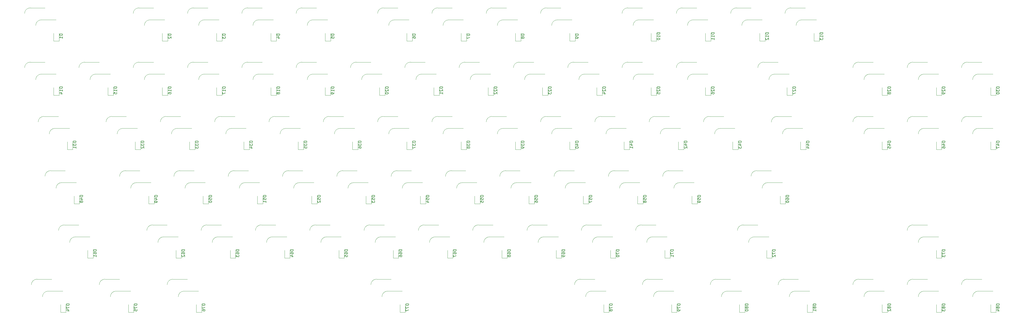
<source format=gbr>
%TF.GenerationSoftware,KiCad,Pcbnew,9.0.1*%
%TF.CreationDate,2025-06-19T17:06:31+02:00*%
%TF.ProjectId,Lucenox,4c756365-6e6f-4782-9e6b-696361645f70,rev?*%
%TF.SameCoordinates,Original*%
%TF.FileFunction,Legend,Bot*%
%TF.FilePolarity,Positive*%
%FSLAX46Y46*%
G04 Gerber Fmt 4.6, Leading zero omitted, Abs format (unit mm)*
G04 Created by KiCad (PCBNEW 9.0.1) date 2025-06-19 17:06:31*
%MOMM*%
%LPD*%
G01*
G04 APERTURE LIST*
%ADD10C,0.150000*%
%ADD11C,0.120000*%
G04 APERTURE END LIST*
D10*
X256333619Y-144965714D02*
X255333619Y-144965714D01*
X255333619Y-144965714D02*
X255333619Y-145203809D01*
X255333619Y-145203809D02*
X255381238Y-145346666D01*
X255381238Y-145346666D02*
X255476476Y-145441904D01*
X255476476Y-145441904D02*
X255571714Y-145489523D01*
X255571714Y-145489523D02*
X255762190Y-145537142D01*
X255762190Y-145537142D02*
X255905047Y-145537142D01*
X255905047Y-145537142D02*
X256095523Y-145489523D01*
X256095523Y-145489523D02*
X256190761Y-145441904D01*
X256190761Y-145441904D02*
X256286000Y-145346666D01*
X256286000Y-145346666D02*
X256333619Y-145203809D01*
X256333619Y-145203809D02*
X256333619Y-144965714D01*
X255333619Y-145870476D02*
X255333619Y-146537142D01*
X255333619Y-146537142D02*
X256333619Y-146108571D01*
X255762190Y-147060952D02*
X255714571Y-146965714D01*
X255714571Y-146965714D02*
X255666952Y-146918095D01*
X255666952Y-146918095D02*
X255571714Y-146870476D01*
X255571714Y-146870476D02*
X255524095Y-146870476D01*
X255524095Y-146870476D02*
X255428857Y-146918095D01*
X255428857Y-146918095D02*
X255381238Y-146965714D01*
X255381238Y-146965714D02*
X255333619Y-147060952D01*
X255333619Y-147060952D02*
X255333619Y-147251428D01*
X255333619Y-147251428D02*
X255381238Y-147346666D01*
X255381238Y-147346666D02*
X255428857Y-147394285D01*
X255428857Y-147394285D02*
X255524095Y-147441904D01*
X255524095Y-147441904D02*
X255571714Y-147441904D01*
X255571714Y-147441904D02*
X255666952Y-147394285D01*
X255666952Y-147394285D02*
X255714571Y-147346666D01*
X255714571Y-147346666D02*
X255762190Y-147251428D01*
X255762190Y-147251428D02*
X255762190Y-147060952D01*
X255762190Y-147060952D02*
X255809809Y-146965714D01*
X255809809Y-146965714D02*
X255857428Y-146918095D01*
X255857428Y-146918095D02*
X255952666Y-146870476D01*
X255952666Y-146870476D02*
X256143142Y-146870476D01*
X256143142Y-146870476D02*
X256238380Y-146918095D01*
X256238380Y-146918095D02*
X256286000Y-146965714D01*
X256286000Y-146965714D02*
X256333619Y-147060952D01*
X256333619Y-147060952D02*
X256333619Y-147251428D01*
X256333619Y-147251428D02*
X256286000Y-147346666D01*
X256286000Y-147346666D02*
X256238380Y-147394285D01*
X256238380Y-147394285D02*
X256143142Y-147441904D01*
X256143142Y-147441904D02*
X255952666Y-147441904D01*
X255952666Y-147441904D02*
X255857428Y-147394285D01*
X255857428Y-147394285D02*
X255809809Y-147346666D01*
X255809809Y-147346666D02*
X255762190Y-147251428D01*
X168227319Y-87815714D02*
X167227319Y-87815714D01*
X167227319Y-87815714D02*
X167227319Y-88053809D01*
X167227319Y-88053809D02*
X167274938Y-88196666D01*
X167274938Y-88196666D02*
X167370176Y-88291904D01*
X167370176Y-88291904D02*
X167465414Y-88339523D01*
X167465414Y-88339523D02*
X167655890Y-88387142D01*
X167655890Y-88387142D02*
X167798747Y-88387142D01*
X167798747Y-88387142D02*
X167989223Y-88339523D01*
X167989223Y-88339523D02*
X168084461Y-88291904D01*
X168084461Y-88291904D02*
X168179700Y-88196666D01*
X168179700Y-88196666D02*
X168227319Y-88053809D01*
X168227319Y-88053809D02*
X168227319Y-87815714D01*
X167227319Y-88720476D02*
X167227319Y-89339523D01*
X167227319Y-89339523D02*
X167608271Y-89006190D01*
X167608271Y-89006190D02*
X167608271Y-89149047D01*
X167608271Y-89149047D02*
X167655890Y-89244285D01*
X167655890Y-89244285D02*
X167703509Y-89291904D01*
X167703509Y-89291904D02*
X167798747Y-89339523D01*
X167798747Y-89339523D02*
X168036842Y-89339523D01*
X168036842Y-89339523D02*
X168132080Y-89291904D01*
X168132080Y-89291904D02*
X168179700Y-89244285D01*
X168179700Y-89244285D02*
X168227319Y-89149047D01*
X168227319Y-89149047D02*
X168227319Y-88863333D01*
X168227319Y-88863333D02*
X168179700Y-88768095D01*
X168179700Y-88768095D02*
X168132080Y-88720476D01*
X167227319Y-90196666D02*
X167227319Y-90006190D01*
X167227319Y-90006190D02*
X167274938Y-89910952D01*
X167274938Y-89910952D02*
X167322557Y-89863333D01*
X167322557Y-89863333D02*
X167465414Y-89768095D01*
X167465414Y-89768095D02*
X167655890Y-89720476D01*
X167655890Y-89720476D02*
X168036842Y-89720476D01*
X168036842Y-89720476D02*
X168132080Y-89768095D01*
X168132080Y-89768095D02*
X168179700Y-89815714D01*
X168179700Y-89815714D02*
X168227319Y-89910952D01*
X168227319Y-89910952D02*
X168227319Y-90101428D01*
X168227319Y-90101428D02*
X168179700Y-90196666D01*
X168179700Y-90196666D02*
X168132080Y-90244285D01*
X168132080Y-90244285D02*
X168036842Y-90291904D01*
X168036842Y-90291904D02*
X167798747Y-90291904D01*
X167798747Y-90291904D02*
X167703509Y-90244285D01*
X167703509Y-90244285D02*
X167655890Y-90196666D01*
X167655890Y-90196666D02*
X167608271Y-90101428D01*
X167608271Y-90101428D02*
X167608271Y-89910952D01*
X167608271Y-89910952D02*
X167655890Y-89815714D01*
X167655890Y-89815714D02*
X167703509Y-89768095D01*
X167703509Y-89768095D02*
X167798747Y-89720476D01*
X215852319Y-68765714D02*
X214852319Y-68765714D01*
X214852319Y-68765714D02*
X214852319Y-69003809D01*
X214852319Y-69003809D02*
X214899938Y-69146666D01*
X214899938Y-69146666D02*
X214995176Y-69241904D01*
X214995176Y-69241904D02*
X215090414Y-69289523D01*
X215090414Y-69289523D02*
X215280890Y-69337142D01*
X215280890Y-69337142D02*
X215423747Y-69337142D01*
X215423747Y-69337142D02*
X215614223Y-69289523D01*
X215614223Y-69289523D02*
X215709461Y-69241904D01*
X215709461Y-69241904D02*
X215804700Y-69146666D01*
X215804700Y-69146666D02*
X215852319Y-69003809D01*
X215852319Y-69003809D02*
X215852319Y-68765714D01*
X214947557Y-69718095D02*
X214899938Y-69765714D01*
X214899938Y-69765714D02*
X214852319Y-69860952D01*
X214852319Y-69860952D02*
X214852319Y-70099047D01*
X214852319Y-70099047D02*
X214899938Y-70194285D01*
X214899938Y-70194285D02*
X214947557Y-70241904D01*
X214947557Y-70241904D02*
X215042795Y-70289523D01*
X215042795Y-70289523D02*
X215138033Y-70289523D01*
X215138033Y-70289523D02*
X215280890Y-70241904D01*
X215280890Y-70241904D02*
X215852319Y-69670476D01*
X215852319Y-69670476D02*
X215852319Y-70289523D01*
X214947557Y-70670476D02*
X214899938Y-70718095D01*
X214899938Y-70718095D02*
X214852319Y-70813333D01*
X214852319Y-70813333D02*
X214852319Y-71051428D01*
X214852319Y-71051428D02*
X214899938Y-71146666D01*
X214899938Y-71146666D02*
X214947557Y-71194285D01*
X214947557Y-71194285D02*
X215042795Y-71241904D01*
X215042795Y-71241904D02*
X215138033Y-71241904D01*
X215138033Y-71241904D02*
X215280890Y-71194285D01*
X215280890Y-71194285D02*
X215852319Y-70622857D01*
X215852319Y-70622857D02*
X215852319Y-71241904D01*
X244427319Y-87815714D02*
X243427319Y-87815714D01*
X243427319Y-87815714D02*
X243427319Y-88053809D01*
X243427319Y-88053809D02*
X243474938Y-88196666D01*
X243474938Y-88196666D02*
X243570176Y-88291904D01*
X243570176Y-88291904D02*
X243665414Y-88339523D01*
X243665414Y-88339523D02*
X243855890Y-88387142D01*
X243855890Y-88387142D02*
X243998747Y-88387142D01*
X243998747Y-88387142D02*
X244189223Y-88339523D01*
X244189223Y-88339523D02*
X244284461Y-88291904D01*
X244284461Y-88291904D02*
X244379700Y-88196666D01*
X244379700Y-88196666D02*
X244427319Y-88053809D01*
X244427319Y-88053809D02*
X244427319Y-87815714D01*
X243760652Y-89244285D02*
X244427319Y-89244285D01*
X243379700Y-89006190D02*
X244093985Y-88768095D01*
X244093985Y-88768095D02*
X244093985Y-89387142D01*
X243427319Y-89958571D02*
X243427319Y-90053809D01*
X243427319Y-90053809D02*
X243474938Y-90149047D01*
X243474938Y-90149047D02*
X243522557Y-90196666D01*
X243522557Y-90196666D02*
X243617795Y-90244285D01*
X243617795Y-90244285D02*
X243808271Y-90291904D01*
X243808271Y-90291904D02*
X244046366Y-90291904D01*
X244046366Y-90291904D02*
X244236842Y-90244285D01*
X244236842Y-90244285D02*
X244332080Y-90196666D01*
X244332080Y-90196666D02*
X244379700Y-90149047D01*
X244379700Y-90149047D02*
X244427319Y-90053809D01*
X244427319Y-90053809D02*
X244427319Y-89958571D01*
X244427319Y-89958571D02*
X244379700Y-89863333D01*
X244379700Y-89863333D02*
X244332080Y-89815714D01*
X244332080Y-89815714D02*
X244236842Y-89768095D01*
X244236842Y-89768095D02*
X244046366Y-89720476D01*
X244046366Y-89720476D02*
X243808271Y-89720476D01*
X243808271Y-89720476D02*
X243617795Y-89768095D01*
X243617795Y-89768095D02*
X243522557Y-89815714D01*
X243522557Y-89815714D02*
X243474938Y-89863333D01*
X243474938Y-89863333D02*
X243427319Y-89958571D01*
X153939819Y-106865714D02*
X152939819Y-106865714D01*
X152939819Y-106865714D02*
X152939819Y-107103809D01*
X152939819Y-107103809D02*
X152987438Y-107246666D01*
X152987438Y-107246666D02*
X153082676Y-107341904D01*
X153082676Y-107341904D02*
X153177914Y-107389523D01*
X153177914Y-107389523D02*
X153368390Y-107437142D01*
X153368390Y-107437142D02*
X153511247Y-107437142D01*
X153511247Y-107437142D02*
X153701723Y-107389523D01*
X153701723Y-107389523D02*
X153796961Y-107341904D01*
X153796961Y-107341904D02*
X153892200Y-107246666D01*
X153892200Y-107246666D02*
X153939819Y-107103809D01*
X153939819Y-107103809D02*
X153939819Y-106865714D01*
X152939819Y-108341904D02*
X152939819Y-107865714D01*
X152939819Y-107865714D02*
X153416009Y-107818095D01*
X153416009Y-107818095D02*
X153368390Y-107865714D01*
X153368390Y-107865714D02*
X153320771Y-107960952D01*
X153320771Y-107960952D02*
X153320771Y-108199047D01*
X153320771Y-108199047D02*
X153368390Y-108294285D01*
X153368390Y-108294285D02*
X153416009Y-108341904D01*
X153416009Y-108341904D02*
X153511247Y-108389523D01*
X153511247Y-108389523D02*
X153749342Y-108389523D01*
X153749342Y-108389523D02*
X153844580Y-108341904D01*
X153844580Y-108341904D02*
X153892200Y-108294285D01*
X153892200Y-108294285D02*
X153939819Y-108199047D01*
X153939819Y-108199047D02*
X153939819Y-107960952D01*
X153939819Y-107960952D02*
X153892200Y-107865714D01*
X153892200Y-107865714D02*
X153844580Y-107818095D01*
X153035057Y-108770476D02*
X152987438Y-108818095D01*
X152987438Y-108818095D02*
X152939819Y-108913333D01*
X152939819Y-108913333D02*
X152939819Y-109151428D01*
X152939819Y-109151428D02*
X152987438Y-109246666D01*
X152987438Y-109246666D02*
X153035057Y-109294285D01*
X153035057Y-109294285D02*
X153130295Y-109341904D01*
X153130295Y-109341904D02*
X153225533Y-109341904D01*
X153225533Y-109341904D02*
X153368390Y-109294285D01*
X153368390Y-109294285D02*
X153939819Y-108722857D01*
X153939819Y-108722857D02*
X153939819Y-109341904D01*
X292052319Y-68765714D02*
X291052319Y-68765714D01*
X291052319Y-68765714D02*
X291052319Y-69003809D01*
X291052319Y-69003809D02*
X291099938Y-69146666D01*
X291099938Y-69146666D02*
X291195176Y-69241904D01*
X291195176Y-69241904D02*
X291290414Y-69289523D01*
X291290414Y-69289523D02*
X291480890Y-69337142D01*
X291480890Y-69337142D02*
X291623747Y-69337142D01*
X291623747Y-69337142D02*
X291814223Y-69289523D01*
X291814223Y-69289523D02*
X291909461Y-69241904D01*
X291909461Y-69241904D02*
X292004700Y-69146666D01*
X292004700Y-69146666D02*
X292052319Y-69003809D01*
X292052319Y-69003809D02*
X292052319Y-68765714D01*
X291147557Y-69718095D02*
X291099938Y-69765714D01*
X291099938Y-69765714D02*
X291052319Y-69860952D01*
X291052319Y-69860952D02*
X291052319Y-70099047D01*
X291052319Y-70099047D02*
X291099938Y-70194285D01*
X291099938Y-70194285D02*
X291147557Y-70241904D01*
X291147557Y-70241904D02*
X291242795Y-70289523D01*
X291242795Y-70289523D02*
X291338033Y-70289523D01*
X291338033Y-70289523D02*
X291480890Y-70241904D01*
X291480890Y-70241904D02*
X292052319Y-69670476D01*
X292052319Y-69670476D02*
X292052319Y-70289523D01*
X291052319Y-71146666D02*
X291052319Y-70956190D01*
X291052319Y-70956190D02*
X291099938Y-70860952D01*
X291099938Y-70860952D02*
X291147557Y-70813333D01*
X291147557Y-70813333D02*
X291290414Y-70718095D01*
X291290414Y-70718095D02*
X291480890Y-70670476D01*
X291480890Y-70670476D02*
X291861842Y-70670476D01*
X291861842Y-70670476D02*
X291957080Y-70718095D01*
X291957080Y-70718095D02*
X292004700Y-70765714D01*
X292004700Y-70765714D02*
X292052319Y-70860952D01*
X292052319Y-70860952D02*
X292052319Y-71051428D01*
X292052319Y-71051428D02*
X292004700Y-71146666D01*
X292004700Y-71146666D02*
X291957080Y-71194285D01*
X291957080Y-71194285D02*
X291861842Y-71241904D01*
X291861842Y-71241904D02*
X291623747Y-71241904D01*
X291623747Y-71241904D02*
X291528509Y-71194285D01*
X291528509Y-71194285D02*
X291480890Y-71146666D01*
X291480890Y-71146666D02*
X291433271Y-71051428D01*
X291433271Y-71051428D02*
X291433271Y-70860952D01*
X291433271Y-70860952D02*
X291480890Y-70765714D01*
X291480890Y-70765714D02*
X291528509Y-70718095D01*
X291528509Y-70718095D02*
X291623747Y-70670476D01*
X96789819Y-106865714D02*
X95789819Y-106865714D01*
X95789819Y-106865714D02*
X95789819Y-107103809D01*
X95789819Y-107103809D02*
X95837438Y-107246666D01*
X95837438Y-107246666D02*
X95932676Y-107341904D01*
X95932676Y-107341904D02*
X96027914Y-107389523D01*
X96027914Y-107389523D02*
X96218390Y-107437142D01*
X96218390Y-107437142D02*
X96361247Y-107437142D01*
X96361247Y-107437142D02*
X96551723Y-107389523D01*
X96551723Y-107389523D02*
X96646961Y-107341904D01*
X96646961Y-107341904D02*
X96742200Y-107246666D01*
X96742200Y-107246666D02*
X96789819Y-107103809D01*
X96789819Y-107103809D02*
X96789819Y-106865714D01*
X96123152Y-108294285D02*
X96789819Y-108294285D01*
X95742200Y-108056190D02*
X96456485Y-107818095D01*
X96456485Y-107818095D02*
X96456485Y-108437142D01*
X96789819Y-108865714D02*
X96789819Y-109056190D01*
X96789819Y-109056190D02*
X96742200Y-109151428D01*
X96742200Y-109151428D02*
X96694580Y-109199047D01*
X96694580Y-109199047D02*
X96551723Y-109294285D01*
X96551723Y-109294285D02*
X96361247Y-109341904D01*
X96361247Y-109341904D02*
X95980295Y-109341904D01*
X95980295Y-109341904D02*
X95885057Y-109294285D01*
X95885057Y-109294285D02*
X95837438Y-109246666D01*
X95837438Y-109246666D02*
X95789819Y-109151428D01*
X95789819Y-109151428D02*
X95789819Y-108960952D01*
X95789819Y-108960952D02*
X95837438Y-108865714D01*
X95837438Y-108865714D02*
X95885057Y-108818095D01*
X95885057Y-108818095D02*
X95980295Y-108770476D01*
X95980295Y-108770476D02*
X96218390Y-108770476D01*
X96218390Y-108770476D02*
X96313628Y-108818095D01*
X96313628Y-108818095D02*
X96361247Y-108865714D01*
X96361247Y-108865714D02*
X96408866Y-108960952D01*
X96408866Y-108960952D02*
X96408866Y-109151428D01*
X96408866Y-109151428D02*
X96361247Y-109246666D01*
X96361247Y-109246666D02*
X96313628Y-109294285D01*
X96313628Y-109294285D02*
X96218390Y-109341904D01*
X158702319Y-68765714D02*
X157702319Y-68765714D01*
X157702319Y-68765714D02*
X157702319Y-69003809D01*
X157702319Y-69003809D02*
X157749938Y-69146666D01*
X157749938Y-69146666D02*
X157845176Y-69241904D01*
X157845176Y-69241904D02*
X157940414Y-69289523D01*
X157940414Y-69289523D02*
X158130890Y-69337142D01*
X158130890Y-69337142D02*
X158273747Y-69337142D01*
X158273747Y-69337142D02*
X158464223Y-69289523D01*
X158464223Y-69289523D02*
X158559461Y-69241904D01*
X158559461Y-69241904D02*
X158654700Y-69146666D01*
X158654700Y-69146666D02*
X158702319Y-69003809D01*
X158702319Y-69003809D02*
X158702319Y-68765714D01*
X158702319Y-70289523D02*
X158702319Y-69718095D01*
X158702319Y-70003809D02*
X157702319Y-70003809D01*
X157702319Y-70003809D02*
X157845176Y-69908571D01*
X157845176Y-69908571D02*
X157940414Y-69813333D01*
X157940414Y-69813333D02*
X157988033Y-69718095D01*
X158702319Y-70765714D02*
X158702319Y-70956190D01*
X158702319Y-70956190D02*
X158654700Y-71051428D01*
X158654700Y-71051428D02*
X158607080Y-71099047D01*
X158607080Y-71099047D02*
X158464223Y-71194285D01*
X158464223Y-71194285D02*
X158273747Y-71241904D01*
X158273747Y-71241904D02*
X157892795Y-71241904D01*
X157892795Y-71241904D02*
X157797557Y-71194285D01*
X157797557Y-71194285D02*
X157749938Y-71146666D01*
X157749938Y-71146666D02*
X157702319Y-71051428D01*
X157702319Y-71051428D02*
X157702319Y-70860952D01*
X157702319Y-70860952D02*
X157749938Y-70765714D01*
X157749938Y-70765714D02*
X157797557Y-70718095D01*
X157797557Y-70718095D02*
X157892795Y-70670476D01*
X157892795Y-70670476D02*
X158130890Y-70670476D01*
X158130890Y-70670476D02*
X158226128Y-70718095D01*
X158226128Y-70718095D02*
X158273747Y-70765714D01*
X158273747Y-70765714D02*
X158321366Y-70860952D01*
X158321366Y-70860952D02*
X158321366Y-71051428D01*
X158321366Y-71051428D02*
X158273747Y-71146666D01*
X158273747Y-71146666D02*
X158226128Y-71194285D01*
X158226128Y-71194285D02*
X158130890Y-71241904D01*
X373014819Y-144965714D02*
X372014819Y-144965714D01*
X372014819Y-144965714D02*
X372014819Y-145203809D01*
X372014819Y-145203809D02*
X372062438Y-145346666D01*
X372062438Y-145346666D02*
X372157676Y-145441904D01*
X372157676Y-145441904D02*
X372252914Y-145489523D01*
X372252914Y-145489523D02*
X372443390Y-145537142D01*
X372443390Y-145537142D02*
X372586247Y-145537142D01*
X372586247Y-145537142D02*
X372776723Y-145489523D01*
X372776723Y-145489523D02*
X372871961Y-145441904D01*
X372871961Y-145441904D02*
X372967200Y-145346666D01*
X372967200Y-145346666D02*
X373014819Y-145203809D01*
X373014819Y-145203809D02*
X373014819Y-144965714D01*
X372443390Y-146108571D02*
X372395771Y-146013333D01*
X372395771Y-146013333D02*
X372348152Y-145965714D01*
X372348152Y-145965714D02*
X372252914Y-145918095D01*
X372252914Y-145918095D02*
X372205295Y-145918095D01*
X372205295Y-145918095D02*
X372110057Y-145965714D01*
X372110057Y-145965714D02*
X372062438Y-146013333D01*
X372062438Y-146013333D02*
X372014819Y-146108571D01*
X372014819Y-146108571D02*
X372014819Y-146299047D01*
X372014819Y-146299047D02*
X372062438Y-146394285D01*
X372062438Y-146394285D02*
X372110057Y-146441904D01*
X372110057Y-146441904D02*
X372205295Y-146489523D01*
X372205295Y-146489523D02*
X372252914Y-146489523D01*
X372252914Y-146489523D02*
X372348152Y-146441904D01*
X372348152Y-146441904D02*
X372395771Y-146394285D01*
X372395771Y-146394285D02*
X372443390Y-146299047D01*
X372443390Y-146299047D02*
X372443390Y-146108571D01*
X372443390Y-146108571D02*
X372491009Y-146013333D01*
X372491009Y-146013333D02*
X372538628Y-145965714D01*
X372538628Y-145965714D02*
X372633866Y-145918095D01*
X372633866Y-145918095D02*
X372824342Y-145918095D01*
X372824342Y-145918095D02*
X372919580Y-145965714D01*
X372919580Y-145965714D02*
X372967200Y-146013333D01*
X372967200Y-146013333D02*
X373014819Y-146108571D01*
X373014819Y-146108571D02*
X373014819Y-146299047D01*
X373014819Y-146299047D02*
X372967200Y-146394285D01*
X372967200Y-146394285D02*
X372919580Y-146441904D01*
X372919580Y-146441904D02*
X372824342Y-146489523D01*
X372824342Y-146489523D02*
X372633866Y-146489523D01*
X372633866Y-146489523D02*
X372538628Y-146441904D01*
X372538628Y-146441904D02*
X372491009Y-146394285D01*
X372491009Y-146394285D02*
X372443390Y-146299047D01*
X372014819Y-146822857D02*
X372014819Y-147441904D01*
X372014819Y-147441904D02*
X372395771Y-147108571D01*
X372395771Y-147108571D02*
X372395771Y-147251428D01*
X372395771Y-147251428D02*
X372443390Y-147346666D01*
X372443390Y-147346666D02*
X372491009Y-147394285D01*
X372491009Y-147394285D02*
X372586247Y-147441904D01*
X372586247Y-147441904D02*
X372824342Y-147441904D01*
X372824342Y-147441904D02*
X372919580Y-147394285D01*
X372919580Y-147394285D02*
X372967200Y-147346666D01*
X372967200Y-147346666D02*
X373014819Y-147251428D01*
X373014819Y-147251428D02*
X373014819Y-146965714D01*
X373014819Y-146965714D02*
X372967200Y-146870476D01*
X372967200Y-146870476D02*
X372919580Y-146822857D01*
X158702319Y-50191905D02*
X157702319Y-50191905D01*
X157702319Y-50191905D02*
X157702319Y-50430000D01*
X157702319Y-50430000D02*
X157749938Y-50572857D01*
X157749938Y-50572857D02*
X157845176Y-50668095D01*
X157845176Y-50668095D02*
X157940414Y-50715714D01*
X157940414Y-50715714D02*
X158130890Y-50763333D01*
X158130890Y-50763333D02*
X158273747Y-50763333D01*
X158273747Y-50763333D02*
X158464223Y-50715714D01*
X158464223Y-50715714D02*
X158559461Y-50668095D01*
X158559461Y-50668095D02*
X158654700Y-50572857D01*
X158654700Y-50572857D02*
X158702319Y-50430000D01*
X158702319Y-50430000D02*
X158702319Y-50191905D01*
X157702319Y-51668095D02*
X157702319Y-51191905D01*
X157702319Y-51191905D02*
X158178509Y-51144286D01*
X158178509Y-51144286D02*
X158130890Y-51191905D01*
X158130890Y-51191905D02*
X158083271Y-51287143D01*
X158083271Y-51287143D02*
X158083271Y-51525238D01*
X158083271Y-51525238D02*
X158130890Y-51620476D01*
X158130890Y-51620476D02*
X158178509Y-51668095D01*
X158178509Y-51668095D02*
X158273747Y-51715714D01*
X158273747Y-51715714D02*
X158511842Y-51715714D01*
X158511842Y-51715714D02*
X158607080Y-51668095D01*
X158607080Y-51668095D02*
X158654700Y-51620476D01*
X158654700Y-51620476D02*
X158702319Y-51525238D01*
X158702319Y-51525238D02*
X158702319Y-51287143D01*
X158702319Y-51287143D02*
X158654700Y-51191905D01*
X158654700Y-51191905D02*
X158607080Y-51144286D01*
X313483619Y-125915714D02*
X312483619Y-125915714D01*
X312483619Y-125915714D02*
X312483619Y-126153809D01*
X312483619Y-126153809D02*
X312531238Y-126296666D01*
X312531238Y-126296666D02*
X312626476Y-126391904D01*
X312626476Y-126391904D02*
X312721714Y-126439523D01*
X312721714Y-126439523D02*
X312912190Y-126487142D01*
X312912190Y-126487142D02*
X313055047Y-126487142D01*
X313055047Y-126487142D02*
X313245523Y-126439523D01*
X313245523Y-126439523D02*
X313340761Y-126391904D01*
X313340761Y-126391904D02*
X313436000Y-126296666D01*
X313436000Y-126296666D02*
X313483619Y-126153809D01*
X313483619Y-126153809D02*
X313483619Y-125915714D01*
X312483619Y-126820476D02*
X312483619Y-127487142D01*
X312483619Y-127487142D02*
X313483619Y-127058571D01*
X312578857Y-127820476D02*
X312531238Y-127868095D01*
X312531238Y-127868095D02*
X312483619Y-127963333D01*
X312483619Y-127963333D02*
X312483619Y-128201428D01*
X312483619Y-128201428D02*
X312531238Y-128296666D01*
X312531238Y-128296666D02*
X312578857Y-128344285D01*
X312578857Y-128344285D02*
X312674095Y-128391904D01*
X312674095Y-128391904D02*
X312769333Y-128391904D01*
X312769333Y-128391904D02*
X312912190Y-128344285D01*
X312912190Y-128344285D02*
X313483619Y-127772857D01*
X313483619Y-127772857D02*
X313483619Y-128391904D01*
X325389819Y-87815714D02*
X324389819Y-87815714D01*
X324389819Y-87815714D02*
X324389819Y-88053809D01*
X324389819Y-88053809D02*
X324437438Y-88196666D01*
X324437438Y-88196666D02*
X324532676Y-88291904D01*
X324532676Y-88291904D02*
X324627914Y-88339523D01*
X324627914Y-88339523D02*
X324818390Y-88387142D01*
X324818390Y-88387142D02*
X324961247Y-88387142D01*
X324961247Y-88387142D02*
X325151723Y-88339523D01*
X325151723Y-88339523D02*
X325246961Y-88291904D01*
X325246961Y-88291904D02*
X325342200Y-88196666D01*
X325342200Y-88196666D02*
X325389819Y-88053809D01*
X325389819Y-88053809D02*
X325389819Y-87815714D01*
X324723152Y-89244285D02*
X325389819Y-89244285D01*
X324342200Y-89006190D02*
X325056485Y-88768095D01*
X325056485Y-88768095D02*
X325056485Y-89387142D01*
X324723152Y-90196666D02*
X325389819Y-90196666D01*
X324342200Y-89958571D02*
X325056485Y-89720476D01*
X325056485Y-89720476D02*
X325056485Y-90339523D01*
X225377319Y-87815714D02*
X224377319Y-87815714D01*
X224377319Y-87815714D02*
X224377319Y-88053809D01*
X224377319Y-88053809D02*
X224424938Y-88196666D01*
X224424938Y-88196666D02*
X224520176Y-88291904D01*
X224520176Y-88291904D02*
X224615414Y-88339523D01*
X224615414Y-88339523D02*
X224805890Y-88387142D01*
X224805890Y-88387142D02*
X224948747Y-88387142D01*
X224948747Y-88387142D02*
X225139223Y-88339523D01*
X225139223Y-88339523D02*
X225234461Y-88291904D01*
X225234461Y-88291904D02*
X225329700Y-88196666D01*
X225329700Y-88196666D02*
X225377319Y-88053809D01*
X225377319Y-88053809D02*
X225377319Y-87815714D01*
X224377319Y-88720476D02*
X224377319Y-89339523D01*
X224377319Y-89339523D02*
X224758271Y-89006190D01*
X224758271Y-89006190D02*
X224758271Y-89149047D01*
X224758271Y-89149047D02*
X224805890Y-89244285D01*
X224805890Y-89244285D02*
X224853509Y-89291904D01*
X224853509Y-89291904D02*
X224948747Y-89339523D01*
X224948747Y-89339523D02*
X225186842Y-89339523D01*
X225186842Y-89339523D02*
X225282080Y-89291904D01*
X225282080Y-89291904D02*
X225329700Y-89244285D01*
X225329700Y-89244285D02*
X225377319Y-89149047D01*
X225377319Y-89149047D02*
X225377319Y-88863333D01*
X225377319Y-88863333D02*
X225329700Y-88768095D01*
X225329700Y-88768095D02*
X225282080Y-88720476D01*
X225377319Y-89815714D02*
X225377319Y-90006190D01*
X225377319Y-90006190D02*
X225329700Y-90101428D01*
X225329700Y-90101428D02*
X225282080Y-90149047D01*
X225282080Y-90149047D02*
X225139223Y-90244285D01*
X225139223Y-90244285D02*
X224948747Y-90291904D01*
X224948747Y-90291904D02*
X224567795Y-90291904D01*
X224567795Y-90291904D02*
X224472557Y-90244285D01*
X224472557Y-90244285D02*
X224424938Y-90196666D01*
X224424938Y-90196666D02*
X224377319Y-90101428D01*
X224377319Y-90101428D02*
X224377319Y-89910952D01*
X224377319Y-89910952D02*
X224424938Y-89815714D01*
X224424938Y-89815714D02*
X224472557Y-89768095D01*
X224472557Y-89768095D02*
X224567795Y-89720476D01*
X224567795Y-89720476D02*
X224805890Y-89720476D01*
X224805890Y-89720476D02*
X224901128Y-89768095D01*
X224901128Y-89768095D02*
X224948747Y-89815714D01*
X224948747Y-89815714D02*
X224996366Y-89910952D01*
X224996366Y-89910952D02*
X224996366Y-90101428D01*
X224996366Y-90101428D02*
X224948747Y-90196666D01*
X224948747Y-90196666D02*
X224901128Y-90244285D01*
X224901128Y-90244285D02*
X224805890Y-90291904D01*
X187277319Y-50191905D02*
X186277319Y-50191905D01*
X186277319Y-50191905D02*
X186277319Y-50430000D01*
X186277319Y-50430000D02*
X186324938Y-50572857D01*
X186324938Y-50572857D02*
X186420176Y-50668095D01*
X186420176Y-50668095D02*
X186515414Y-50715714D01*
X186515414Y-50715714D02*
X186705890Y-50763333D01*
X186705890Y-50763333D02*
X186848747Y-50763333D01*
X186848747Y-50763333D02*
X187039223Y-50715714D01*
X187039223Y-50715714D02*
X187134461Y-50668095D01*
X187134461Y-50668095D02*
X187229700Y-50572857D01*
X187229700Y-50572857D02*
X187277319Y-50430000D01*
X187277319Y-50430000D02*
X187277319Y-50191905D01*
X186277319Y-51620476D02*
X186277319Y-51430000D01*
X186277319Y-51430000D02*
X186324938Y-51334762D01*
X186324938Y-51334762D02*
X186372557Y-51287143D01*
X186372557Y-51287143D02*
X186515414Y-51191905D01*
X186515414Y-51191905D02*
X186705890Y-51144286D01*
X186705890Y-51144286D02*
X187086842Y-51144286D01*
X187086842Y-51144286D02*
X187182080Y-51191905D01*
X187182080Y-51191905D02*
X187229700Y-51239524D01*
X187229700Y-51239524D02*
X187277319Y-51334762D01*
X187277319Y-51334762D02*
X187277319Y-51525238D01*
X187277319Y-51525238D02*
X187229700Y-51620476D01*
X187229700Y-51620476D02*
X187182080Y-51668095D01*
X187182080Y-51668095D02*
X187086842Y-51715714D01*
X187086842Y-51715714D02*
X186848747Y-51715714D01*
X186848747Y-51715714D02*
X186753509Y-51668095D01*
X186753509Y-51668095D02*
X186705890Y-51620476D01*
X186705890Y-51620476D02*
X186658271Y-51525238D01*
X186658271Y-51525238D02*
X186658271Y-51334762D01*
X186658271Y-51334762D02*
X186705890Y-51239524D01*
X186705890Y-51239524D02*
X186753509Y-51191905D01*
X186753509Y-51191905D02*
X186848747Y-51144286D01*
X113458619Y-144965714D02*
X112458619Y-144965714D01*
X112458619Y-144965714D02*
X112458619Y-145203809D01*
X112458619Y-145203809D02*
X112506238Y-145346666D01*
X112506238Y-145346666D02*
X112601476Y-145441904D01*
X112601476Y-145441904D02*
X112696714Y-145489523D01*
X112696714Y-145489523D02*
X112887190Y-145537142D01*
X112887190Y-145537142D02*
X113030047Y-145537142D01*
X113030047Y-145537142D02*
X113220523Y-145489523D01*
X113220523Y-145489523D02*
X113315761Y-145441904D01*
X113315761Y-145441904D02*
X113411000Y-145346666D01*
X113411000Y-145346666D02*
X113458619Y-145203809D01*
X113458619Y-145203809D02*
X113458619Y-144965714D01*
X112458619Y-145870476D02*
X112458619Y-146537142D01*
X112458619Y-146537142D02*
X113458619Y-146108571D01*
X112458619Y-147346666D02*
X112458619Y-147156190D01*
X112458619Y-147156190D02*
X112506238Y-147060952D01*
X112506238Y-147060952D02*
X112553857Y-147013333D01*
X112553857Y-147013333D02*
X112696714Y-146918095D01*
X112696714Y-146918095D02*
X112887190Y-146870476D01*
X112887190Y-146870476D02*
X113268142Y-146870476D01*
X113268142Y-146870476D02*
X113363380Y-146918095D01*
X113363380Y-146918095D02*
X113411000Y-146965714D01*
X113411000Y-146965714D02*
X113458619Y-147060952D01*
X113458619Y-147060952D02*
X113458619Y-147251428D01*
X113458619Y-147251428D02*
X113411000Y-147346666D01*
X113411000Y-147346666D02*
X113363380Y-147394285D01*
X113363380Y-147394285D02*
X113268142Y-147441904D01*
X113268142Y-147441904D02*
X113030047Y-147441904D01*
X113030047Y-147441904D02*
X112934809Y-147394285D01*
X112934809Y-147394285D02*
X112887190Y-147346666D01*
X112887190Y-147346666D02*
X112839571Y-147251428D01*
X112839571Y-147251428D02*
X112839571Y-147060952D01*
X112839571Y-147060952D02*
X112887190Y-146965714D01*
X112887190Y-146965714D02*
X112934809Y-146918095D01*
X112934809Y-146918095D02*
X113030047Y-146870476D01*
X353964819Y-144965714D02*
X352964819Y-144965714D01*
X352964819Y-144965714D02*
X352964819Y-145203809D01*
X352964819Y-145203809D02*
X353012438Y-145346666D01*
X353012438Y-145346666D02*
X353107676Y-145441904D01*
X353107676Y-145441904D02*
X353202914Y-145489523D01*
X353202914Y-145489523D02*
X353393390Y-145537142D01*
X353393390Y-145537142D02*
X353536247Y-145537142D01*
X353536247Y-145537142D02*
X353726723Y-145489523D01*
X353726723Y-145489523D02*
X353821961Y-145441904D01*
X353821961Y-145441904D02*
X353917200Y-145346666D01*
X353917200Y-145346666D02*
X353964819Y-145203809D01*
X353964819Y-145203809D02*
X353964819Y-144965714D01*
X353393390Y-146108571D02*
X353345771Y-146013333D01*
X353345771Y-146013333D02*
X353298152Y-145965714D01*
X353298152Y-145965714D02*
X353202914Y-145918095D01*
X353202914Y-145918095D02*
X353155295Y-145918095D01*
X353155295Y-145918095D02*
X353060057Y-145965714D01*
X353060057Y-145965714D02*
X353012438Y-146013333D01*
X353012438Y-146013333D02*
X352964819Y-146108571D01*
X352964819Y-146108571D02*
X352964819Y-146299047D01*
X352964819Y-146299047D02*
X353012438Y-146394285D01*
X353012438Y-146394285D02*
X353060057Y-146441904D01*
X353060057Y-146441904D02*
X353155295Y-146489523D01*
X353155295Y-146489523D02*
X353202914Y-146489523D01*
X353202914Y-146489523D02*
X353298152Y-146441904D01*
X353298152Y-146441904D02*
X353345771Y-146394285D01*
X353345771Y-146394285D02*
X353393390Y-146299047D01*
X353393390Y-146299047D02*
X353393390Y-146108571D01*
X353393390Y-146108571D02*
X353441009Y-146013333D01*
X353441009Y-146013333D02*
X353488628Y-145965714D01*
X353488628Y-145965714D02*
X353583866Y-145918095D01*
X353583866Y-145918095D02*
X353774342Y-145918095D01*
X353774342Y-145918095D02*
X353869580Y-145965714D01*
X353869580Y-145965714D02*
X353917200Y-146013333D01*
X353917200Y-146013333D02*
X353964819Y-146108571D01*
X353964819Y-146108571D02*
X353964819Y-146299047D01*
X353964819Y-146299047D02*
X353917200Y-146394285D01*
X353917200Y-146394285D02*
X353869580Y-146441904D01*
X353869580Y-146441904D02*
X353774342Y-146489523D01*
X353774342Y-146489523D02*
X353583866Y-146489523D01*
X353583866Y-146489523D02*
X353488628Y-146441904D01*
X353488628Y-146441904D02*
X353441009Y-146394285D01*
X353441009Y-146394285D02*
X353393390Y-146299047D01*
X353060057Y-146870476D02*
X353012438Y-146918095D01*
X353012438Y-146918095D02*
X352964819Y-147013333D01*
X352964819Y-147013333D02*
X352964819Y-147251428D01*
X352964819Y-147251428D02*
X353012438Y-147346666D01*
X353012438Y-147346666D02*
X353060057Y-147394285D01*
X353060057Y-147394285D02*
X353155295Y-147441904D01*
X353155295Y-147441904D02*
X353250533Y-147441904D01*
X353250533Y-147441904D02*
X353393390Y-147394285D01*
X353393390Y-147394285D02*
X353964819Y-146822857D01*
X353964819Y-146822857D02*
X353964819Y-147441904D01*
X206327319Y-87815714D02*
X205327319Y-87815714D01*
X205327319Y-87815714D02*
X205327319Y-88053809D01*
X205327319Y-88053809D02*
X205374938Y-88196666D01*
X205374938Y-88196666D02*
X205470176Y-88291904D01*
X205470176Y-88291904D02*
X205565414Y-88339523D01*
X205565414Y-88339523D02*
X205755890Y-88387142D01*
X205755890Y-88387142D02*
X205898747Y-88387142D01*
X205898747Y-88387142D02*
X206089223Y-88339523D01*
X206089223Y-88339523D02*
X206184461Y-88291904D01*
X206184461Y-88291904D02*
X206279700Y-88196666D01*
X206279700Y-88196666D02*
X206327319Y-88053809D01*
X206327319Y-88053809D02*
X206327319Y-87815714D01*
X205327319Y-88720476D02*
X205327319Y-89339523D01*
X205327319Y-89339523D02*
X205708271Y-89006190D01*
X205708271Y-89006190D02*
X205708271Y-89149047D01*
X205708271Y-89149047D02*
X205755890Y-89244285D01*
X205755890Y-89244285D02*
X205803509Y-89291904D01*
X205803509Y-89291904D02*
X205898747Y-89339523D01*
X205898747Y-89339523D02*
X206136842Y-89339523D01*
X206136842Y-89339523D02*
X206232080Y-89291904D01*
X206232080Y-89291904D02*
X206279700Y-89244285D01*
X206279700Y-89244285D02*
X206327319Y-89149047D01*
X206327319Y-89149047D02*
X206327319Y-88863333D01*
X206327319Y-88863333D02*
X206279700Y-88768095D01*
X206279700Y-88768095D02*
X206232080Y-88720476D01*
X205755890Y-89910952D02*
X205708271Y-89815714D01*
X205708271Y-89815714D02*
X205660652Y-89768095D01*
X205660652Y-89768095D02*
X205565414Y-89720476D01*
X205565414Y-89720476D02*
X205517795Y-89720476D01*
X205517795Y-89720476D02*
X205422557Y-89768095D01*
X205422557Y-89768095D02*
X205374938Y-89815714D01*
X205374938Y-89815714D02*
X205327319Y-89910952D01*
X205327319Y-89910952D02*
X205327319Y-90101428D01*
X205327319Y-90101428D02*
X205374938Y-90196666D01*
X205374938Y-90196666D02*
X205422557Y-90244285D01*
X205422557Y-90244285D02*
X205517795Y-90291904D01*
X205517795Y-90291904D02*
X205565414Y-90291904D01*
X205565414Y-90291904D02*
X205660652Y-90244285D01*
X205660652Y-90244285D02*
X205708271Y-90196666D01*
X205708271Y-90196666D02*
X205755890Y-90101428D01*
X205755890Y-90101428D02*
X205755890Y-89910952D01*
X205755890Y-89910952D02*
X205803509Y-89815714D01*
X205803509Y-89815714D02*
X205851128Y-89768095D01*
X205851128Y-89768095D02*
X205946366Y-89720476D01*
X205946366Y-89720476D02*
X206136842Y-89720476D01*
X206136842Y-89720476D02*
X206232080Y-89768095D01*
X206232080Y-89768095D02*
X206279700Y-89815714D01*
X206279700Y-89815714D02*
X206327319Y-89910952D01*
X206327319Y-89910952D02*
X206327319Y-90101428D01*
X206327319Y-90101428D02*
X206279700Y-90196666D01*
X206279700Y-90196666D02*
X206232080Y-90244285D01*
X206232080Y-90244285D02*
X206136842Y-90291904D01*
X206136842Y-90291904D02*
X205946366Y-90291904D01*
X205946366Y-90291904D02*
X205851128Y-90244285D01*
X205851128Y-90244285D02*
X205803509Y-90196666D01*
X205803509Y-90196666D02*
X205755890Y-90101428D01*
X65833619Y-144965714D02*
X64833619Y-144965714D01*
X64833619Y-144965714D02*
X64833619Y-145203809D01*
X64833619Y-145203809D02*
X64881238Y-145346666D01*
X64881238Y-145346666D02*
X64976476Y-145441904D01*
X64976476Y-145441904D02*
X65071714Y-145489523D01*
X65071714Y-145489523D02*
X65262190Y-145537142D01*
X65262190Y-145537142D02*
X65405047Y-145537142D01*
X65405047Y-145537142D02*
X65595523Y-145489523D01*
X65595523Y-145489523D02*
X65690761Y-145441904D01*
X65690761Y-145441904D02*
X65786000Y-145346666D01*
X65786000Y-145346666D02*
X65833619Y-145203809D01*
X65833619Y-145203809D02*
X65833619Y-144965714D01*
X64833619Y-145870476D02*
X64833619Y-146537142D01*
X64833619Y-146537142D02*
X65833619Y-146108571D01*
X65166952Y-147346666D02*
X65833619Y-147346666D01*
X64786000Y-147108571D02*
X65500285Y-146870476D01*
X65500285Y-146870476D02*
X65500285Y-147489523D01*
X139652319Y-50191905D02*
X138652319Y-50191905D01*
X138652319Y-50191905D02*
X138652319Y-50430000D01*
X138652319Y-50430000D02*
X138699938Y-50572857D01*
X138699938Y-50572857D02*
X138795176Y-50668095D01*
X138795176Y-50668095D02*
X138890414Y-50715714D01*
X138890414Y-50715714D02*
X139080890Y-50763333D01*
X139080890Y-50763333D02*
X139223747Y-50763333D01*
X139223747Y-50763333D02*
X139414223Y-50715714D01*
X139414223Y-50715714D02*
X139509461Y-50668095D01*
X139509461Y-50668095D02*
X139604700Y-50572857D01*
X139604700Y-50572857D02*
X139652319Y-50430000D01*
X139652319Y-50430000D02*
X139652319Y-50191905D01*
X138985652Y-51620476D02*
X139652319Y-51620476D01*
X138604700Y-51382381D02*
X139318985Y-51144286D01*
X139318985Y-51144286D02*
X139318985Y-51763333D01*
X220614819Y-125915714D02*
X219614819Y-125915714D01*
X219614819Y-125915714D02*
X219614819Y-126153809D01*
X219614819Y-126153809D02*
X219662438Y-126296666D01*
X219662438Y-126296666D02*
X219757676Y-126391904D01*
X219757676Y-126391904D02*
X219852914Y-126439523D01*
X219852914Y-126439523D02*
X220043390Y-126487142D01*
X220043390Y-126487142D02*
X220186247Y-126487142D01*
X220186247Y-126487142D02*
X220376723Y-126439523D01*
X220376723Y-126439523D02*
X220471961Y-126391904D01*
X220471961Y-126391904D02*
X220567200Y-126296666D01*
X220567200Y-126296666D02*
X220614819Y-126153809D01*
X220614819Y-126153809D02*
X220614819Y-125915714D01*
X219614819Y-127344285D02*
X219614819Y-127153809D01*
X219614819Y-127153809D02*
X219662438Y-127058571D01*
X219662438Y-127058571D02*
X219710057Y-127010952D01*
X219710057Y-127010952D02*
X219852914Y-126915714D01*
X219852914Y-126915714D02*
X220043390Y-126868095D01*
X220043390Y-126868095D02*
X220424342Y-126868095D01*
X220424342Y-126868095D02*
X220519580Y-126915714D01*
X220519580Y-126915714D02*
X220567200Y-126963333D01*
X220567200Y-126963333D02*
X220614819Y-127058571D01*
X220614819Y-127058571D02*
X220614819Y-127249047D01*
X220614819Y-127249047D02*
X220567200Y-127344285D01*
X220567200Y-127344285D02*
X220519580Y-127391904D01*
X220519580Y-127391904D02*
X220424342Y-127439523D01*
X220424342Y-127439523D02*
X220186247Y-127439523D01*
X220186247Y-127439523D02*
X220091009Y-127391904D01*
X220091009Y-127391904D02*
X220043390Y-127344285D01*
X220043390Y-127344285D02*
X219995771Y-127249047D01*
X219995771Y-127249047D02*
X219995771Y-127058571D01*
X219995771Y-127058571D02*
X220043390Y-126963333D01*
X220043390Y-126963333D02*
X220091009Y-126915714D01*
X220091009Y-126915714D02*
X220186247Y-126868095D01*
X220043390Y-128010952D02*
X219995771Y-127915714D01*
X219995771Y-127915714D02*
X219948152Y-127868095D01*
X219948152Y-127868095D02*
X219852914Y-127820476D01*
X219852914Y-127820476D02*
X219805295Y-127820476D01*
X219805295Y-127820476D02*
X219710057Y-127868095D01*
X219710057Y-127868095D02*
X219662438Y-127915714D01*
X219662438Y-127915714D02*
X219614819Y-128010952D01*
X219614819Y-128010952D02*
X219614819Y-128201428D01*
X219614819Y-128201428D02*
X219662438Y-128296666D01*
X219662438Y-128296666D02*
X219710057Y-128344285D01*
X219710057Y-128344285D02*
X219805295Y-128391904D01*
X219805295Y-128391904D02*
X219852914Y-128391904D01*
X219852914Y-128391904D02*
X219948152Y-128344285D01*
X219948152Y-128344285D02*
X219995771Y-128296666D01*
X219995771Y-128296666D02*
X220043390Y-128201428D01*
X220043390Y-128201428D02*
X220043390Y-128010952D01*
X220043390Y-128010952D02*
X220091009Y-127915714D01*
X220091009Y-127915714D02*
X220138628Y-127868095D01*
X220138628Y-127868095D02*
X220233866Y-127820476D01*
X220233866Y-127820476D02*
X220424342Y-127820476D01*
X220424342Y-127820476D02*
X220519580Y-127868095D01*
X220519580Y-127868095D02*
X220567200Y-127915714D01*
X220567200Y-127915714D02*
X220614819Y-128010952D01*
X220614819Y-128010952D02*
X220614819Y-128201428D01*
X220614819Y-128201428D02*
X220567200Y-128296666D01*
X220567200Y-128296666D02*
X220519580Y-128344285D01*
X220519580Y-128344285D02*
X220424342Y-128391904D01*
X220424342Y-128391904D02*
X220233866Y-128391904D01*
X220233866Y-128391904D02*
X220138628Y-128344285D01*
X220138628Y-128344285D02*
X220091009Y-128296666D01*
X220091009Y-128296666D02*
X220043390Y-128201428D01*
X311102319Y-49715714D02*
X310102319Y-49715714D01*
X310102319Y-49715714D02*
X310102319Y-49953809D01*
X310102319Y-49953809D02*
X310149938Y-50096666D01*
X310149938Y-50096666D02*
X310245176Y-50191904D01*
X310245176Y-50191904D02*
X310340414Y-50239523D01*
X310340414Y-50239523D02*
X310530890Y-50287142D01*
X310530890Y-50287142D02*
X310673747Y-50287142D01*
X310673747Y-50287142D02*
X310864223Y-50239523D01*
X310864223Y-50239523D02*
X310959461Y-50191904D01*
X310959461Y-50191904D02*
X311054700Y-50096666D01*
X311054700Y-50096666D02*
X311102319Y-49953809D01*
X311102319Y-49953809D02*
X311102319Y-49715714D01*
X311102319Y-51239523D02*
X311102319Y-50668095D01*
X311102319Y-50953809D02*
X310102319Y-50953809D01*
X310102319Y-50953809D02*
X310245176Y-50858571D01*
X310245176Y-50858571D02*
X310340414Y-50763333D01*
X310340414Y-50763333D02*
X310388033Y-50668095D01*
X310197557Y-51620476D02*
X310149938Y-51668095D01*
X310149938Y-51668095D02*
X310102319Y-51763333D01*
X310102319Y-51763333D02*
X310102319Y-52001428D01*
X310102319Y-52001428D02*
X310149938Y-52096666D01*
X310149938Y-52096666D02*
X310197557Y-52144285D01*
X310197557Y-52144285D02*
X310292795Y-52191904D01*
X310292795Y-52191904D02*
X310388033Y-52191904D01*
X310388033Y-52191904D02*
X310530890Y-52144285D01*
X310530890Y-52144285D02*
X311102319Y-51572857D01*
X311102319Y-51572857D02*
X311102319Y-52191904D01*
X70596119Y-106865714D02*
X69596119Y-106865714D01*
X69596119Y-106865714D02*
X69596119Y-107103809D01*
X69596119Y-107103809D02*
X69643738Y-107246666D01*
X69643738Y-107246666D02*
X69738976Y-107341904D01*
X69738976Y-107341904D02*
X69834214Y-107389523D01*
X69834214Y-107389523D02*
X70024690Y-107437142D01*
X70024690Y-107437142D02*
X70167547Y-107437142D01*
X70167547Y-107437142D02*
X70358023Y-107389523D01*
X70358023Y-107389523D02*
X70453261Y-107341904D01*
X70453261Y-107341904D02*
X70548500Y-107246666D01*
X70548500Y-107246666D02*
X70596119Y-107103809D01*
X70596119Y-107103809D02*
X70596119Y-106865714D01*
X69929452Y-108294285D02*
X70596119Y-108294285D01*
X69548500Y-108056190D02*
X70262785Y-107818095D01*
X70262785Y-107818095D02*
X70262785Y-108437142D01*
X70024690Y-108960952D02*
X69977071Y-108865714D01*
X69977071Y-108865714D02*
X69929452Y-108818095D01*
X69929452Y-108818095D02*
X69834214Y-108770476D01*
X69834214Y-108770476D02*
X69786595Y-108770476D01*
X69786595Y-108770476D02*
X69691357Y-108818095D01*
X69691357Y-108818095D02*
X69643738Y-108865714D01*
X69643738Y-108865714D02*
X69596119Y-108960952D01*
X69596119Y-108960952D02*
X69596119Y-109151428D01*
X69596119Y-109151428D02*
X69643738Y-109246666D01*
X69643738Y-109246666D02*
X69691357Y-109294285D01*
X69691357Y-109294285D02*
X69786595Y-109341904D01*
X69786595Y-109341904D02*
X69834214Y-109341904D01*
X69834214Y-109341904D02*
X69929452Y-109294285D01*
X69929452Y-109294285D02*
X69977071Y-109246666D01*
X69977071Y-109246666D02*
X70024690Y-109151428D01*
X70024690Y-109151428D02*
X70024690Y-108960952D01*
X70024690Y-108960952D02*
X70072309Y-108865714D01*
X70072309Y-108865714D02*
X70119928Y-108818095D01*
X70119928Y-108818095D02*
X70215166Y-108770476D01*
X70215166Y-108770476D02*
X70405642Y-108770476D01*
X70405642Y-108770476D02*
X70500880Y-108818095D01*
X70500880Y-108818095D02*
X70548500Y-108865714D01*
X70548500Y-108865714D02*
X70596119Y-108960952D01*
X70596119Y-108960952D02*
X70596119Y-109151428D01*
X70596119Y-109151428D02*
X70548500Y-109246666D01*
X70548500Y-109246666D02*
X70500880Y-109294285D01*
X70500880Y-109294285D02*
X70405642Y-109341904D01*
X70405642Y-109341904D02*
X70215166Y-109341904D01*
X70215166Y-109341904D02*
X70119928Y-109294285D01*
X70119928Y-109294285D02*
X70072309Y-109246666D01*
X70072309Y-109246666D02*
X70024690Y-109151428D01*
X303958619Y-144965714D02*
X302958619Y-144965714D01*
X302958619Y-144965714D02*
X302958619Y-145203809D01*
X302958619Y-145203809D02*
X303006238Y-145346666D01*
X303006238Y-145346666D02*
X303101476Y-145441904D01*
X303101476Y-145441904D02*
X303196714Y-145489523D01*
X303196714Y-145489523D02*
X303387190Y-145537142D01*
X303387190Y-145537142D02*
X303530047Y-145537142D01*
X303530047Y-145537142D02*
X303720523Y-145489523D01*
X303720523Y-145489523D02*
X303815761Y-145441904D01*
X303815761Y-145441904D02*
X303911000Y-145346666D01*
X303911000Y-145346666D02*
X303958619Y-145203809D01*
X303958619Y-145203809D02*
X303958619Y-144965714D01*
X303387190Y-146108571D02*
X303339571Y-146013333D01*
X303339571Y-146013333D02*
X303291952Y-145965714D01*
X303291952Y-145965714D02*
X303196714Y-145918095D01*
X303196714Y-145918095D02*
X303149095Y-145918095D01*
X303149095Y-145918095D02*
X303053857Y-145965714D01*
X303053857Y-145965714D02*
X303006238Y-146013333D01*
X303006238Y-146013333D02*
X302958619Y-146108571D01*
X302958619Y-146108571D02*
X302958619Y-146299047D01*
X302958619Y-146299047D02*
X303006238Y-146394285D01*
X303006238Y-146394285D02*
X303053857Y-146441904D01*
X303053857Y-146441904D02*
X303149095Y-146489523D01*
X303149095Y-146489523D02*
X303196714Y-146489523D01*
X303196714Y-146489523D02*
X303291952Y-146441904D01*
X303291952Y-146441904D02*
X303339571Y-146394285D01*
X303339571Y-146394285D02*
X303387190Y-146299047D01*
X303387190Y-146299047D02*
X303387190Y-146108571D01*
X303387190Y-146108571D02*
X303434809Y-146013333D01*
X303434809Y-146013333D02*
X303482428Y-145965714D01*
X303482428Y-145965714D02*
X303577666Y-145918095D01*
X303577666Y-145918095D02*
X303768142Y-145918095D01*
X303768142Y-145918095D02*
X303863380Y-145965714D01*
X303863380Y-145965714D02*
X303911000Y-146013333D01*
X303911000Y-146013333D02*
X303958619Y-146108571D01*
X303958619Y-146108571D02*
X303958619Y-146299047D01*
X303958619Y-146299047D02*
X303911000Y-146394285D01*
X303911000Y-146394285D02*
X303863380Y-146441904D01*
X303863380Y-146441904D02*
X303768142Y-146489523D01*
X303768142Y-146489523D02*
X303577666Y-146489523D01*
X303577666Y-146489523D02*
X303482428Y-146441904D01*
X303482428Y-146441904D02*
X303434809Y-146394285D01*
X303434809Y-146394285D02*
X303387190Y-146299047D01*
X302958619Y-147108571D02*
X302958619Y-147203809D01*
X302958619Y-147203809D02*
X303006238Y-147299047D01*
X303006238Y-147299047D02*
X303053857Y-147346666D01*
X303053857Y-147346666D02*
X303149095Y-147394285D01*
X303149095Y-147394285D02*
X303339571Y-147441904D01*
X303339571Y-147441904D02*
X303577666Y-147441904D01*
X303577666Y-147441904D02*
X303768142Y-147394285D01*
X303768142Y-147394285D02*
X303863380Y-147346666D01*
X303863380Y-147346666D02*
X303911000Y-147299047D01*
X303911000Y-147299047D02*
X303958619Y-147203809D01*
X303958619Y-147203809D02*
X303958619Y-147108571D01*
X303958619Y-147108571D02*
X303911000Y-147013333D01*
X303911000Y-147013333D02*
X303863380Y-146965714D01*
X303863380Y-146965714D02*
X303768142Y-146918095D01*
X303768142Y-146918095D02*
X303577666Y-146870476D01*
X303577666Y-146870476D02*
X303339571Y-146870476D01*
X303339571Y-146870476D02*
X303149095Y-146918095D01*
X303149095Y-146918095D02*
X303053857Y-146965714D01*
X303053857Y-146965714D02*
X303006238Y-147013333D01*
X303006238Y-147013333D02*
X302958619Y-147108571D01*
X353964819Y-68765714D02*
X352964819Y-68765714D01*
X352964819Y-68765714D02*
X352964819Y-69003809D01*
X352964819Y-69003809D02*
X353012438Y-69146666D01*
X353012438Y-69146666D02*
X353107676Y-69241904D01*
X353107676Y-69241904D02*
X353202914Y-69289523D01*
X353202914Y-69289523D02*
X353393390Y-69337142D01*
X353393390Y-69337142D02*
X353536247Y-69337142D01*
X353536247Y-69337142D02*
X353726723Y-69289523D01*
X353726723Y-69289523D02*
X353821961Y-69241904D01*
X353821961Y-69241904D02*
X353917200Y-69146666D01*
X353917200Y-69146666D02*
X353964819Y-69003809D01*
X353964819Y-69003809D02*
X353964819Y-68765714D01*
X353060057Y-69718095D02*
X353012438Y-69765714D01*
X353012438Y-69765714D02*
X352964819Y-69860952D01*
X352964819Y-69860952D02*
X352964819Y-70099047D01*
X352964819Y-70099047D02*
X353012438Y-70194285D01*
X353012438Y-70194285D02*
X353060057Y-70241904D01*
X353060057Y-70241904D02*
X353155295Y-70289523D01*
X353155295Y-70289523D02*
X353250533Y-70289523D01*
X353250533Y-70289523D02*
X353393390Y-70241904D01*
X353393390Y-70241904D02*
X353964819Y-69670476D01*
X353964819Y-69670476D02*
X353964819Y-70289523D01*
X353393390Y-70860952D02*
X353345771Y-70765714D01*
X353345771Y-70765714D02*
X353298152Y-70718095D01*
X353298152Y-70718095D02*
X353202914Y-70670476D01*
X353202914Y-70670476D02*
X353155295Y-70670476D01*
X353155295Y-70670476D02*
X353060057Y-70718095D01*
X353060057Y-70718095D02*
X353012438Y-70765714D01*
X353012438Y-70765714D02*
X352964819Y-70860952D01*
X352964819Y-70860952D02*
X352964819Y-71051428D01*
X352964819Y-71051428D02*
X353012438Y-71146666D01*
X353012438Y-71146666D02*
X353060057Y-71194285D01*
X353060057Y-71194285D02*
X353155295Y-71241904D01*
X353155295Y-71241904D02*
X353202914Y-71241904D01*
X353202914Y-71241904D02*
X353298152Y-71194285D01*
X353298152Y-71194285D02*
X353345771Y-71146666D01*
X353345771Y-71146666D02*
X353393390Y-71051428D01*
X353393390Y-71051428D02*
X353393390Y-70860952D01*
X353393390Y-70860952D02*
X353441009Y-70765714D01*
X353441009Y-70765714D02*
X353488628Y-70718095D01*
X353488628Y-70718095D02*
X353583866Y-70670476D01*
X353583866Y-70670476D02*
X353774342Y-70670476D01*
X353774342Y-70670476D02*
X353869580Y-70718095D01*
X353869580Y-70718095D02*
X353917200Y-70765714D01*
X353917200Y-70765714D02*
X353964819Y-70860952D01*
X353964819Y-70860952D02*
X353964819Y-71051428D01*
X353964819Y-71051428D02*
X353917200Y-71146666D01*
X353917200Y-71146666D02*
X353869580Y-71194285D01*
X353869580Y-71194285D02*
X353774342Y-71241904D01*
X353774342Y-71241904D02*
X353583866Y-71241904D01*
X353583866Y-71241904D02*
X353488628Y-71194285D01*
X353488628Y-71194285D02*
X353441009Y-71146666D01*
X353441009Y-71146666D02*
X353393390Y-71051428D01*
X287289819Y-106865714D02*
X286289819Y-106865714D01*
X286289819Y-106865714D02*
X286289819Y-107103809D01*
X286289819Y-107103809D02*
X286337438Y-107246666D01*
X286337438Y-107246666D02*
X286432676Y-107341904D01*
X286432676Y-107341904D02*
X286527914Y-107389523D01*
X286527914Y-107389523D02*
X286718390Y-107437142D01*
X286718390Y-107437142D02*
X286861247Y-107437142D01*
X286861247Y-107437142D02*
X287051723Y-107389523D01*
X287051723Y-107389523D02*
X287146961Y-107341904D01*
X287146961Y-107341904D02*
X287242200Y-107246666D01*
X287242200Y-107246666D02*
X287289819Y-107103809D01*
X287289819Y-107103809D02*
X287289819Y-106865714D01*
X286289819Y-108341904D02*
X286289819Y-107865714D01*
X286289819Y-107865714D02*
X286766009Y-107818095D01*
X286766009Y-107818095D02*
X286718390Y-107865714D01*
X286718390Y-107865714D02*
X286670771Y-107960952D01*
X286670771Y-107960952D02*
X286670771Y-108199047D01*
X286670771Y-108199047D02*
X286718390Y-108294285D01*
X286718390Y-108294285D02*
X286766009Y-108341904D01*
X286766009Y-108341904D02*
X286861247Y-108389523D01*
X286861247Y-108389523D02*
X287099342Y-108389523D01*
X287099342Y-108389523D02*
X287194580Y-108341904D01*
X287194580Y-108341904D02*
X287242200Y-108294285D01*
X287242200Y-108294285D02*
X287289819Y-108199047D01*
X287289819Y-108199047D02*
X287289819Y-107960952D01*
X287289819Y-107960952D02*
X287242200Y-107865714D01*
X287242200Y-107865714D02*
X287194580Y-107818095D01*
X287289819Y-108865714D02*
X287289819Y-109056190D01*
X287289819Y-109056190D02*
X287242200Y-109151428D01*
X287242200Y-109151428D02*
X287194580Y-109199047D01*
X287194580Y-109199047D02*
X287051723Y-109294285D01*
X287051723Y-109294285D02*
X286861247Y-109341904D01*
X286861247Y-109341904D02*
X286480295Y-109341904D01*
X286480295Y-109341904D02*
X286385057Y-109294285D01*
X286385057Y-109294285D02*
X286337438Y-109246666D01*
X286337438Y-109246666D02*
X286289819Y-109151428D01*
X286289819Y-109151428D02*
X286289819Y-108960952D01*
X286289819Y-108960952D02*
X286337438Y-108865714D01*
X286337438Y-108865714D02*
X286385057Y-108818095D01*
X286385057Y-108818095D02*
X286480295Y-108770476D01*
X286480295Y-108770476D02*
X286718390Y-108770476D01*
X286718390Y-108770476D02*
X286813628Y-108818095D01*
X286813628Y-108818095D02*
X286861247Y-108865714D01*
X286861247Y-108865714D02*
X286908866Y-108960952D01*
X286908866Y-108960952D02*
X286908866Y-109151428D01*
X286908866Y-109151428D02*
X286861247Y-109246666D01*
X286861247Y-109246666D02*
X286813628Y-109294285D01*
X286813628Y-109294285D02*
X286718390Y-109341904D01*
X327771119Y-144965714D02*
X326771119Y-144965714D01*
X326771119Y-144965714D02*
X326771119Y-145203809D01*
X326771119Y-145203809D02*
X326818738Y-145346666D01*
X326818738Y-145346666D02*
X326913976Y-145441904D01*
X326913976Y-145441904D02*
X327009214Y-145489523D01*
X327009214Y-145489523D02*
X327199690Y-145537142D01*
X327199690Y-145537142D02*
X327342547Y-145537142D01*
X327342547Y-145537142D02*
X327533023Y-145489523D01*
X327533023Y-145489523D02*
X327628261Y-145441904D01*
X327628261Y-145441904D02*
X327723500Y-145346666D01*
X327723500Y-145346666D02*
X327771119Y-145203809D01*
X327771119Y-145203809D02*
X327771119Y-144965714D01*
X327199690Y-146108571D02*
X327152071Y-146013333D01*
X327152071Y-146013333D02*
X327104452Y-145965714D01*
X327104452Y-145965714D02*
X327009214Y-145918095D01*
X327009214Y-145918095D02*
X326961595Y-145918095D01*
X326961595Y-145918095D02*
X326866357Y-145965714D01*
X326866357Y-145965714D02*
X326818738Y-146013333D01*
X326818738Y-146013333D02*
X326771119Y-146108571D01*
X326771119Y-146108571D02*
X326771119Y-146299047D01*
X326771119Y-146299047D02*
X326818738Y-146394285D01*
X326818738Y-146394285D02*
X326866357Y-146441904D01*
X326866357Y-146441904D02*
X326961595Y-146489523D01*
X326961595Y-146489523D02*
X327009214Y-146489523D01*
X327009214Y-146489523D02*
X327104452Y-146441904D01*
X327104452Y-146441904D02*
X327152071Y-146394285D01*
X327152071Y-146394285D02*
X327199690Y-146299047D01*
X327199690Y-146299047D02*
X327199690Y-146108571D01*
X327199690Y-146108571D02*
X327247309Y-146013333D01*
X327247309Y-146013333D02*
X327294928Y-145965714D01*
X327294928Y-145965714D02*
X327390166Y-145918095D01*
X327390166Y-145918095D02*
X327580642Y-145918095D01*
X327580642Y-145918095D02*
X327675880Y-145965714D01*
X327675880Y-145965714D02*
X327723500Y-146013333D01*
X327723500Y-146013333D02*
X327771119Y-146108571D01*
X327771119Y-146108571D02*
X327771119Y-146299047D01*
X327771119Y-146299047D02*
X327723500Y-146394285D01*
X327723500Y-146394285D02*
X327675880Y-146441904D01*
X327675880Y-146441904D02*
X327580642Y-146489523D01*
X327580642Y-146489523D02*
X327390166Y-146489523D01*
X327390166Y-146489523D02*
X327294928Y-146441904D01*
X327294928Y-146441904D02*
X327247309Y-146394285D01*
X327247309Y-146394285D02*
X327199690Y-146299047D01*
X327771119Y-147441904D02*
X327771119Y-146870476D01*
X327771119Y-147156190D02*
X326771119Y-147156190D01*
X326771119Y-147156190D02*
X326913976Y-147060952D01*
X326913976Y-147060952D02*
X327009214Y-146965714D01*
X327009214Y-146965714D02*
X327056833Y-146870476D01*
X353964819Y-87815714D02*
X352964819Y-87815714D01*
X352964819Y-87815714D02*
X352964819Y-88053809D01*
X352964819Y-88053809D02*
X353012438Y-88196666D01*
X353012438Y-88196666D02*
X353107676Y-88291904D01*
X353107676Y-88291904D02*
X353202914Y-88339523D01*
X353202914Y-88339523D02*
X353393390Y-88387142D01*
X353393390Y-88387142D02*
X353536247Y-88387142D01*
X353536247Y-88387142D02*
X353726723Y-88339523D01*
X353726723Y-88339523D02*
X353821961Y-88291904D01*
X353821961Y-88291904D02*
X353917200Y-88196666D01*
X353917200Y-88196666D02*
X353964819Y-88053809D01*
X353964819Y-88053809D02*
X353964819Y-87815714D01*
X353298152Y-89244285D02*
X353964819Y-89244285D01*
X352917200Y-89006190D02*
X353631485Y-88768095D01*
X353631485Y-88768095D02*
X353631485Y-89387142D01*
X352964819Y-90244285D02*
X352964819Y-89768095D01*
X352964819Y-89768095D02*
X353441009Y-89720476D01*
X353441009Y-89720476D02*
X353393390Y-89768095D01*
X353393390Y-89768095D02*
X353345771Y-89863333D01*
X353345771Y-89863333D02*
X353345771Y-90101428D01*
X353345771Y-90101428D02*
X353393390Y-90196666D01*
X353393390Y-90196666D02*
X353441009Y-90244285D01*
X353441009Y-90244285D02*
X353536247Y-90291904D01*
X353536247Y-90291904D02*
X353774342Y-90291904D01*
X353774342Y-90291904D02*
X353869580Y-90244285D01*
X353869580Y-90244285D02*
X353917200Y-90196666D01*
X353917200Y-90196666D02*
X353964819Y-90101428D01*
X353964819Y-90101428D02*
X353964819Y-89863333D01*
X353964819Y-89863333D02*
X353917200Y-89768095D01*
X353917200Y-89768095D02*
X353869580Y-89720476D01*
X182514819Y-125915714D02*
X181514819Y-125915714D01*
X181514819Y-125915714D02*
X181514819Y-126153809D01*
X181514819Y-126153809D02*
X181562438Y-126296666D01*
X181562438Y-126296666D02*
X181657676Y-126391904D01*
X181657676Y-126391904D02*
X181752914Y-126439523D01*
X181752914Y-126439523D02*
X181943390Y-126487142D01*
X181943390Y-126487142D02*
X182086247Y-126487142D01*
X182086247Y-126487142D02*
X182276723Y-126439523D01*
X182276723Y-126439523D02*
X182371961Y-126391904D01*
X182371961Y-126391904D02*
X182467200Y-126296666D01*
X182467200Y-126296666D02*
X182514819Y-126153809D01*
X182514819Y-126153809D02*
X182514819Y-125915714D01*
X181514819Y-127344285D02*
X181514819Y-127153809D01*
X181514819Y-127153809D02*
X181562438Y-127058571D01*
X181562438Y-127058571D02*
X181610057Y-127010952D01*
X181610057Y-127010952D02*
X181752914Y-126915714D01*
X181752914Y-126915714D02*
X181943390Y-126868095D01*
X181943390Y-126868095D02*
X182324342Y-126868095D01*
X182324342Y-126868095D02*
X182419580Y-126915714D01*
X182419580Y-126915714D02*
X182467200Y-126963333D01*
X182467200Y-126963333D02*
X182514819Y-127058571D01*
X182514819Y-127058571D02*
X182514819Y-127249047D01*
X182514819Y-127249047D02*
X182467200Y-127344285D01*
X182467200Y-127344285D02*
X182419580Y-127391904D01*
X182419580Y-127391904D02*
X182324342Y-127439523D01*
X182324342Y-127439523D02*
X182086247Y-127439523D01*
X182086247Y-127439523D02*
X181991009Y-127391904D01*
X181991009Y-127391904D02*
X181943390Y-127344285D01*
X181943390Y-127344285D02*
X181895771Y-127249047D01*
X181895771Y-127249047D02*
X181895771Y-127058571D01*
X181895771Y-127058571D02*
X181943390Y-126963333D01*
X181943390Y-126963333D02*
X181991009Y-126915714D01*
X181991009Y-126915714D02*
X182086247Y-126868095D01*
X181514819Y-128296666D02*
X181514819Y-128106190D01*
X181514819Y-128106190D02*
X181562438Y-128010952D01*
X181562438Y-128010952D02*
X181610057Y-127963333D01*
X181610057Y-127963333D02*
X181752914Y-127868095D01*
X181752914Y-127868095D02*
X181943390Y-127820476D01*
X181943390Y-127820476D02*
X182324342Y-127820476D01*
X182324342Y-127820476D02*
X182419580Y-127868095D01*
X182419580Y-127868095D02*
X182467200Y-127915714D01*
X182467200Y-127915714D02*
X182514819Y-128010952D01*
X182514819Y-128010952D02*
X182514819Y-128201428D01*
X182514819Y-128201428D02*
X182467200Y-128296666D01*
X182467200Y-128296666D02*
X182419580Y-128344285D01*
X182419580Y-128344285D02*
X182324342Y-128391904D01*
X182324342Y-128391904D02*
X182086247Y-128391904D01*
X182086247Y-128391904D02*
X181991009Y-128344285D01*
X181991009Y-128344285D02*
X181943390Y-128296666D01*
X181943390Y-128296666D02*
X181895771Y-128201428D01*
X181895771Y-128201428D02*
X181895771Y-128010952D01*
X181895771Y-128010952D02*
X181943390Y-127915714D01*
X181943390Y-127915714D02*
X181991009Y-127868095D01*
X181991009Y-127868095D02*
X182086247Y-127820476D01*
X268239819Y-106865714D02*
X267239819Y-106865714D01*
X267239819Y-106865714D02*
X267239819Y-107103809D01*
X267239819Y-107103809D02*
X267287438Y-107246666D01*
X267287438Y-107246666D02*
X267382676Y-107341904D01*
X267382676Y-107341904D02*
X267477914Y-107389523D01*
X267477914Y-107389523D02*
X267668390Y-107437142D01*
X267668390Y-107437142D02*
X267811247Y-107437142D01*
X267811247Y-107437142D02*
X268001723Y-107389523D01*
X268001723Y-107389523D02*
X268096961Y-107341904D01*
X268096961Y-107341904D02*
X268192200Y-107246666D01*
X268192200Y-107246666D02*
X268239819Y-107103809D01*
X268239819Y-107103809D02*
X268239819Y-106865714D01*
X267239819Y-108341904D02*
X267239819Y-107865714D01*
X267239819Y-107865714D02*
X267716009Y-107818095D01*
X267716009Y-107818095D02*
X267668390Y-107865714D01*
X267668390Y-107865714D02*
X267620771Y-107960952D01*
X267620771Y-107960952D02*
X267620771Y-108199047D01*
X267620771Y-108199047D02*
X267668390Y-108294285D01*
X267668390Y-108294285D02*
X267716009Y-108341904D01*
X267716009Y-108341904D02*
X267811247Y-108389523D01*
X267811247Y-108389523D02*
X268049342Y-108389523D01*
X268049342Y-108389523D02*
X268144580Y-108341904D01*
X268144580Y-108341904D02*
X268192200Y-108294285D01*
X268192200Y-108294285D02*
X268239819Y-108199047D01*
X268239819Y-108199047D02*
X268239819Y-107960952D01*
X268239819Y-107960952D02*
X268192200Y-107865714D01*
X268192200Y-107865714D02*
X268144580Y-107818095D01*
X267668390Y-108960952D02*
X267620771Y-108865714D01*
X267620771Y-108865714D02*
X267573152Y-108818095D01*
X267573152Y-108818095D02*
X267477914Y-108770476D01*
X267477914Y-108770476D02*
X267430295Y-108770476D01*
X267430295Y-108770476D02*
X267335057Y-108818095D01*
X267335057Y-108818095D02*
X267287438Y-108865714D01*
X267287438Y-108865714D02*
X267239819Y-108960952D01*
X267239819Y-108960952D02*
X267239819Y-109151428D01*
X267239819Y-109151428D02*
X267287438Y-109246666D01*
X267287438Y-109246666D02*
X267335057Y-109294285D01*
X267335057Y-109294285D02*
X267430295Y-109341904D01*
X267430295Y-109341904D02*
X267477914Y-109341904D01*
X267477914Y-109341904D02*
X267573152Y-109294285D01*
X267573152Y-109294285D02*
X267620771Y-109246666D01*
X267620771Y-109246666D02*
X267668390Y-109151428D01*
X267668390Y-109151428D02*
X267668390Y-108960952D01*
X267668390Y-108960952D02*
X267716009Y-108865714D01*
X267716009Y-108865714D02*
X267763628Y-108818095D01*
X267763628Y-108818095D02*
X267858866Y-108770476D01*
X267858866Y-108770476D02*
X268049342Y-108770476D01*
X268049342Y-108770476D02*
X268144580Y-108818095D01*
X268144580Y-108818095D02*
X268192200Y-108865714D01*
X268192200Y-108865714D02*
X268239819Y-108960952D01*
X268239819Y-108960952D02*
X268239819Y-109151428D01*
X268239819Y-109151428D02*
X268192200Y-109246666D01*
X268192200Y-109246666D02*
X268144580Y-109294285D01*
X268144580Y-109294285D02*
X268049342Y-109341904D01*
X268049342Y-109341904D02*
X267858866Y-109341904D01*
X267858866Y-109341904D02*
X267763628Y-109294285D01*
X267763628Y-109294285D02*
X267716009Y-109246666D01*
X267716009Y-109246666D02*
X267668390Y-109151428D01*
X101552319Y-50191905D02*
X100552319Y-50191905D01*
X100552319Y-50191905D02*
X100552319Y-50430000D01*
X100552319Y-50430000D02*
X100599938Y-50572857D01*
X100599938Y-50572857D02*
X100695176Y-50668095D01*
X100695176Y-50668095D02*
X100790414Y-50715714D01*
X100790414Y-50715714D02*
X100980890Y-50763333D01*
X100980890Y-50763333D02*
X101123747Y-50763333D01*
X101123747Y-50763333D02*
X101314223Y-50715714D01*
X101314223Y-50715714D02*
X101409461Y-50668095D01*
X101409461Y-50668095D02*
X101504700Y-50572857D01*
X101504700Y-50572857D02*
X101552319Y-50430000D01*
X101552319Y-50430000D02*
X101552319Y-50191905D01*
X100647557Y-51144286D02*
X100599938Y-51191905D01*
X100599938Y-51191905D02*
X100552319Y-51287143D01*
X100552319Y-51287143D02*
X100552319Y-51525238D01*
X100552319Y-51525238D02*
X100599938Y-51620476D01*
X100599938Y-51620476D02*
X100647557Y-51668095D01*
X100647557Y-51668095D02*
X100742795Y-51715714D01*
X100742795Y-51715714D02*
X100838033Y-51715714D01*
X100838033Y-51715714D02*
X100980890Y-51668095D01*
X100980890Y-51668095D02*
X101552319Y-51096667D01*
X101552319Y-51096667D02*
X101552319Y-51715714D01*
X106314819Y-125915714D02*
X105314819Y-125915714D01*
X105314819Y-125915714D02*
X105314819Y-126153809D01*
X105314819Y-126153809D02*
X105362438Y-126296666D01*
X105362438Y-126296666D02*
X105457676Y-126391904D01*
X105457676Y-126391904D02*
X105552914Y-126439523D01*
X105552914Y-126439523D02*
X105743390Y-126487142D01*
X105743390Y-126487142D02*
X105886247Y-126487142D01*
X105886247Y-126487142D02*
X106076723Y-126439523D01*
X106076723Y-126439523D02*
X106171961Y-126391904D01*
X106171961Y-126391904D02*
X106267200Y-126296666D01*
X106267200Y-126296666D02*
X106314819Y-126153809D01*
X106314819Y-126153809D02*
X106314819Y-125915714D01*
X105314819Y-127344285D02*
X105314819Y-127153809D01*
X105314819Y-127153809D02*
X105362438Y-127058571D01*
X105362438Y-127058571D02*
X105410057Y-127010952D01*
X105410057Y-127010952D02*
X105552914Y-126915714D01*
X105552914Y-126915714D02*
X105743390Y-126868095D01*
X105743390Y-126868095D02*
X106124342Y-126868095D01*
X106124342Y-126868095D02*
X106219580Y-126915714D01*
X106219580Y-126915714D02*
X106267200Y-126963333D01*
X106267200Y-126963333D02*
X106314819Y-127058571D01*
X106314819Y-127058571D02*
X106314819Y-127249047D01*
X106314819Y-127249047D02*
X106267200Y-127344285D01*
X106267200Y-127344285D02*
X106219580Y-127391904D01*
X106219580Y-127391904D02*
X106124342Y-127439523D01*
X106124342Y-127439523D02*
X105886247Y-127439523D01*
X105886247Y-127439523D02*
X105791009Y-127391904D01*
X105791009Y-127391904D02*
X105743390Y-127344285D01*
X105743390Y-127344285D02*
X105695771Y-127249047D01*
X105695771Y-127249047D02*
X105695771Y-127058571D01*
X105695771Y-127058571D02*
X105743390Y-126963333D01*
X105743390Y-126963333D02*
X105791009Y-126915714D01*
X105791009Y-126915714D02*
X105886247Y-126868095D01*
X105410057Y-127820476D02*
X105362438Y-127868095D01*
X105362438Y-127868095D02*
X105314819Y-127963333D01*
X105314819Y-127963333D02*
X105314819Y-128201428D01*
X105314819Y-128201428D02*
X105362438Y-128296666D01*
X105362438Y-128296666D02*
X105410057Y-128344285D01*
X105410057Y-128344285D02*
X105505295Y-128391904D01*
X105505295Y-128391904D02*
X105600533Y-128391904D01*
X105600533Y-128391904D02*
X105743390Y-128344285D01*
X105743390Y-128344285D02*
X106314819Y-127772857D01*
X106314819Y-127772857D02*
X106314819Y-128391904D01*
X392064819Y-144965714D02*
X391064819Y-144965714D01*
X391064819Y-144965714D02*
X391064819Y-145203809D01*
X391064819Y-145203809D02*
X391112438Y-145346666D01*
X391112438Y-145346666D02*
X391207676Y-145441904D01*
X391207676Y-145441904D02*
X391302914Y-145489523D01*
X391302914Y-145489523D02*
X391493390Y-145537142D01*
X391493390Y-145537142D02*
X391636247Y-145537142D01*
X391636247Y-145537142D02*
X391826723Y-145489523D01*
X391826723Y-145489523D02*
X391921961Y-145441904D01*
X391921961Y-145441904D02*
X392017200Y-145346666D01*
X392017200Y-145346666D02*
X392064819Y-145203809D01*
X392064819Y-145203809D02*
X392064819Y-144965714D01*
X391493390Y-146108571D02*
X391445771Y-146013333D01*
X391445771Y-146013333D02*
X391398152Y-145965714D01*
X391398152Y-145965714D02*
X391302914Y-145918095D01*
X391302914Y-145918095D02*
X391255295Y-145918095D01*
X391255295Y-145918095D02*
X391160057Y-145965714D01*
X391160057Y-145965714D02*
X391112438Y-146013333D01*
X391112438Y-146013333D02*
X391064819Y-146108571D01*
X391064819Y-146108571D02*
X391064819Y-146299047D01*
X391064819Y-146299047D02*
X391112438Y-146394285D01*
X391112438Y-146394285D02*
X391160057Y-146441904D01*
X391160057Y-146441904D02*
X391255295Y-146489523D01*
X391255295Y-146489523D02*
X391302914Y-146489523D01*
X391302914Y-146489523D02*
X391398152Y-146441904D01*
X391398152Y-146441904D02*
X391445771Y-146394285D01*
X391445771Y-146394285D02*
X391493390Y-146299047D01*
X391493390Y-146299047D02*
X391493390Y-146108571D01*
X391493390Y-146108571D02*
X391541009Y-146013333D01*
X391541009Y-146013333D02*
X391588628Y-145965714D01*
X391588628Y-145965714D02*
X391683866Y-145918095D01*
X391683866Y-145918095D02*
X391874342Y-145918095D01*
X391874342Y-145918095D02*
X391969580Y-145965714D01*
X391969580Y-145965714D02*
X392017200Y-146013333D01*
X392017200Y-146013333D02*
X392064819Y-146108571D01*
X392064819Y-146108571D02*
X392064819Y-146299047D01*
X392064819Y-146299047D02*
X392017200Y-146394285D01*
X392017200Y-146394285D02*
X391969580Y-146441904D01*
X391969580Y-146441904D02*
X391874342Y-146489523D01*
X391874342Y-146489523D02*
X391683866Y-146489523D01*
X391683866Y-146489523D02*
X391588628Y-146441904D01*
X391588628Y-146441904D02*
X391541009Y-146394285D01*
X391541009Y-146394285D02*
X391493390Y-146299047D01*
X391398152Y-147346666D02*
X392064819Y-147346666D01*
X391017200Y-147108571D02*
X391731485Y-146870476D01*
X391731485Y-146870476D02*
X391731485Y-147489523D01*
X234902319Y-68765714D02*
X233902319Y-68765714D01*
X233902319Y-68765714D02*
X233902319Y-69003809D01*
X233902319Y-69003809D02*
X233949938Y-69146666D01*
X233949938Y-69146666D02*
X234045176Y-69241904D01*
X234045176Y-69241904D02*
X234140414Y-69289523D01*
X234140414Y-69289523D02*
X234330890Y-69337142D01*
X234330890Y-69337142D02*
X234473747Y-69337142D01*
X234473747Y-69337142D02*
X234664223Y-69289523D01*
X234664223Y-69289523D02*
X234759461Y-69241904D01*
X234759461Y-69241904D02*
X234854700Y-69146666D01*
X234854700Y-69146666D02*
X234902319Y-69003809D01*
X234902319Y-69003809D02*
X234902319Y-68765714D01*
X233997557Y-69718095D02*
X233949938Y-69765714D01*
X233949938Y-69765714D02*
X233902319Y-69860952D01*
X233902319Y-69860952D02*
X233902319Y-70099047D01*
X233902319Y-70099047D02*
X233949938Y-70194285D01*
X233949938Y-70194285D02*
X233997557Y-70241904D01*
X233997557Y-70241904D02*
X234092795Y-70289523D01*
X234092795Y-70289523D02*
X234188033Y-70289523D01*
X234188033Y-70289523D02*
X234330890Y-70241904D01*
X234330890Y-70241904D02*
X234902319Y-69670476D01*
X234902319Y-69670476D02*
X234902319Y-70289523D01*
X233902319Y-70622857D02*
X233902319Y-71241904D01*
X233902319Y-71241904D02*
X234283271Y-70908571D01*
X234283271Y-70908571D02*
X234283271Y-71051428D01*
X234283271Y-71051428D02*
X234330890Y-71146666D01*
X234330890Y-71146666D02*
X234378509Y-71194285D01*
X234378509Y-71194285D02*
X234473747Y-71241904D01*
X234473747Y-71241904D02*
X234711842Y-71241904D01*
X234711842Y-71241904D02*
X234807080Y-71194285D01*
X234807080Y-71194285D02*
X234854700Y-71146666D01*
X234854700Y-71146666D02*
X234902319Y-71051428D01*
X234902319Y-71051428D02*
X234902319Y-70765714D01*
X234902319Y-70765714D02*
X234854700Y-70670476D01*
X234854700Y-70670476D02*
X234807080Y-70622857D01*
X273002319Y-49715714D02*
X272002319Y-49715714D01*
X272002319Y-49715714D02*
X272002319Y-49953809D01*
X272002319Y-49953809D02*
X272049938Y-50096666D01*
X272049938Y-50096666D02*
X272145176Y-50191904D01*
X272145176Y-50191904D02*
X272240414Y-50239523D01*
X272240414Y-50239523D02*
X272430890Y-50287142D01*
X272430890Y-50287142D02*
X272573747Y-50287142D01*
X272573747Y-50287142D02*
X272764223Y-50239523D01*
X272764223Y-50239523D02*
X272859461Y-50191904D01*
X272859461Y-50191904D02*
X272954700Y-50096666D01*
X272954700Y-50096666D02*
X273002319Y-49953809D01*
X273002319Y-49953809D02*
X273002319Y-49715714D01*
X273002319Y-51239523D02*
X273002319Y-50668095D01*
X273002319Y-50953809D02*
X272002319Y-50953809D01*
X272002319Y-50953809D02*
X272145176Y-50858571D01*
X272145176Y-50858571D02*
X272240414Y-50763333D01*
X272240414Y-50763333D02*
X272288033Y-50668095D01*
X272002319Y-51858571D02*
X272002319Y-51953809D01*
X272002319Y-51953809D02*
X272049938Y-52049047D01*
X272049938Y-52049047D02*
X272097557Y-52096666D01*
X272097557Y-52096666D02*
X272192795Y-52144285D01*
X272192795Y-52144285D02*
X272383271Y-52191904D01*
X272383271Y-52191904D02*
X272621366Y-52191904D01*
X272621366Y-52191904D02*
X272811842Y-52144285D01*
X272811842Y-52144285D02*
X272907080Y-52096666D01*
X272907080Y-52096666D02*
X272954700Y-52049047D01*
X272954700Y-52049047D02*
X273002319Y-51953809D01*
X273002319Y-51953809D02*
X273002319Y-51858571D01*
X273002319Y-51858571D02*
X272954700Y-51763333D01*
X272954700Y-51763333D02*
X272907080Y-51715714D01*
X272907080Y-51715714D02*
X272811842Y-51668095D01*
X272811842Y-51668095D02*
X272621366Y-51620476D01*
X272621366Y-51620476D02*
X272383271Y-51620476D01*
X272383271Y-51620476D02*
X272192795Y-51668095D01*
X272192795Y-51668095D02*
X272097557Y-51715714D01*
X272097557Y-51715714D02*
X272049938Y-51763333D01*
X272049938Y-51763333D02*
X272002319Y-51858571D01*
X253952319Y-68765714D02*
X252952319Y-68765714D01*
X252952319Y-68765714D02*
X252952319Y-69003809D01*
X252952319Y-69003809D02*
X252999938Y-69146666D01*
X252999938Y-69146666D02*
X253095176Y-69241904D01*
X253095176Y-69241904D02*
X253190414Y-69289523D01*
X253190414Y-69289523D02*
X253380890Y-69337142D01*
X253380890Y-69337142D02*
X253523747Y-69337142D01*
X253523747Y-69337142D02*
X253714223Y-69289523D01*
X253714223Y-69289523D02*
X253809461Y-69241904D01*
X253809461Y-69241904D02*
X253904700Y-69146666D01*
X253904700Y-69146666D02*
X253952319Y-69003809D01*
X253952319Y-69003809D02*
X253952319Y-68765714D01*
X253047557Y-69718095D02*
X252999938Y-69765714D01*
X252999938Y-69765714D02*
X252952319Y-69860952D01*
X252952319Y-69860952D02*
X252952319Y-70099047D01*
X252952319Y-70099047D02*
X252999938Y-70194285D01*
X252999938Y-70194285D02*
X253047557Y-70241904D01*
X253047557Y-70241904D02*
X253142795Y-70289523D01*
X253142795Y-70289523D02*
X253238033Y-70289523D01*
X253238033Y-70289523D02*
X253380890Y-70241904D01*
X253380890Y-70241904D02*
X253952319Y-69670476D01*
X253952319Y-69670476D02*
X253952319Y-70289523D01*
X253285652Y-71146666D02*
X253952319Y-71146666D01*
X252904700Y-70908571D02*
X253618985Y-70670476D01*
X253618985Y-70670476D02*
X253618985Y-71289523D01*
X149177319Y-87815714D02*
X148177319Y-87815714D01*
X148177319Y-87815714D02*
X148177319Y-88053809D01*
X148177319Y-88053809D02*
X148224938Y-88196666D01*
X148224938Y-88196666D02*
X148320176Y-88291904D01*
X148320176Y-88291904D02*
X148415414Y-88339523D01*
X148415414Y-88339523D02*
X148605890Y-88387142D01*
X148605890Y-88387142D02*
X148748747Y-88387142D01*
X148748747Y-88387142D02*
X148939223Y-88339523D01*
X148939223Y-88339523D02*
X149034461Y-88291904D01*
X149034461Y-88291904D02*
X149129700Y-88196666D01*
X149129700Y-88196666D02*
X149177319Y-88053809D01*
X149177319Y-88053809D02*
X149177319Y-87815714D01*
X148177319Y-88720476D02*
X148177319Y-89339523D01*
X148177319Y-89339523D02*
X148558271Y-89006190D01*
X148558271Y-89006190D02*
X148558271Y-89149047D01*
X148558271Y-89149047D02*
X148605890Y-89244285D01*
X148605890Y-89244285D02*
X148653509Y-89291904D01*
X148653509Y-89291904D02*
X148748747Y-89339523D01*
X148748747Y-89339523D02*
X148986842Y-89339523D01*
X148986842Y-89339523D02*
X149082080Y-89291904D01*
X149082080Y-89291904D02*
X149129700Y-89244285D01*
X149129700Y-89244285D02*
X149177319Y-89149047D01*
X149177319Y-89149047D02*
X149177319Y-88863333D01*
X149177319Y-88863333D02*
X149129700Y-88768095D01*
X149129700Y-88768095D02*
X149082080Y-88720476D01*
X148177319Y-90244285D02*
X148177319Y-89768095D01*
X148177319Y-89768095D02*
X148653509Y-89720476D01*
X148653509Y-89720476D02*
X148605890Y-89768095D01*
X148605890Y-89768095D02*
X148558271Y-89863333D01*
X148558271Y-89863333D02*
X148558271Y-90101428D01*
X148558271Y-90101428D02*
X148605890Y-90196666D01*
X148605890Y-90196666D02*
X148653509Y-90244285D01*
X148653509Y-90244285D02*
X148748747Y-90291904D01*
X148748747Y-90291904D02*
X148986842Y-90291904D01*
X148986842Y-90291904D02*
X149082080Y-90244285D01*
X149082080Y-90244285D02*
X149129700Y-90196666D01*
X149129700Y-90196666D02*
X149177319Y-90101428D01*
X149177319Y-90101428D02*
X149177319Y-89863333D01*
X149177319Y-89863333D02*
X149129700Y-89768095D01*
X149129700Y-89768095D02*
X149082080Y-89720476D01*
X230139819Y-106865714D02*
X229139819Y-106865714D01*
X229139819Y-106865714D02*
X229139819Y-107103809D01*
X229139819Y-107103809D02*
X229187438Y-107246666D01*
X229187438Y-107246666D02*
X229282676Y-107341904D01*
X229282676Y-107341904D02*
X229377914Y-107389523D01*
X229377914Y-107389523D02*
X229568390Y-107437142D01*
X229568390Y-107437142D02*
X229711247Y-107437142D01*
X229711247Y-107437142D02*
X229901723Y-107389523D01*
X229901723Y-107389523D02*
X229996961Y-107341904D01*
X229996961Y-107341904D02*
X230092200Y-107246666D01*
X230092200Y-107246666D02*
X230139819Y-107103809D01*
X230139819Y-107103809D02*
X230139819Y-106865714D01*
X229139819Y-108341904D02*
X229139819Y-107865714D01*
X229139819Y-107865714D02*
X229616009Y-107818095D01*
X229616009Y-107818095D02*
X229568390Y-107865714D01*
X229568390Y-107865714D02*
X229520771Y-107960952D01*
X229520771Y-107960952D02*
X229520771Y-108199047D01*
X229520771Y-108199047D02*
X229568390Y-108294285D01*
X229568390Y-108294285D02*
X229616009Y-108341904D01*
X229616009Y-108341904D02*
X229711247Y-108389523D01*
X229711247Y-108389523D02*
X229949342Y-108389523D01*
X229949342Y-108389523D02*
X230044580Y-108341904D01*
X230044580Y-108341904D02*
X230092200Y-108294285D01*
X230092200Y-108294285D02*
X230139819Y-108199047D01*
X230139819Y-108199047D02*
X230139819Y-107960952D01*
X230139819Y-107960952D02*
X230092200Y-107865714D01*
X230092200Y-107865714D02*
X230044580Y-107818095D01*
X229139819Y-109246666D02*
X229139819Y-109056190D01*
X229139819Y-109056190D02*
X229187438Y-108960952D01*
X229187438Y-108960952D02*
X229235057Y-108913333D01*
X229235057Y-108913333D02*
X229377914Y-108818095D01*
X229377914Y-108818095D02*
X229568390Y-108770476D01*
X229568390Y-108770476D02*
X229949342Y-108770476D01*
X229949342Y-108770476D02*
X230044580Y-108818095D01*
X230044580Y-108818095D02*
X230092200Y-108865714D01*
X230092200Y-108865714D02*
X230139819Y-108960952D01*
X230139819Y-108960952D02*
X230139819Y-109151428D01*
X230139819Y-109151428D02*
X230092200Y-109246666D01*
X230092200Y-109246666D02*
X230044580Y-109294285D01*
X230044580Y-109294285D02*
X229949342Y-109341904D01*
X229949342Y-109341904D02*
X229711247Y-109341904D01*
X229711247Y-109341904D02*
X229616009Y-109294285D01*
X229616009Y-109294285D02*
X229568390Y-109246666D01*
X229568390Y-109246666D02*
X229520771Y-109151428D01*
X229520771Y-109151428D02*
X229520771Y-108960952D01*
X229520771Y-108960952D02*
X229568390Y-108865714D01*
X229568390Y-108865714D02*
X229616009Y-108818095D01*
X229616009Y-108818095D02*
X229711247Y-108770476D01*
X68214819Y-87815714D02*
X67214819Y-87815714D01*
X67214819Y-87815714D02*
X67214819Y-88053809D01*
X67214819Y-88053809D02*
X67262438Y-88196666D01*
X67262438Y-88196666D02*
X67357676Y-88291904D01*
X67357676Y-88291904D02*
X67452914Y-88339523D01*
X67452914Y-88339523D02*
X67643390Y-88387142D01*
X67643390Y-88387142D02*
X67786247Y-88387142D01*
X67786247Y-88387142D02*
X67976723Y-88339523D01*
X67976723Y-88339523D02*
X68071961Y-88291904D01*
X68071961Y-88291904D02*
X68167200Y-88196666D01*
X68167200Y-88196666D02*
X68214819Y-88053809D01*
X68214819Y-88053809D02*
X68214819Y-87815714D01*
X67214819Y-88720476D02*
X67214819Y-89339523D01*
X67214819Y-89339523D02*
X67595771Y-89006190D01*
X67595771Y-89006190D02*
X67595771Y-89149047D01*
X67595771Y-89149047D02*
X67643390Y-89244285D01*
X67643390Y-89244285D02*
X67691009Y-89291904D01*
X67691009Y-89291904D02*
X67786247Y-89339523D01*
X67786247Y-89339523D02*
X68024342Y-89339523D01*
X68024342Y-89339523D02*
X68119580Y-89291904D01*
X68119580Y-89291904D02*
X68167200Y-89244285D01*
X68167200Y-89244285D02*
X68214819Y-89149047D01*
X68214819Y-89149047D02*
X68214819Y-88863333D01*
X68214819Y-88863333D02*
X68167200Y-88768095D01*
X68167200Y-88768095D02*
X68119580Y-88720476D01*
X68214819Y-90291904D02*
X68214819Y-89720476D01*
X68214819Y-90006190D02*
X67214819Y-90006190D01*
X67214819Y-90006190D02*
X67357676Y-89910952D01*
X67357676Y-89910952D02*
X67452914Y-89815714D01*
X67452914Y-89815714D02*
X67500533Y-89720476D01*
X139652319Y-68765714D02*
X138652319Y-68765714D01*
X138652319Y-68765714D02*
X138652319Y-69003809D01*
X138652319Y-69003809D02*
X138699938Y-69146666D01*
X138699938Y-69146666D02*
X138795176Y-69241904D01*
X138795176Y-69241904D02*
X138890414Y-69289523D01*
X138890414Y-69289523D02*
X139080890Y-69337142D01*
X139080890Y-69337142D02*
X139223747Y-69337142D01*
X139223747Y-69337142D02*
X139414223Y-69289523D01*
X139414223Y-69289523D02*
X139509461Y-69241904D01*
X139509461Y-69241904D02*
X139604700Y-69146666D01*
X139604700Y-69146666D02*
X139652319Y-69003809D01*
X139652319Y-69003809D02*
X139652319Y-68765714D01*
X139652319Y-70289523D02*
X139652319Y-69718095D01*
X139652319Y-70003809D02*
X138652319Y-70003809D01*
X138652319Y-70003809D02*
X138795176Y-69908571D01*
X138795176Y-69908571D02*
X138890414Y-69813333D01*
X138890414Y-69813333D02*
X138938033Y-69718095D01*
X139080890Y-70860952D02*
X139033271Y-70765714D01*
X139033271Y-70765714D02*
X138985652Y-70718095D01*
X138985652Y-70718095D02*
X138890414Y-70670476D01*
X138890414Y-70670476D02*
X138842795Y-70670476D01*
X138842795Y-70670476D02*
X138747557Y-70718095D01*
X138747557Y-70718095D02*
X138699938Y-70765714D01*
X138699938Y-70765714D02*
X138652319Y-70860952D01*
X138652319Y-70860952D02*
X138652319Y-71051428D01*
X138652319Y-71051428D02*
X138699938Y-71146666D01*
X138699938Y-71146666D02*
X138747557Y-71194285D01*
X138747557Y-71194285D02*
X138842795Y-71241904D01*
X138842795Y-71241904D02*
X138890414Y-71241904D01*
X138890414Y-71241904D02*
X138985652Y-71194285D01*
X138985652Y-71194285D02*
X139033271Y-71146666D01*
X139033271Y-71146666D02*
X139080890Y-71051428D01*
X139080890Y-71051428D02*
X139080890Y-70860952D01*
X139080890Y-70860952D02*
X139128509Y-70765714D01*
X139128509Y-70765714D02*
X139176128Y-70718095D01*
X139176128Y-70718095D02*
X139271366Y-70670476D01*
X139271366Y-70670476D02*
X139461842Y-70670476D01*
X139461842Y-70670476D02*
X139557080Y-70718095D01*
X139557080Y-70718095D02*
X139604700Y-70765714D01*
X139604700Y-70765714D02*
X139652319Y-70860952D01*
X139652319Y-70860952D02*
X139652319Y-71051428D01*
X139652319Y-71051428D02*
X139604700Y-71146666D01*
X139604700Y-71146666D02*
X139557080Y-71194285D01*
X139557080Y-71194285D02*
X139461842Y-71241904D01*
X139461842Y-71241904D02*
X139271366Y-71241904D01*
X139271366Y-71241904D02*
X139176128Y-71194285D01*
X139176128Y-71194285D02*
X139128509Y-71146666D01*
X139128509Y-71146666D02*
X139080890Y-71051428D01*
X225377319Y-50191905D02*
X224377319Y-50191905D01*
X224377319Y-50191905D02*
X224377319Y-50430000D01*
X224377319Y-50430000D02*
X224424938Y-50572857D01*
X224424938Y-50572857D02*
X224520176Y-50668095D01*
X224520176Y-50668095D02*
X224615414Y-50715714D01*
X224615414Y-50715714D02*
X224805890Y-50763333D01*
X224805890Y-50763333D02*
X224948747Y-50763333D01*
X224948747Y-50763333D02*
X225139223Y-50715714D01*
X225139223Y-50715714D02*
X225234461Y-50668095D01*
X225234461Y-50668095D02*
X225329700Y-50572857D01*
X225329700Y-50572857D02*
X225377319Y-50430000D01*
X225377319Y-50430000D02*
X225377319Y-50191905D01*
X224805890Y-51334762D02*
X224758271Y-51239524D01*
X224758271Y-51239524D02*
X224710652Y-51191905D01*
X224710652Y-51191905D02*
X224615414Y-51144286D01*
X224615414Y-51144286D02*
X224567795Y-51144286D01*
X224567795Y-51144286D02*
X224472557Y-51191905D01*
X224472557Y-51191905D02*
X224424938Y-51239524D01*
X224424938Y-51239524D02*
X224377319Y-51334762D01*
X224377319Y-51334762D02*
X224377319Y-51525238D01*
X224377319Y-51525238D02*
X224424938Y-51620476D01*
X224424938Y-51620476D02*
X224472557Y-51668095D01*
X224472557Y-51668095D02*
X224567795Y-51715714D01*
X224567795Y-51715714D02*
X224615414Y-51715714D01*
X224615414Y-51715714D02*
X224710652Y-51668095D01*
X224710652Y-51668095D02*
X224758271Y-51620476D01*
X224758271Y-51620476D02*
X224805890Y-51525238D01*
X224805890Y-51525238D02*
X224805890Y-51334762D01*
X224805890Y-51334762D02*
X224853509Y-51239524D01*
X224853509Y-51239524D02*
X224901128Y-51191905D01*
X224901128Y-51191905D02*
X224996366Y-51144286D01*
X224996366Y-51144286D02*
X225186842Y-51144286D01*
X225186842Y-51144286D02*
X225282080Y-51191905D01*
X225282080Y-51191905D02*
X225329700Y-51239524D01*
X225329700Y-51239524D02*
X225377319Y-51334762D01*
X225377319Y-51334762D02*
X225377319Y-51525238D01*
X225377319Y-51525238D02*
X225329700Y-51620476D01*
X225329700Y-51620476D02*
X225282080Y-51668095D01*
X225282080Y-51668095D02*
X225186842Y-51715714D01*
X225186842Y-51715714D02*
X224996366Y-51715714D01*
X224996366Y-51715714D02*
X224901128Y-51668095D01*
X224901128Y-51668095D02*
X224853509Y-51620476D01*
X224853509Y-51620476D02*
X224805890Y-51525238D01*
X163464819Y-125915714D02*
X162464819Y-125915714D01*
X162464819Y-125915714D02*
X162464819Y-126153809D01*
X162464819Y-126153809D02*
X162512438Y-126296666D01*
X162512438Y-126296666D02*
X162607676Y-126391904D01*
X162607676Y-126391904D02*
X162702914Y-126439523D01*
X162702914Y-126439523D02*
X162893390Y-126487142D01*
X162893390Y-126487142D02*
X163036247Y-126487142D01*
X163036247Y-126487142D02*
X163226723Y-126439523D01*
X163226723Y-126439523D02*
X163321961Y-126391904D01*
X163321961Y-126391904D02*
X163417200Y-126296666D01*
X163417200Y-126296666D02*
X163464819Y-126153809D01*
X163464819Y-126153809D02*
X163464819Y-125915714D01*
X162464819Y-127344285D02*
X162464819Y-127153809D01*
X162464819Y-127153809D02*
X162512438Y-127058571D01*
X162512438Y-127058571D02*
X162560057Y-127010952D01*
X162560057Y-127010952D02*
X162702914Y-126915714D01*
X162702914Y-126915714D02*
X162893390Y-126868095D01*
X162893390Y-126868095D02*
X163274342Y-126868095D01*
X163274342Y-126868095D02*
X163369580Y-126915714D01*
X163369580Y-126915714D02*
X163417200Y-126963333D01*
X163417200Y-126963333D02*
X163464819Y-127058571D01*
X163464819Y-127058571D02*
X163464819Y-127249047D01*
X163464819Y-127249047D02*
X163417200Y-127344285D01*
X163417200Y-127344285D02*
X163369580Y-127391904D01*
X163369580Y-127391904D02*
X163274342Y-127439523D01*
X163274342Y-127439523D02*
X163036247Y-127439523D01*
X163036247Y-127439523D02*
X162941009Y-127391904D01*
X162941009Y-127391904D02*
X162893390Y-127344285D01*
X162893390Y-127344285D02*
X162845771Y-127249047D01*
X162845771Y-127249047D02*
X162845771Y-127058571D01*
X162845771Y-127058571D02*
X162893390Y-126963333D01*
X162893390Y-126963333D02*
X162941009Y-126915714D01*
X162941009Y-126915714D02*
X163036247Y-126868095D01*
X162464819Y-128344285D02*
X162464819Y-127868095D01*
X162464819Y-127868095D02*
X162941009Y-127820476D01*
X162941009Y-127820476D02*
X162893390Y-127868095D01*
X162893390Y-127868095D02*
X162845771Y-127963333D01*
X162845771Y-127963333D02*
X162845771Y-128201428D01*
X162845771Y-128201428D02*
X162893390Y-128296666D01*
X162893390Y-128296666D02*
X162941009Y-128344285D01*
X162941009Y-128344285D02*
X163036247Y-128391904D01*
X163036247Y-128391904D02*
X163274342Y-128391904D01*
X163274342Y-128391904D02*
X163369580Y-128344285D01*
X163369580Y-128344285D02*
X163417200Y-128296666D01*
X163417200Y-128296666D02*
X163464819Y-128201428D01*
X163464819Y-128201428D02*
X163464819Y-127963333D01*
X163464819Y-127963333D02*
X163417200Y-127868095D01*
X163417200Y-127868095D02*
X163369580Y-127820476D01*
X144414819Y-125915714D02*
X143414819Y-125915714D01*
X143414819Y-125915714D02*
X143414819Y-126153809D01*
X143414819Y-126153809D02*
X143462438Y-126296666D01*
X143462438Y-126296666D02*
X143557676Y-126391904D01*
X143557676Y-126391904D02*
X143652914Y-126439523D01*
X143652914Y-126439523D02*
X143843390Y-126487142D01*
X143843390Y-126487142D02*
X143986247Y-126487142D01*
X143986247Y-126487142D02*
X144176723Y-126439523D01*
X144176723Y-126439523D02*
X144271961Y-126391904D01*
X144271961Y-126391904D02*
X144367200Y-126296666D01*
X144367200Y-126296666D02*
X144414819Y-126153809D01*
X144414819Y-126153809D02*
X144414819Y-125915714D01*
X143414819Y-127344285D02*
X143414819Y-127153809D01*
X143414819Y-127153809D02*
X143462438Y-127058571D01*
X143462438Y-127058571D02*
X143510057Y-127010952D01*
X143510057Y-127010952D02*
X143652914Y-126915714D01*
X143652914Y-126915714D02*
X143843390Y-126868095D01*
X143843390Y-126868095D02*
X144224342Y-126868095D01*
X144224342Y-126868095D02*
X144319580Y-126915714D01*
X144319580Y-126915714D02*
X144367200Y-126963333D01*
X144367200Y-126963333D02*
X144414819Y-127058571D01*
X144414819Y-127058571D02*
X144414819Y-127249047D01*
X144414819Y-127249047D02*
X144367200Y-127344285D01*
X144367200Y-127344285D02*
X144319580Y-127391904D01*
X144319580Y-127391904D02*
X144224342Y-127439523D01*
X144224342Y-127439523D02*
X143986247Y-127439523D01*
X143986247Y-127439523D02*
X143891009Y-127391904D01*
X143891009Y-127391904D02*
X143843390Y-127344285D01*
X143843390Y-127344285D02*
X143795771Y-127249047D01*
X143795771Y-127249047D02*
X143795771Y-127058571D01*
X143795771Y-127058571D02*
X143843390Y-126963333D01*
X143843390Y-126963333D02*
X143891009Y-126915714D01*
X143891009Y-126915714D02*
X143986247Y-126868095D01*
X143748152Y-128296666D02*
X144414819Y-128296666D01*
X143367200Y-128058571D02*
X144081485Y-127820476D01*
X144081485Y-127820476D02*
X144081485Y-128439523D01*
X63452319Y-50191905D02*
X62452319Y-50191905D01*
X62452319Y-50191905D02*
X62452319Y-50430000D01*
X62452319Y-50430000D02*
X62499938Y-50572857D01*
X62499938Y-50572857D02*
X62595176Y-50668095D01*
X62595176Y-50668095D02*
X62690414Y-50715714D01*
X62690414Y-50715714D02*
X62880890Y-50763333D01*
X62880890Y-50763333D02*
X63023747Y-50763333D01*
X63023747Y-50763333D02*
X63214223Y-50715714D01*
X63214223Y-50715714D02*
X63309461Y-50668095D01*
X63309461Y-50668095D02*
X63404700Y-50572857D01*
X63404700Y-50572857D02*
X63452319Y-50430000D01*
X63452319Y-50430000D02*
X63452319Y-50191905D01*
X63452319Y-51715714D02*
X63452319Y-51144286D01*
X63452319Y-51430000D02*
X62452319Y-51430000D01*
X62452319Y-51430000D02*
X62595176Y-51334762D01*
X62595176Y-51334762D02*
X62690414Y-51239524D01*
X62690414Y-51239524D02*
X62738033Y-51144286D01*
X373014819Y-125915714D02*
X372014819Y-125915714D01*
X372014819Y-125915714D02*
X372014819Y-126153809D01*
X372014819Y-126153809D02*
X372062438Y-126296666D01*
X372062438Y-126296666D02*
X372157676Y-126391904D01*
X372157676Y-126391904D02*
X372252914Y-126439523D01*
X372252914Y-126439523D02*
X372443390Y-126487142D01*
X372443390Y-126487142D02*
X372586247Y-126487142D01*
X372586247Y-126487142D02*
X372776723Y-126439523D01*
X372776723Y-126439523D02*
X372871961Y-126391904D01*
X372871961Y-126391904D02*
X372967200Y-126296666D01*
X372967200Y-126296666D02*
X373014819Y-126153809D01*
X373014819Y-126153809D02*
X373014819Y-125915714D01*
X372014819Y-126820476D02*
X372014819Y-127487142D01*
X372014819Y-127487142D02*
X373014819Y-127058571D01*
X372014819Y-127772857D02*
X372014819Y-128391904D01*
X372014819Y-128391904D02*
X372395771Y-128058571D01*
X372395771Y-128058571D02*
X372395771Y-128201428D01*
X372395771Y-128201428D02*
X372443390Y-128296666D01*
X372443390Y-128296666D02*
X372491009Y-128344285D01*
X372491009Y-128344285D02*
X372586247Y-128391904D01*
X372586247Y-128391904D02*
X372824342Y-128391904D01*
X372824342Y-128391904D02*
X372919580Y-128344285D01*
X372919580Y-128344285D02*
X372967200Y-128296666D01*
X372967200Y-128296666D02*
X373014819Y-128201428D01*
X373014819Y-128201428D02*
X373014819Y-127915714D01*
X373014819Y-127915714D02*
X372967200Y-127820476D01*
X372967200Y-127820476D02*
X372919580Y-127772857D01*
X373014819Y-87815714D02*
X372014819Y-87815714D01*
X372014819Y-87815714D02*
X372014819Y-88053809D01*
X372014819Y-88053809D02*
X372062438Y-88196666D01*
X372062438Y-88196666D02*
X372157676Y-88291904D01*
X372157676Y-88291904D02*
X372252914Y-88339523D01*
X372252914Y-88339523D02*
X372443390Y-88387142D01*
X372443390Y-88387142D02*
X372586247Y-88387142D01*
X372586247Y-88387142D02*
X372776723Y-88339523D01*
X372776723Y-88339523D02*
X372871961Y-88291904D01*
X372871961Y-88291904D02*
X372967200Y-88196666D01*
X372967200Y-88196666D02*
X373014819Y-88053809D01*
X373014819Y-88053809D02*
X373014819Y-87815714D01*
X372348152Y-89244285D02*
X373014819Y-89244285D01*
X371967200Y-89006190D02*
X372681485Y-88768095D01*
X372681485Y-88768095D02*
X372681485Y-89387142D01*
X372014819Y-90196666D02*
X372014819Y-90006190D01*
X372014819Y-90006190D02*
X372062438Y-89910952D01*
X372062438Y-89910952D02*
X372110057Y-89863333D01*
X372110057Y-89863333D02*
X372252914Y-89768095D01*
X372252914Y-89768095D02*
X372443390Y-89720476D01*
X372443390Y-89720476D02*
X372824342Y-89720476D01*
X372824342Y-89720476D02*
X372919580Y-89768095D01*
X372919580Y-89768095D02*
X372967200Y-89815714D01*
X372967200Y-89815714D02*
X373014819Y-89910952D01*
X373014819Y-89910952D02*
X373014819Y-90101428D01*
X373014819Y-90101428D02*
X372967200Y-90196666D01*
X372967200Y-90196666D02*
X372919580Y-90244285D01*
X372919580Y-90244285D02*
X372824342Y-90291904D01*
X372824342Y-90291904D02*
X372586247Y-90291904D01*
X372586247Y-90291904D02*
X372491009Y-90244285D01*
X372491009Y-90244285D02*
X372443390Y-90196666D01*
X372443390Y-90196666D02*
X372395771Y-90101428D01*
X372395771Y-90101428D02*
X372395771Y-89910952D01*
X372395771Y-89910952D02*
X372443390Y-89815714D01*
X372443390Y-89815714D02*
X372491009Y-89768095D01*
X372491009Y-89768095D02*
X372586247Y-89720476D01*
X392064819Y-68765714D02*
X391064819Y-68765714D01*
X391064819Y-68765714D02*
X391064819Y-69003809D01*
X391064819Y-69003809D02*
X391112438Y-69146666D01*
X391112438Y-69146666D02*
X391207676Y-69241904D01*
X391207676Y-69241904D02*
X391302914Y-69289523D01*
X391302914Y-69289523D02*
X391493390Y-69337142D01*
X391493390Y-69337142D02*
X391636247Y-69337142D01*
X391636247Y-69337142D02*
X391826723Y-69289523D01*
X391826723Y-69289523D02*
X391921961Y-69241904D01*
X391921961Y-69241904D02*
X392017200Y-69146666D01*
X392017200Y-69146666D02*
X392064819Y-69003809D01*
X392064819Y-69003809D02*
X392064819Y-68765714D01*
X391064819Y-69670476D02*
X391064819Y-70289523D01*
X391064819Y-70289523D02*
X391445771Y-69956190D01*
X391445771Y-69956190D02*
X391445771Y-70099047D01*
X391445771Y-70099047D02*
X391493390Y-70194285D01*
X391493390Y-70194285D02*
X391541009Y-70241904D01*
X391541009Y-70241904D02*
X391636247Y-70289523D01*
X391636247Y-70289523D02*
X391874342Y-70289523D01*
X391874342Y-70289523D02*
X391969580Y-70241904D01*
X391969580Y-70241904D02*
X392017200Y-70194285D01*
X392017200Y-70194285D02*
X392064819Y-70099047D01*
X392064819Y-70099047D02*
X392064819Y-69813333D01*
X392064819Y-69813333D02*
X392017200Y-69718095D01*
X392017200Y-69718095D02*
X391969580Y-69670476D01*
X391064819Y-70908571D02*
X391064819Y-71003809D01*
X391064819Y-71003809D02*
X391112438Y-71099047D01*
X391112438Y-71099047D02*
X391160057Y-71146666D01*
X391160057Y-71146666D02*
X391255295Y-71194285D01*
X391255295Y-71194285D02*
X391445771Y-71241904D01*
X391445771Y-71241904D02*
X391683866Y-71241904D01*
X391683866Y-71241904D02*
X391874342Y-71194285D01*
X391874342Y-71194285D02*
X391969580Y-71146666D01*
X391969580Y-71146666D02*
X392017200Y-71099047D01*
X392017200Y-71099047D02*
X392064819Y-71003809D01*
X392064819Y-71003809D02*
X392064819Y-70908571D01*
X392064819Y-70908571D02*
X392017200Y-70813333D01*
X392017200Y-70813333D02*
X391969580Y-70765714D01*
X391969580Y-70765714D02*
X391874342Y-70718095D01*
X391874342Y-70718095D02*
X391683866Y-70670476D01*
X391683866Y-70670476D02*
X391445771Y-70670476D01*
X391445771Y-70670476D02*
X391255295Y-70718095D01*
X391255295Y-70718095D02*
X391160057Y-70765714D01*
X391160057Y-70765714D02*
X391112438Y-70813333D01*
X391112438Y-70813333D02*
X391064819Y-70908571D01*
X201564819Y-125915714D02*
X200564819Y-125915714D01*
X200564819Y-125915714D02*
X200564819Y-126153809D01*
X200564819Y-126153809D02*
X200612438Y-126296666D01*
X200612438Y-126296666D02*
X200707676Y-126391904D01*
X200707676Y-126391904D02*
X200802914Y-126439523D01*
X200802914Y-126439523D02*
X200993390Y-126487142D01*
X200993390Y-126487142D02*
X201136247Y-126487142D01*
X201136247Y-126487142D02*
X201326723Y-126439523D01*
X201326723Y-126439523D02*
X201421961Y-126391904D01*
X201421961Y-126391904D02*
X201517200Y-126296666D01*
X201517200Y-126296666D02*
X201564819Y-126153809D01*
X201564819Y-126153809D02*
X201564819Y-125915714D01*
X200564819Y-127344285D02*
X200564819Y-127153809D01*
X200564819Y-127153809D02*
X200612438Y-127058571D01*
X200612438Y-127058571D02*
X200660057Y-127010952D01*
X200660057Y-127010952D02*
X200802914Y-126915714D01*
X200802914Y-126915714D02*
X200993390Y-126868095D01*
X200993390Y-126868095D02*
X201374342Y-126868095D01*
X201374342Y-126868095D02*
X201469580Y-126915714D01*
X201469580Y-126915714D02*
X201517200Y-126963333D01*
X201517200Y-126963333D02*
X201564819Y-127058571D01*
X201564819Y-127058571D02*
X201564819Y-127249047D01*
X201564819Y-127249047D02*
X201517200Y-127344285D01*
X201517200Y-127344285D02*
X201469580Y-127391904D01*
X201469580Y-127391904D02*
X201374342Y-127439523D01*
X201374342Y-127439523D02*
X201136247Y-127439523D01*
X201136247Y-127439523D02*
X201041009Y-127391904D01*
X201041009Y-127391904D02*
X200993390Y-127344285D01*
X200993390Y-127344285D02*
X200945771Y-127249047D01*
X200945771Y-127249047D02*
X200945771Y-127058571D01*
X200945771Y-127058571D02*
X200993390Y-126963333D01*
X200993390Y-126963333D02*
X201041009Y-126915714D01*
X201041009Y-126915714D02*
X201136247Y-126868095D01*
X200564819Y-127772857D02*
X200564819Y-128439523D01*
X200564819Y-128439523D02*
X201564819Y-128010952D01*
X177752319Y-68765714D02*
X176752319Y-68765714D01*
X176752319Y-68765714D02*
X176752319Y-69003809D01*
X176752319Y-69003809D02*
X176799938Y-69146666D01*
X176799938Y-69146666D02*
X176895176Y-69241904D01*
X176895176Y-69241904D02*
X176990414Y-69289523D01*
X176990414Y-69289523D02*
X177180890Y-69337142D01*
X177180890Y-69337142D02*
X177323747Y-69337142D01*
X177323747Y-69337142D02*
X177514223Y-69289523D01*
X177514223Y-69289523D02*
X177609461Y-69241904D01*
X177609461Y-69241904D02*
X177704700Y-69146666D01*
X177704700Y-69146666D02*
X177752319Y-69003809D01*
X177752319Y-69003809D02*
X177752319Y-68765714D01*
X176847557Y-69718095D02*
X176799938Y-69765714D01*
X176799938Y-69765714D02*
X176752319Y-69860952D01*
X176752319Y-69860952D02*
X176752319Y-70099047D01*
X176752319Y-70099047D02*
X176799938Y-70194285D01*
X176799938Y-70194285D02*
X176847557Y-70241904D01*
X176847557Y-70241904D02*
X176942795Y-70289523D01*
X176942795Y-70289523D02*
X177038033Y-70289523D01*
X177038033Y-70289523D02*
X177180890Y-70241904D01*
X177180890Y-70241904D02*
X177752319Y-69670476D01*
X177752319Y-69670476D02*
X177752319Y-70289523D01*
X176752319Y-70908571D02*
X176752319Y-71003809D01*
X176752319Y-71003809D02*
X176799938Y-71099047D01*
X176799938Y-71099047D02*
X176847557Y-71146666D01*
X176847557Y-71146666D02*
X176942795Y-71194285D01*
X176942795Y-71194285D02*
X177133271Y-71241904D01*
X177133271Y-71241904D02*
X177371366Y-71241904D01*
X177371366Y-71241904D02*
X177561842Y-71194285D01*
X177561842Y-71194285D02*
X177657080Y-71146666D01*
X177657080Y-71146666D02*
X177704700Y-71099047D01*
X177704700Y-71099047D02*
X177752319Y-71003809D01*
X177752319Y-71003809D02*
X177752319Y-70908571D01*
X177752319Y-70908571D02*
X177704700Y-70813333D01*
X177704700Y-70813333D02*
X177657080Y-70765714D01*
X177657080Y-70765714D02*
X177561842Y-70718095D01*
X177561842Y-70718095D02*
X177371366Y-70670476D01*
X177371366Y-70670476D02*
X177133271Y-70670476D01*
X177133271Y-70670476D02*
X176942795Y-70718095D01*
X176942795Y-70718095D02*
X176847557Y-70765714D01*
X176847557Y-70765714D02*
X176799938Y-70813333D01*
X176799938Y-70813333D02*
X176752319Y-70908571D01*
X184896119Y-144965714D02*
X183896119Y-144965714D01*
X183896119Y-144965714D02*
X183896119Y-145203809D01*
X183896119Y-145203809D02*
X183943738Y-145346666D01*
X183943738Y-145346666D02*
X184038976Y-145441904D01*
X184038976Y-145441904D02*
X184134214Y-145489523D01*
X184134214Y-145489523D02*
X184324690Y-145537142D01*
X184324690Y-145537142D02*
X184467547Y-145537142D01*
X184467547Y-145537142D02*
X184658023Y-145489523D01*
X184658023Y-145489523D02*
X184753261Y-145441904D01*
X184753261Y-145441904D02*
X184848500Y-145346666D01*
X184848500Y-145346666D02*
X184896119Y-145203809D01*
X184896119Y-145203809D02*
X184896119Y-144965714D01*
X183896119Y-145870476D02*
X183896119Y-146537142D01*
X183896119Y-146537142D02*
X184896119Y-146108571D01*
X183896119Y-146822857D02*
X183896119Y-147489523D01*
X183896119Y-147489523D02*
X184896119Y-147060952D01*
X125364819Y-125915714D02*
X124364819Y-125915714D01*
X124364819Y-125915714D02*
X124364819Y-126153809D01*
X124364819Y-126153809D02*
X124412438Y-126296666D01*
X124412438Y-126296666D02*
X124507676Y-126391904D01*
X124507676Y-126391904D02*
X124602914Y-126439523D01*
X124602914Y-126439523D02*
X124793390Y-126487142D01*
X124793390Y-126487142D02*
X124936247Y-126487142D01*
X124936247Y-126487142D02*
X125126723Y-126439523D01*
X125126723Y-126439523D02*
X125221961Y-126391904D01*
X125221961Y-126391904D02*
X125317200Y-126296666D01*
X125317200Y-126296666D02*
X125364819Y-126153809D01*
X125364819Y-126153809D02*
X125364819Y-125915714D01*
X124364819Y-127344285D02*
X124364819Y-127153809D01*
X124364819Y-127153809D02*
X124412438Y-127058571D01*
X124412438Y-127058571D02*
X124460057Y-127010952D01*
X124460057Y-127010952D02*
X124602914Y-126915714D01*
X124602914Y-126915714D02*
X124793390Y-126868095D01*
X124793390Y-126868095D02*
X125174342Y-126868095D01*
X125174342Y-126868095D02*
X125269580Y-126915714D01*
X125269580Y-126915714D02*
X125317200Y-126963333D01*
X125317200Y-126963333D02*
X125364819Y-127058571D01*
X125364819Y-127058571D02*
X125364819Y-127249047D01*
X125364819Y-127249047D02*
X125317200Y-127344285D01*
X125317200Y-127344285D02*
X125269580Y-127391904D01*
X125269580Y-127391904D02*
X125174342Y-127439523D01*
X125174342Y-127439523D02*
X124936247Y-127439523D01*
X124936247Y-127439523D02*
X124841009Y-127391904D01*
X124841009Y-127391904D02*
X124793390Y-127344285D01*
X124793390Y-127344285D02*
X124745771Y-127249047D01*
X124745771Y-127249047D02*
X124745771Y-127058571D01*
X124745771Y-127058571D02*
X124793390Y-126963333D01*
X124793390Y-126963333D02*
X124841009Y-126915714D01*
X124841009Y-126915714D02*
X124936247Y-126868095D01*
X124364819Y-127772857D02*
X124364819Y-128391904D01*
X124364819Y-128391904D02*
X124745771Y-128058571D01*
X124745771Y-128058571D02*
X124745771Y-128201428D01*
X124745771Y-128201428D02*
X124793390Y-128296666D01*
X124793390Y-128296666D02*
X124841009Y-128344285D01*
X124841009Y-128344285D02*
X124936247Y-128391904D01*
X124936247Y-128391904D02*
X125174342Y-128391904D01*
X125174342Y-128391904D02*
X125269580Y-128344285D01*
X125269580Y-128344285D02*
X125317200Y-128296666D01*
X125317200Y-128296666D02*
X125364819Y-128201428D01*
X125364819Y-128201428D02*
X125364819Y-127915714D01*
X125364819Y-127915714D02*
X125317200Y-127820476D01*
X125317200Y-127820476D02*
X125269580Y-127772857D01*
X101552319Y-68765714D02*
X100552319Y-68765714D01*
X100552319Y-68765714D02*
X100552319Y-69003809D01*
X100552319Y-69003809D02*
X100599938Y-69146666D01*
X100599938Y-69146666D02*
X100695176Y-69241904D01*
X100695176Y-69241904D02*
X100790414Y-69289523D01*
X100790414Y-69289523D02*
X100980890Y-69337142D01*
X100980890Y-69337142D02*
X101123747Y-69337142D01*
X101123747Y-69337142D02*
X101314223Y-69289523D01*
X101314223Y-69289523D02*
X101409461Y-69241904D01*
X101409461Y-69241904D02*
X101504700Y-69146666D01*
X101504700Y-69146666D02*
X101552319Y-69003809D01*
X101552319Y-69003809D02*
X101552319Y-68765714D01*
X101552319Y-70289523D02*
X101552319Y-69718095D01*
X101552319Y-70003809D02*
X100552319Y-70003809D01*
X100552319Y-70003809D02*
X100695176Y-69908571D01*
X100695176Y-69908571D02*
X100790414Y-69813333D01*
X100790414Y-69813333D02*
X100838033Y-69718095D01*
X100552319Y-71146666D02*
X100552319Y-70956190D01*
X100552319Y-70956190D02*
X100599938Y-70860952D01*
X100599938Y-70860952D02*
X100647557Y-70813333D01*
X100647557Y-70813333D02*
X100790414Y-70718095D01*
X100790414Y-70718095D02*
X100980890Y-70670476D01*
X100980890Y-70670476D02*
X101361842Y-70670476D01*
X101361842Y-70670476D02*
X101457080Y-70718095D01*
X101457080Y-70718095D02*
X101504700Y-70765714D01*
X101504700Y-70765714D02*
X101552319Y-70860952D01*
X101552319Y-70860952D02*
X101552319Y-71051428D01*
X101552319Y-71051428D02*
X101504700Y-71146666D01*
X101504700Y-71146666D02*
X101457080Y-71194285D01*
X101457080Y-71194285D02*
X101361842Y-71241904D01*
X101361842Y-71241904D02*
X101123747Y-71241904D01*
X101123747Y-71241904D02*
X101028509Y-71194285D01*
X101028509Y-71194285D02*
X100980890Y-71146666D01*
X100980890Y-71146666D02*
X100933271Y-71051428D01*
X100933271Y-71051428D02*
X100933271Y-70860952D01*
X100933271Y-70860952D02*
X100980890Y-70765714D01*
X100980890Y-70765714D02*
X101028509Y-70718095D01*
X101028509Y-70718095D02*
X101123747Y-70670476D01*
X239664819Y-125915714D02*
X238664819Y-125915714D01*
X238664819Y-125915714D02*
X238664819Y-126153809D01*
X238664819Y-126153809D02*
X238712438Y-126296666D01*
X238712438Y-126296666D02*
X238807676Y-126391904D01*
X238807676Y-126391904D02*
X238902914Y-126439523D01*
X238902914Y-126439523D02*
X239093390Y-126487142D01*
X239093390Y-126487142D02*
X239236247Y-126487142D01*
X239236247Y-126487142D02*
X239426723Y-126439523D01*
X239426723Y-126439523D02*
X239521961Y-126391904D01*
X239521961Y-126391904D02*
X239617200Y-126296666D01*
X239617200Y-126296666D02*
X239664819Y-126153809D01*
X239664819Y-126153809D02*
X239664819Y-125915714D01*
X238664819Y-127344285D02*
X238664819Y-127153809D01*
X238664819Y-127153809D02*
X238712438Y-127058571D01*
X238712438Y-127058571D02*
X238760057Y-127010952D01*
X238760057Y-127010952D02*
X238902914Y-126915714D01*
X238902914Y-126915714D02*
X239093390Y-126868095D01*
X239093390Y-126868095D02*
X239474342Y-126868095D01*
X239474342Y-126868095D02*
X239569580Y-126915714D01*
X239569580Y-126915714D02*
X239617200Y-126963333D01*
X239617200Y-126963333D02*
X239664819Y-127058571D01*
X239664819Y-127058571D02*
X239664819Y-127249047D01*
X239664819Y-127249047D02*
X239617200Y-127344285D01*
X239617200Y-127344285D02*
X239569580Y-127391904D01*
X239569580Y-127391904D02*
X239474342Y-127439523D01*
X239474342Y-127439523D02*
X239236247Y-127439523D01*
X239236247Y-127439523D02*
X239141009Y-127391904D01*
X239141009Y-127391904D02*
X239093390Y-127344285D01*
X239093390Y-127344285D02*
X239045771Y-127249047D01*
X239045771Y-127249047D02*
X239045771Y-127058571D01*
X239045771Y-127058571D02*
X239093390Y-126963333D01*
X239093390Y-126963333D02*
X239141009Y-126915714D01*
X239141009Y-126915714D02*
X239236247Y-126868095D01*
X239664819Y-127915714D02*
X239664819Y-128106190D01*
X239664819Y-128106190D02*
X239617200Y-128201428D01*
X239617200Y-128201428D02*
X239569580Y-128249047D01*
X239569580Y-128249047D02*
X239426723Y-128344285D01*
X239426723Y-128344285D02*
X239236247Y-128391904D01*
X239236247Y-128391904D02*
X238855295Y-128391904D01*
X238855295Y-128391904D02*
X238760057Y-128344285D01*
X238760057Y-128344285D02*
X238712438Y-128296666D01*
X238712438Y-128296666D02*
X238664819Y-128201428D01*
X238664819Y-128201428D02*
X238664819Y-128010952D01*
X238664819Y-128010952D02*
X238712438Y-127915714D01*
X238712438Y-127915714D02*
X238760057Y-127868095D01*
X238760057Y-127868095D02*
X238855295Y-127820476D01*
X238855295Y-127820476D02*
X239093390Y-127820476D01*
X239093390Y-127820476D02*
X239188628Y-127868095D01*
X239188628Y-127868095D02*
X239236247Y-127915714D01*
X239236247Y-127915714D02*
X239283866Y-128010952D01*
X239283866Y-128010952D02*
X239283866Y-128201428D01*
X239283866Y-128201428D02*
X239236247Y-128296666D01*
X239236247Y-128296666D02*
X239188628Y-128344285D01*
X239188628Y-128344285D02*
X239093390Y-128391904D01*
X196802319Y-68765714D02*
X195802319Y-68765714D01*
X195802319Y-68765714D02*
X195802319Y-69003809D01*
X195802319Y-69003809D02*
X195849938Y-69146666D01*
X195849938Y-69146666D02*
X195945176Y-69241904D01*
X195945176Y-69241904D02*
X196040414Y-69289523D01*
X196040414Y-69289523D02*
X196230890Y-69337142D01*
X196230890Y-69337142D02*
X196373747Y-69337142D01*
X196373747Y-69337142D02*
X196564223Y-69289523D01*
X196564223Y-69289523D02*
X196659461Y-69241904D01*
X196659461Y-69241904D02*
X196754700Y-69146666D01*
X196754700Y-69146666D02*
X196802319Y-69003809D01*
X196802319Y-69003809D02*
X196802319Y-68765714D01*
X195897557Y-69718095D02*
X195849938Y-69765714D01*
X195849938Y-69765714D02*
X195802319Y-69860952D01*
X195802319Y-69860952D02*
X195802319Y-70099047D01*
X195802319Y-70099047D02*
X195849938Y-70194285D01*
X195849938Y-70194285D02*
X195897557Y-70241904D01*
X195897557Y-70241904D02*
X195992795Y-70289523D01*
X195992795Y-70289523D02*
X196088033Y-70289523D01*
X196088033Y-70289523D02*
X196230890Y-70241904D01*
X196230890Y-70241904D02*
X196802319Y-69670476D01*
X196802319Y-69670476D02*
X196802319Y-70289523D01*
X196802319Y-71241904D02*
X196802319Y-70670476D01*
X196802319Y-70956190D02*
X195802319Y-70956190D01*
X195802319Y-70956190D02*
X195945176Y-70860952D01*
X195945176Y-70860952D02*
X196040414Y-70765714D01*
X196040414Y-70765714D02*
X196088033Y-70670476D01*
X120602319Y-50191905D02*
X119602319Y-50191905D01*
X119602319Y-50191905D02*
X119602319Y-50430000D01*
X119602319Y-50430000D02*
X119649938Y-50572857D01*
X119649938Y-50572857D02*
X119745176Y-50668095D01*
X119745176Y-50668095D02*
X119840414Y-50715714D01*
X119840414Y-50715714D02*
X120030890Y-50763333D01*
X120030890Y-50763333D02*
X120173747Y-50763333D01*
X120173747Y-50763333D02*
X120364223Y-50715714D01*
X120364223Y-50715714D02*
X120459461Y-50668095D01*
X120459461Y-50668095D02*
X120554700Y-50572857D01*
X120554700Y-50572857D02*
X120602319Y-50430000D01*
X120602319Y-50430000D02*
X120602319Y-50191905D01*
X119602319Y-51096667D02*
X119602319Y-51715714D01*
X119602319Y-51715714D02*
X119983271Y-51382381D01*
X119983271Y-51382381D02*
X119983271Y-51525238D01*
X119983271Y-51525238D02*
X120030890Y-51620476D01*
X120030890Y-51620476D02*
X120078509Y-51668095D01*
X120078509Y-51668095D02*
X120173747Y-51715714D01*
X120173747Y-51715714D02*
X120411842Y-51715714D01*
X120411842Y-51715714D02*
X120507080Y-51668095D01*
X120507080Y-51668095D02*
X120554700Y-51620476D01*
X120554700Y-51620476D02*
X120602319Y-51525238D01*
X120602319Y-51525238D02*
X120602319Y-51239524D01*
X120602319Y-51239524D02*
X120554700Y-51144286D01*
X120554700Y-51144286D02*
X120507080Y-51096667D01*
X318246119Y-106865714D02*
X317246119Y-106865714D01*
X317246119Y-106865714D02*
X317246119Y-107103809D01*
X317246119Y-107103809D02*
X317293738Y-107246666D01*
X317293738Y-107246666D02*
X317388976Y-107341904D01*
X317388976Y-107341904D02*
X317484214Y-107389523D01*
X317484214Y-107389523D02*
X317674690Y-107437142D01*
X317674690Y-107437142D02*
X317817547Y-107437142D01*
X317817547Y-107437142D02*
X318008023Y-107389523D01*
X318008023Y-107389523D02*
X318103261Y-107341904D01*
X318103261Y-107341904D02*
X318198500Y-107246666D01*
X318198500Y-107246666D02*
X318246119Y-107103809D01*
X318246119Y-107103809D02*
X318246119Y-106865714D01*
X317246119Y-108294285D02*
X317246119Y-108103809D01*
X317246119Y-108103809D02*
X317293738Y-108008571D01*
X317293738Y-108008571D02*
X317341357Y-107960952D01*
X317341357Y-107960952D02*
X317484214Y-107865714D01*
X317484214Y-107865714D02*
X317674690Y-107818095D01*
X317674690Y-107818095D02*
X318055642Y-107818095D01*
X318055642Y-107818095D02*
X318150880Y-107865714D01*
X318150880Y-107865714D02*
X318198500Y-107913333D01*
X318198500Y-107913333D02*
X318246119Y-108008571D01*
X318246119Y-108008571D02*
X318246119Y-108199047D01*
X318246119Y-108199047D02*
X318198500Y-108294285D01*
X318198500Y-108294285D02*
X318150880Y-108341904D01*
X318150880Y-108341904D02*
X318055642Y-108389523D01*
X318055642Y-108389523D02*
X317817547Y-108389523D01*
X317817547Y-108389523D02*
X317722309Y-108341904D01*
X317722309Y-108341904D02*
X317674690Y-108294285D01*
X317674690Y-108294285D02*
X317627071Y-108199047D01*
X317627071Y-108199047D02*
X317627071Y-108008571D01*
X317627071Y-108008571D02*
X317674690Y-107913333D01*
X317674690Y-107913333D02*
X317722309Y-107865714D01*
X317722309Y-107865714D02*
X317817547Y-107818095D01*
X317246119Y-109008571D02*
X317246119Y-109103809D01*
X317246119Y-109103809D02*
X317293738Y-109199047D01*
X317293738Y-109199047D02*
X317341357Y-109246666D01*
X317341357Y-109246666D02*
X317436595Y-109294285D01*
X317436595Y-109294285D02*
X317627071Y-109341904D01*
X317627071Y-109341904D02*
X317865166Y-109341904D01*
X317865166Y-109341904D02*
X318055642Y-109294285D01*
X318055642Y-109294285D02*
X318150880Y-109246666D01*
X318150880Y-109246666D02*
X318198500Y-109199047D01*
X318198500Y-109199047D02*
X318246119Y-109103809D01*
X318246119Y-109103809D02*
X318246119Y-109008571D01*
X318246119Y-109008571D02*
X318198500Y-108913333D01*
X318198500Y-108913333D02*
X318150880Y-108865714D01*
X318150880Y-108865714D02*
X318055642Y-108818095D01*
X318055642Y-108818095D02*
X317865166Y-108770476D01*
X317865166Y-108770476D02*
X317627071Y-108770476D01*
X317627071Y-108770476D02*
X317436595Y-108818095D01*
X317436595Y-108818095D02*
X317341357Y-108865714D01*
X317341357Y-108865714D02*
X317293738Y-108913333D01*
X317293738Y-108913333D02*
X317246119Y-109008571D01*
X258714819Y-125915714D02*
X257714819Y-125915714D01*
X257714819Y-125915714D02*
X257714819Y-126153809D01*
X257714819Y-126153809D02*
X257762438Y-126296666D01*
X257762438Y-126296666D02*
X257857676Y-126391904D01*
X257857676Y-126391904D02*
X257952914Y-126439523D01*
X257952914Y-126439523D02*
X258143390Y-126487142D01*
X258143390Y-126487142D02*
X258286247Y-126487142D01*
X258286247Y-126487142D02*
X258476723Y-126439523D01*
X258476723Y-126439523D02*
X258571961Y-126391904D01*
X258571961Y-126391904D02*
X258667200Y-126296666D01*
X258667200Y-126296666D02*
X258714819Y-126153809D01*
X258714819Y-126153809D02*
X258714819Y-125915714D01*
X257714819Y-126820476D02*
X257714819Y-127487142D01*
X257714819Y-127487142D02*
X258714819Y-127058571D01*
X257714819Y-128058571D02*
X257714819Y-128153809D01*
X257714819Y-128153809D02*
X257762438Y-128249047D01*
X257762438Y-128249047D02*
X257810057Y-128296666D01*
X257810057Y-128296666D02*
X257905295Y-128344285D01*
X257905295Y-128344285D02*
X258095771Y-128391904D01*
X258095771Y-128391904D02*
X258333866Y-128391904D01*
X258333866Y-128391904D02*
X258524342Y-128344285D01*
X258524342Y-128344285D02*
X258619580Y-128296666D01*
X258619580Y-128296666D02*
X258667200Y-128249047D01*
X258667200Y-128249047D02*
X258714819Y-128153809D01*
X258714819Y-128153809D02*
X258714819Y-128058571D01*
X258714819Y-128058571D02*
X258667200Y-127963333D01*
X258667200Y-127963333D02*
X258619580Y-127915714D01*
X258619580Y-127915714D02*
X258524342Y-127868095D01*
X258524342Y-127868095D02*
X258333866Y-127820476D01*
X258333866Y-127820476D02*
X258095771Y-127820476D01*
X258095771Y-127820476D02*
X257905295Y-127868095D01*
X257905295Y-127868095D02*
X257810057Y-127915714D01*
X257810057Y-127915714D02*
X257762438Y-127963333D01*
X257762438Y-127963333D02*
X257714819Y-128058571D01*
X280146119Y-144965714D02*
X279146119Y-144965714D01*
X279146119Y-144965714D02*
X279146119Y-145203809D01*
X279146119Y-145203809D02*
X279193738Y-145346666D01*
X279193738Y-145346666D02*
X279288976Y-145441904D01*
X279288976Y-145441904D02*
X279384214Y-145489523D01*
X279384214Y-145489523D02*
X279574690Y-145537142D01*
X279574690Y-145537142D02*
X279717547Y-145537142D01*
X279717547Y-145537142D02*
X279908023Y-145489523D01*
X279908023Y-145489523D02*
X280003261Y-145441904D01*
X280003261Y-145441904D02*
X280098500Y-145346666D01*
X280098500Y-145346666D02*
X280146119Y-145203809D01*
X280146119Y-145203809D02*
X280146119Y-144965714D01*
X279146119Y-145870476D02*
X279146119Y-146537142D01*
X279146119Y-146537142D02*
X280146119Y-146108571D01*
X280146119Y-146965714D02*
X280146119Y-147156190D01*
X280146119Y-147156190D02*
X280098500Y-147251428D01*
X280098500Y-147251428D02*
X280050880Y-147299047D01*
X280050880Y-147299047D02*
X279908023Y-147394285D01*
X279908023Y-147394285D02*
X279717547Y-147441904D01*
X279717547Y-147441904D02*
X279336595Y-147441904D01*
X279336595Y-147441904D02*
X279241357Y-147394285D01*
X279241357Y-147394285D02*
X279193738Y-147346666D01*
X279193738Y-147346666D02*
X279146119Y-147251428D01*
X279146119Y-147251428D02*
X279146119Y-147060952D01*
X279146119Y-147060952D02*
X279193738Y-146965714D01*
X279193738Y-146965714D02*
X279241357Y-146918095D01*
X279241357Y-146918095D02*
X279336595Y-146870476D01*
X279336595Y-146870476D02*
X279574690Y-146870476D01*
X279574690Y-146870476D02*
X279669928Y-146918095D01*
X279669928Y-146918095D02*
X279717547Y-146965714D01*
X279717547Y-146965714D02*
X279765166Y-147060952D01*
X279765166Y-147060952D02*
X279765166Y-147251428D01*
X279765166Y-147251428D02*
X279717547Y-147346666D01*
X279717547Y-147346666D02*
X279669928Y-147394285D01*
X279669928Y-147394285D02*
X279574690Y-147441904D01*
X75358619Y-125915714D02*
X74358619Y-125915714D01*
X74358619Y-125915714D02*
X74358619Y-126153809D01*
X74358619Y-126153809D02*
X74406238Y-126296666D01*
X74406238Y-126296666D02*
X74501476Y-126391904D01*
X74501476Y-126391904D02*
X74596714Y-126439523D01*
X74596714Y-126439523D02*
X74787190Y-126487142D01*
X74787190Y-126487142D02*
X74930047Y-126487142D01*
X74930047Y-126487142D02*
X75120523Y-126439523D01*
X75120523Y-126439523D02*
X75215761Y-126391904D01*
X75215761Y-126391904D02*
X75311000Y-126296666D01*
X75311000Y-126296666D02*
X75358619Y-126153809D01*
X75358619Y-126153809D02*
X75358619Y-125915714D01*
X74358619Y-127344285D02*
X74358619Y-127153809D01*
X74358619Y-127153809D02*
X74406238Y-127058571D01*
X74406238Y-127058571D02*
X74453857Y-127010952D01*
X74453857Y-127010952D02*
X74596714Y-126915714D01*
X74596714Y-126915714D02*
X74787190Y-126868095D01*
X74787190Y-126868095D02*
X75168142Y-126868095D01*
X75168142Y-126868095D02*
X75263380Y-126915714D01*
X75263380Y-126915714D02*
X75311000Y-126963333D01*
X75311000Y-126963333D02*
X75358619Y-127058571D01*
X75358619Y-127058571D02*
X75358619Y-127249047D01*
X75358619Y-127249047D02*
X75311000Y-127344285D01*
X75311000Y-127344285D02*
X75263380Y-127391904D01*
X75263380Y-127391904D02*
X75168142Y-127439523D01*
X75168142Y-127439523D02*
X74930047Y-127439523D01*
X74930047Y-127439523D02*
X74834809Y-127391904D01*
X74834809Y-127391904D02*
X74787190Y-127344285D01*
X74787190Y-127344285D02*
X74739571Y-127249047D01*
X74739571Y-127249047D02*
X74739571Y-127058571D01*
X74739571Y-127058571D02*
X74787190Y-126963333D01*
X74787190Y-126963333D02*
X74834809Y-126915714D01*
X74834809Y-126915714D02*
X74930047Y-126868095D01*
X75358619Y-128391904D02*
X75358619Y-127820476D01*
X75358619Y-128106190D02*
X74358619Y-128106190D01*
X74358619Y-128106190D02*
X74501476Y-128010952D01*
X74501476Y-128010952D02*
X74596714Y-127915714D01*
X74596714Y-127915714D02*
X74644333Y-127820476D01*
X320627319Y-68765714D02*
X319627319Y-68765714D01*
X319627319Y-68765714D02*
X319627319Y-69003809D01*
X319627319Y-69003809D02*
X319674938Y-69146666D01*
X319674938Y-69146666D02*
X319770176Y-69241904D01*
X319770176Y-69241904D02*
X319865414Y-69289523D01*
X319865414Y-69289523D02*
X320055890Y-69337142D01*
X320055890Y-69337142D02*
X320198747Y-69337142D01*
X320198747Y-69337142D02*
X320389223Y-69289523D01*
X320389223Y-69289523D02*
X320484461Y-69241904D01*
X320484461Y-69241904D02*
X320579700Y-69146666D01*
X320579700Y-69146666D02*
X320627319Y-69003809D01*
X320627319Y-69003809D02*
X320627319Y-68765714D01*
X319722557Y-69718095D02*
X319674938Y-69765714D01*
X319674938Y-69765714D02*
X319627319Y-69860952D01*
X319627319Y-69860952D02*
X319627319Y-70099047D01*
X319627319Y-70099047D02*
X319674938Y-70194285D01*
X319674938Y-70194285D02*
X319722557Y-70241904D01*
X319722557Y-70241904D02*
X319817795Y-70289523D01*
X319817795Y-70289523D02*
X319913033Y-70289523D01*
X319913033Y-70289523D02*
X320055890Y-70241904D01*
X320055890Y-70241904D02*
X320627319Y-69670476D01*
X320627319Y-69670476D02*
X320627319Y-70289523D01*
X319627319Y-70622857D02*
X319627319Y-71289523D01*
X319627319Y-71289523D02*
X320627319Y-70860952D01*
X211089819Y-106865714D02*
X210089819Y-106865714D01*
X210089819Y-106865714D02*
X210089819Y-107103809D01*
X210089819Y-107103809D02*
X210137438Y-107246666D01*
X210137438Y-107246666D02*
X210232676Y-107341904D01*
X210232676Y-107341904D02*
X210327914Y-107389523D01*
X210327914Y-107389523D02*
X210518390Y-107437142D01*
X210518390Y-107437142D02*
X210661247Y-107437142D01*
X210661247Y-107437142D02*
X210851723Y-107389523D01*
X210851723Y-107389523D02*
X210946961Y-107341904D01*
X210946961Y-107341904D02*
X211042200Y-107246666D01*
X211042200Y-107246666D02*
X211089819Y-107103809D01*
X211089819Y-107103809D02*
X211089819Y-106865714D01*
X210089819Y-108341904D02*
X210089819Y-107865714D01*
X210089819Y-107865714D02*
X210566009Y-107818095D01*
X210566009Y-107818095D02*
X210518390Y-107865714D01*
X210518390Y-107865714D02*
X210470771Y-107960952D01*
X210470771Y-107960952D02*
X210470771Y-108199047D01*
X210470771Y-108199047D02*
X210518390Y-108294285D01*
X210518390Y-108294285D02*
X210566009Y-108341904D01*
X210566009Y-108341904D02*
X210661247Y-108389523D01*
X210661247Y-108389523D02*
X210899342Y-108389523D01*
X210899342Y-108389523D02*
X210994580Y-108341904D01*
X210994580Y-108341904D02*
X211042200Y-108294285D01*
X211042200Y-108294285D02*
X211089819Y-108199047D01*
X211089819Y-108199047D02*
X211089819Y-107960952D01*
X211089819Y-107960952D02*
X211042200Y-107865714D01*
X211042200Y-107865714D02*
X210994580Y-107818095D01*
X210089819Y-109294285D02*
X210089819Y-108818095D01*
X210089819Y-108818095D02*
X210566009Y-108770476D01*
X210566009Y-108770476D02*
X210518390Y-108818095D01*
X210518390Y-108818095D02*
X210470771Y-108913333D01*
X210470771Y-108913333D02*
X210470771Y-109151428D01*
X210470771Y-109151428D02*
X210518390Y-109246666D01*
X210518390Y-109246666D02*
X210566009Y-109294285D01*
X210566009Y-109294285D02*
X210661247Y-109341904D01*
X210661247Y-109341904D02*
X210899342Y-109341904D01*
X210899342Y-109341904D02*
X210994580Y-109294285D01*
X210994580Y-109294285D02*
X211042200Y-109246666D01*
X211042200Y-109246666D02*
X211089819Y-109151428D01*
X211089819Y-109151428D02*
X211089819Y-108913333D01*
X211089819Y-108913333D02*
X211042200Y-108818095D01*
X211042200Y-108818095D02*
X210994580Y-108770476D01*
X82502319Y-68765714D02*
X81502319Y-68765714D01*
X81502319Y-68765714D02*
X81502319Y-69003809D01*
X81502319Y-69003809D02*
X81549938Y-69146666D01*
X81549938Y-69146666D02*
X81645176Y-69241904D01*
X81645176Y-69241904D02*
X81740414Y-69289523D01*
X81740414Y-69289523D02*
X81930890Y-69337142D01*
X81930890Y-69337142D02*
X82073747Y-69337142D01*
X82073747Y-69337142D02*
X82264223Y-69289523D01*
X82264223Y-69289523D02*
X82359461Y-69241904D01*
X82359461Y-69241904D02*
X82454700Y-69146666D01*
X82454700Y-69146666D02*
X82502319Y-69003809D01*
X82502319Y-69003809D02*
X82502319Y-68765714D01*
X82502319Y-70289523D02*
X82502319Y-69718095D01*
X82502319Y-70003809D02*
X81502319Y-70003809D01*
X81502319Y-70003809D02*
X81645176Y-69908571D01*
X81645176Y-69908571D02*
X81740414Y-69813333D01*
X81740414Y-69813333D02*
X81788033Y-69718095D01*
X81502319Y-71194285D02*
X81502319Y-70718095D01*
X81502319Y-70718095D02*
X81978509Y-70670476D01*
X81978509Y-70670476D02*
X81930890Y-70718095D01*
X81930890Y-70718095D02*
X81883271Y-70813333D01*
X81883271Y-70813333D02*
X81883271Y-71051428D01*
X81883271Y-71051428D02*
X81930890Y-71146666D01*
X81930890Y-71146666D02*
X81978509Y-71194285D01*
X81978509Y-71194285D02*
X82073747Y-71241904D01*
X82073747Y-71241904D02*
X82311842Y-71241904D01*
X82311842Y-71241904D02*
X82407080Y-71194285D01*
X82407080Y-71194285D02*
X82454700Y-71146666D01*
X82454700Y-71146666D02*
X82502319Y-71051428D01*
X82502319Y-71051428D02*
X82502319Y-70813333D01*
X82502319Y-70813333D02*
X82454700Y-70718095D01*
X82454700Y-70718095D02*
X82407080Y-70670476D01*
X89646119Y-144965714D02*
X88646119Y-144965714D01*
X88646119Y-144965714D02*
X88646119Y-145203809D01*
X88646119Y-145203809D02*
X88693738Y-145346666D01*
X88693738Y-145346666D02*
X88788976Y-145441904D01*
X88788976Y-145441904D02*
X88884214Y-145489523D01*
X88884214Y-145489523D02*
X89074690Y-145537142D01*
X89074690Y-145537142D02*
X89217547Y-145537142D01*
X89217547Y-145537142D02*
X89408023Y-145489523D01*
X89408023Y-145489523D02*
X89503261Y-145441904D01*
X89503261Y-145441904D02*
X89598500Y-145346666D01*
X89598500Y-145346666D02*
X89646119Y-145203809D01*
X89646119Y-145203809D02*
X89646119Y-144965714D01*
X88646119Y-145870476D02*
X88646119Y-146537142D01*
X88646119Y-146537142D02*
X89646119Y-146108571D01*
X88646119Y-147394285D02*
X88646119Y-146918095D01*
X88646119Y-146918095D02*
X89122309Y-146870476D01*
X89122309Y-146870476D02*
X89074690Y-146918095D01*
X89074690Y-146918095D02*
X89027071Y-147013333D01*
X89027071Y-147013333D02*
X89027071Y-147251428D01*
X89027071Y-147251428D02*
X89074690Y-147346666D01*
X89074690Y-147346666D02*
X89122309Y-147394285D01*
X89122309Y-147394285D02*
X89217547Y-147441904D01*
X89217547Y-147441904D02*
X89455642Y-147441904D01*
X89455642Y-147441904D02*
X89550880Y-147394285D01*
X89550880Y-147394285D02*
X89598500Y-147346666D01*
X89598500Y-147346666D02*
X89646119Y-147251428D01*
X89646119Y-147251428D02*
X89646119Y-147013333D01*
X89646119Y-147013333D02*
X89598500Y-146918095D01*
X89598500Y-146918095D02*
X89550880Y-146870476D01*
X292052319Y-49715714D02*
X291052319Y-49715714D01*
X291052319Y-49715714D02*
X291052319Y-49953809D01*
X291052319Y-49953809D02*
X291099938Y-50096666D01*
X291099938Y-50096666D02*
X291195176Y-50191904D01*
X291195176Y-50191904D02*
X291290414Y-50239523D01*
X291290414Y-50239523D02*
X291480890Y-50287142D01*
X291480890Y-50287142D02*
X291623747Y-50287142D01*
X291623747Y-50287142D02*
X291814223Y-50239523D01*
X291814223Y-50239523D02*
X291909461Y-50191904D01*
X291909461Y-50191904D02*
X292004700Y-50096666D01*
X292004700Y-50096666D02*
X292052319Y-49953809D01*
X292052319Y-49953809D02*
X292052319Y-49715714D01*
X292052319Y-51239523D02*
X292052319Y-50668095D01*
X292052319Y-50953809D02*
X291052319Y-50953809D01*
X291052319Y-50953809D02*
X291195176Y-50858571D01*
X291195176Y-50858571D02*
X291290414Y-50763333D01*
X291290414Y-50763333D02*
X291338033Y-50668095D01*
X292052319Y-52191904D02*
X292052319Y-51620476D01*
X292052319Y-51906190D02*
X291052319Y-51906190D01*
X291052319Y-51906190D02*
X291195176Y-51810952D01*
X291195176Y-51810952D02*
X291290414Y-51715714D01*
X291290414Y-51715714D02*
X291338033Y-51620476D01*
X277764819Y-125915714D02*
X276764819Y-125915714D01*
X276764819Y-125915714D02*
X276764819Y-126153809D01*
X276764819Y-126153809D02*
X276812438Y-126296666D01*
X276812438Y-126296666D02*
X276907676Y-126391904D01*
X276907676Y-126391904D02*
X277002914Y-126439523D01*
X277002914Y-126439523D02*
X277193390Y-126487142D01*
X277193390Y-126487142D02*
X277336247Y-126487142D01*
X277336247Y-126487142D02*
X277526723Y-126439523D01*
X277526723Y-126439523D02*
X277621961Y-126391904D01*
X277621961Y-126391904D02*
X277717200Y-126296666D01*
X277717200Y-126296666D02*
X277764819Y-126153809D01*
X277764819Y-126153809D02*
X277764819Y-125915714D01*
X276764819Y-126820476D02*
X276764819Y-127487142D01*
X276764819Y-127487142D02*
X277764819Y-127058571D01*
X277764819Y-128391904D02*
X277764819Y-127820476D01*
X277764819Y-128106190D02*
X276764819Y-128106190D01*
X276764819Y-128106190D02*
X276907676Y-128010952D01*
X276907676Y-128010952D02*
X277002914Y-127915714D01*
X277002914Y-127915714D02*
X277050533Y-127820476D01*
X130127319Y-87815714D02*
X129127319Y-87815714D01*
X129127319Y-87815714D02*
X129127319Y-88053809D01*
X129127319Y-88053809D02*
X129174938Y-88196666D01*
X129174938Y-88196666D02*
X129270176Y-88291904D01*
X129270176Y-88291904D02*
X129365414Y-88339523D01*
X129365414Y-88339523D02*
X129555890Y-88387142D01*
X129555890Y-88387142D02*
X129698747Y-88387142D01*
X129698747Y-88387142D02*
X129889223Y-88339523D01*
X129889223Y-88339523D02*
X129984461Y-88291904D01*
X129984461Y-88291904D02*
X130079700Y-88196666D01*
X130079700Y-88196666D02*
X130127319Y-88053809D01*
X130127319Y-88053809D02*
X130127319Y-87815714D01*
X129127319Y-88720476D02*
X129127319Y-89339523D01*
X129127319Y-89339523D02*
X129508271Y-89006190D01*
X129508271Y-89006190D02*
X129508271Y-89149047D01*
X129508271Y-89149047D02*
X129555890Y-89244285D01*
X129555890Y-89244285D02*
X129603509Y-89291904D01*
X129603509Y-89291904D02*
X129698747Y-89339523D01*
X129698747Y-89339523D02*
X129936842Y-89339523D01*
X129936842Y-89339523D02*
X130032080Y-89291904D01*
X130032080Y-89291904D02*
X130079700Y-89244285D01*
X130079700Y-89244285D02*
X130127319Y-89149047D01*
X130127319Y-89149047D02*
X130127319Y-88863333D01*
X130127319Y-88863333D02*
X130079700Y-88768095D01*
X130079700Y-88768095D02*
X130032080Y-88720476D01*
X129460652Y-90196666D02*
X130127319Y-90196666D01*
X129079700Y-89958571D02*
X129793985Y-89720476D01*
X129793985Y-89720476D02*
X129793985Y-90339523D01*
X392064819Y-87815714D02*
X391064819Y-87815714D01*
X391064819Y-87815714D02*
X391064819Y-88053809D01*
X391064819Y-88053809D02*
X391112438Y-88196666D01*
X391112438Y-88196666D02*
X391207676Y-88291904D01*
X391207676Y-88291904D02*
X391302914Y-88339523D01*
X391302914Y-88339523D02*
X391493390Y-88387142D01*
X391493390Y-88387142D02*
X391636247Y-88387142D01*
X391636247Y-88387142D02*
X391826723Y-88339523D01*
X391826723Y-88339523D02*
X391921961Y-88291904D01*
X391921961Y-88291904D02*
X392017200Y-88196666D01*
X392017200Y-88196666D02*
X392064819Y-88053809D01*
X392064819Y-88053809D02*
X392064819Y-87815714D01*
X391398152Y-89244285D02*
X392064819Y-89244285D01*
X391017200Y-89006190D02*
X391731485Y-88768095D01*
X391731485Y-88768095D02*
X391731485Y-89387142D01*
X391064819Y-89672857D02*
X391064819Y-90339523D01*
X391064819Y-90339523D02*
X392064819Y-89910952D01*
X263477319Y-87815714D02*
X262477319Y-87815714D01*
X262477319Y-87815714D02*
X262477319Y-88053809D01*
X262477319Y-88053809D02*
X262524938Y-88196666D01*
X262524938Y-88196666D02*
X262620176Y-88291904D01*
X262620176Y-88291904D02*
X262715414Y-88339523D01*
X262715414Y-88339523D02*
X262905890Y-88387142D01*
X262905890Y-88387142D02*
X263048747Y-88387142D01*
X263048747Y-88387142D02*
X263239223Y-88339523D01*
X263239223Y-88339523D02*
X263334461Y-88291904D01*
X263334461Y-88291904D02*
X263429700Y-88196666D01*
X263429700Y-88196666D02*
X263477319Y-88053809D01*
X263477319Y-88053809D02*
X263477319Y-87815714D01*
X262810652Y-89244285D02*
X263477319Y-89244285D01*
X262429700Y-89006190D02*
X263143985Y-88768095D01*
X263143985Y-88768095D02*
X263143985Y-89387142D01*
X263477319Y-90291904D02*
X263477319Y-89720476D01*
X263477319Y-90006190D02*
X262477319Y-90006190D01*
X262477319Y-90006190D02*
X262620176Y-89910952D01*
X262620176Y-89910952D02*
X262715414Y-89815714D01*
X262715414Y-89815714D02*
X262763033Y-89720476D01*
X120602319Y-68765714D02*
X119602319Y-68765714D01*
X119602319Y-68765714D02*
X119602319Y-69003809D01*
X119602319Y-69003809D02*
X119649938Y-69146666D01*
X119649938Y-69146666D02*
X119745176Y-69241904D01*
X119745176Y-69241904D02*
X119840414Y-69289523D01*
X119840414Y-69289523D02*
X120030890Y-69337142D01*
X120030890Y-69337142D02*
X120173747Y-69337142D01*
X120173747Y-69337142D02*
X120364223Y-69289523D01*
X120364223Y-69289523D02*
X120459461Y-69241904D01*
X120459461Y-69241904D02*
X120554700Y-69146666D01*
X120554700Y-69146666D02*
X120602319Y-69003809D01*
X120602319Y-69003809D02*
X120602319Y-68765714D01*
X120602319Y-70289523D02*
X120602319Y-69718095D01*
X120602319Y-70003809D02*
X119602319Y-70003809D01*
X119602319Y-70003809D02*
X119745176Y-69908571D01*
X119745176Y-69908571D02*
X119840414Y-69813333D01*
X119840414Y-69813333D02*
X119888033Y-69718095D01*
X119602319Y-70622857D02*
X119602319Y-71289523D01*
X119602319Y-71289523D02*
X120602319Y-70860952D01*
X187277319Y-87815714D02*
X186277319Y-87815714D01*
X186277319Y-87815714D02*
X186277319Y-88053809D01*
X186277319Y-88053809D02*
X186324938Y-88196666D01*
X186324938Y-88196666D02*
X186420176Y-88291904D01*
X186420176Y-88291904D02*
X186515414Y-88339523D01*
X186515414Y-88339523D02*
X186705890Y-88387142D01*
X186705890Y-88387142D02*
X186848747Y-88387142D01*
X186848747Y-88387142D02*
X187039223Y-88339523D01*
X187039223Y-88339523D02*
X187134461Y-88291904D01*
X187134461Y-88291904D02*
X187229700Y-88196666D01*
X187229700Y-88196666D02*
X187277319Y-88053809D01*
X187277319Y-88053809D02*
X187277319Y-87815714D01*
X186277319Y-88720476D02*
X186277319Y-89339523D01*
X186277319Y-89339523D02*
X186658271Y-89006190D01*
X186658271Y-89006190D02*
X186658271Y-89149047D01*
X186658271Y-89149047D02*
X186705890Y-89244285D01*
X186705890Y-89244285D02*
X186753509Y-89291904D01*
X186753509Y-89291904D02*
X186848747Y-89339523D01*
X186848747Y-89339523D02*
X187086842Y-89339523D01*
X187086842Y-89339523D02*
X187182080Y-89291904D01*
X187182080Y-89291904D02*
X187229700Y-89244285D01*
X187229700Y-89244285D02*
X187277319Y-89149047D01*
X187277319Y-89149047D02*
X187277319Y-88863333D01*
X187277319Y-88863333D02*
X187229700Y-88768095D01*
X187229700Y-88768095D02*
X187182080Y-88720476D01*
X186277319Y-89672857D02*
X186277319Y-90339523D01*
X186277319Y-90339523D02*
X187277319Y-89910952D01*
X301577319Y-87815714D02*
X300577319Y-87815714D01*
X300577319Y-87815714D02*
X300577319Y-88053809D01*
X300577319Y-88053809D02*
X300624938Y-88196666D01*
X300624938Y-88196666D02*
X300720176Y-88291904D01*
X300720176Y-88291904D02*
X300815414Y-88339523D01*
X300815414Y-88339523D02*
X301005890Y-88387142D01*
X301005890Y-88387142D02*
X301148747Y-88387142D01*
X301148747Y-88387142D02*
X301339223Y-88339523D01*
X301339223Y-88339523D02*
X301434461Y-88291904D01*
X301434461Y-88291904D02*
X301529700Y-88196666D01*
X301529700Y-88196666D02*
X301577319Y-88053809D01*
X301577319Y-88053809D02*
X301577319Y-87815714D01*
X300910652Y-89244285D02*
X301577319Y-89244285D01*
X300529700Y-89006190D02*
X301243985Y-88768095D01*
X301243985Y-88768095D02*
X301243985Y-89387142D01*
X300577319Y-89672857D02*
X300577319Y-90291904D01*
X300577319Y-90291904D02*
X300958271Y-89958571D01*
X300958271Y-89958571D02*
X300958271Y-90101428D01*
X300958271Y-90101428D02*
X301005890Y-90196666D01*
X301005890Y-90196666D02*
X301053509Y-90244285D01*
X301053509Y-90244285D02*
X301148747Y-90291904D01*
X301148747Y-90291904D02*
X301386842Y-90291904D01*
X301386842Y-90291904D02*
X301482080Y-90244285D01*
X301482080Y-90244285D02*
X301529700Y-90196666D01*
X301529700Y-90196666D02*
X301577319Y-90101428D01*
X301577319Y-90101428D02*
X301577319Y-89815714D01*
X301577319Y-89815714D02*
X301529700Y-89720476D01*
X301529700Y-89720476D02*
X301482080Y-89672857D01*
X330152319Y-49715714D02*
X329152319Y-49715714D01*
X329152319Y-49715714D02*
X329152319Y-49953809D01*
X329152319Y-49953809D02*
X329199938Y-50096666D01*
X329199938Y-50096666D02*
X329295176Y-50191904D01*
X329295176Y-50191904D02*
X329390414Y-50239523D01*
X329390414Y-50239523D02*
X329580890Y-50287142D01*
X329580890Y-50287142D02*
X329723747Y-50287142D01*
X329723747Y-50287142D02*
X329914223Y-50239523D01*
X329914223Y-50239523D02*
X330009461Y-50191904D01*
X330009461Y-50191904D02*
X330104700Y-50096666D01*
X330104700Y-50096666D02*
X330152319Y-49953809D01*
X330152319Y-49953809D02*
X330152319Y-49715714D01*
X330152319Y-51239523D02*
X330152319Y-50668095D01*
X330152319Y-50953809D02*
X329152319Y-50953809D01*
X329152319Y-50953809D02*
X329295176Y-50858571D01*
X329295176Y-50858571D02*
X329390414Y-50763333D01*
X329390414Y-50763333D02*
X329438033Y-50668095D01*
X329152319Y-51572857D02*
X329152319Y-52191904D01*
X329152319Y-52191904D02*
X329533271Y-51858571D01*
X329533271Y-51858571D02*
X329533271Y-52001428D01*
X329533271Y-52001428D02*
X329580890Y-52096666D01*
X329580890Y-52096666D02*
X329628509Y-52144285D01*
X329628509Y-52144285D02*
X329723747Y-52191904D01*
X329723747Y-52191904D02*
X329961842Y-52191904D01*
X329961842Y-52191904D02*
X330057080Y-52144285D01*
X330057080Y-52144285D02*
X330104700Y-52096666D01*
X330104700Y-52096666D02*
X330152319Y-52001428D01*
X330152319Y-52001428D02*
X330152319Y-51715714D01*
X330152319Y-51715714D02*
X330104700Y-51620476D01*
X330104700Y-51620476D02*
X330057080Y-51572857D01*
X373014819Y-68765714D02*
X372014819Y-68765714D01*
X372014819Y-68765714D02*
X372014819Y-69003809D01*
X372014819Y-69003809D02*
X372062438Y-69146666D01*
X372062438Y-69146666D02*
X372157676Y-69241904D01*
X372157676Y-69241904D02*
X372252914Y-69289523D01*
X372252914Y-69289523D02*
X372443390Y-69337142D01*
X372443390Y-69337142D02*
X372586247Y-69337142D01*
X372586247Y-69337142D02*
X372776723Y-69289523D01*
X372776723Y-69289523D02*
X372871961Y-69241904D01*
X372871961Y-69241904D02*
X372967200Y-69146666D01*
X372967200Y-69146666D02*
X373014819Y-69003809D01*
X373014819Y-69003809D02*
X373014819Y-68765714D01*
X372110057Y-69718095D02*
X372062438Y-69765714D01*
X372062438Y-69765714D02*
X372014819Y-69860952D01*
X372014819Y-69860952D02*
X372014819Y-70099047D01*
X372014819Y-70099047D02*
X372062438Y-70194285D01*
X372062438Y-70194285D02*
X372110057Y-70241904D01*
X372110057Y-70241904D02*
X372205295Y-70289523D01*
X372205295Y-70289523D02*
X372300533Y-70289523D01*
X372300533Y-70289523D02*
X372443390Y-70241904D01*
X372443390Y-70241904D02*
X373014819Y-69670476D01*
X373014819Y-69670476D02*
X373014819Y-70289523D01*
X373014819Y-70765714D02*
X373014819Y-70956190D01*
X373014819Y-70956190D02*
X372967200Y-71051428D01*
X372967200Y-71051428D02*
X372919580Y-71099047D01*
X372919580Y-71099047D02*
X372776723Y-71194285D01*
X372776723Y-71194285D02*
X372586247Y-71241904D01*
X372586247Y-71241904D02*
X372205295Y-71241904D01*
X372205295Y-71241904D02*
X372110057Y-71194285D01*
X372110057Y-71194285D02*
X372062438Y-71146666D01*
X372062438Y-71146666D02*
X372014819Y-71051428D01*
X372014819Y-71051428D02*
X372014819Y-70860952D01*
X372014819Y-70860952D02*
X372062438Y-70765714D01*
X372062438Y-70765714D02*
X372110057Y-70718095D01*
X372110057Y-70718095D02*
X372205295Y-70670476D01*
X372205295Y-70670476D02*
X372443390Y-70670476D01*
X372443390Y-70670476D02*
X372538628Y-70718095D01*
X372538628Y-70718095D02*
X372586247Y-70765714D01*
X372586247Y-70765714D02*
X372633866Y-70860952D01*
X372633866Y-70860952D02*
X372633866Y-71051428D01*
X372633866Y-71051428D02*
X372586247Y-71146666D01*
X372586247Y-71146666D02*
X372538628Y-71194285D01*
X372538628Y-71194285D02*
X372443390Y-71241904D01*
X63452319Y-68765714D02*
X62452319Y-68765714D01*
X62452319Y-68765714D02*
X62452319Y-69003809D01*
X62452319Y-69003809D02*
X62499938Y-69146666D01*
X62499938Y-69146666D02*
X62595176Y-69241904D01*
X62595176Y-69241904D02*
X62690414Y-69289523D01*
X62690414Y-69289523D02*
X62880890Y-69337142D01*
X62880890Y-69337142D02*
X63023747Y-69337142D01*
X63023747Y-69337142D02*
X63214223Y-69289523D01*
X63214223Y-69289523D02*
X63309461Y-69241904D01*
X63309461Y-69241904D02*
X63404700Y-69146666D01*
X63404700Y-69146666D02*
X63452319Y-69003809D01*
X63452319Y-69003809D02*
X63452319Y-68765714D01*
X63452319Y-70289523D02*
X63452319Y-69718095D01*
X63452319Y-70003809D02*
X62452319Y-70003809D01*
X62452319Y-70003809D02*
X62595176Y-69908571D01*
X62595176Y-69908571D02*
X62690414Y-69813333D01*
X62690414Y-69813333D02*
X62738033Y-69718095D01*
X62785652Y-71146666D02*
X63452319Y-71146666D01*
X62404700Y-70908571D02*
X63118985Y-70670476D01*
X63118985Y-70670476D02*
X63118985Y-71289523D01*
X282527319Y-87815714D02*
X281527319Y-87815714D01*
X281527319Y-87815714D02*
X281527319Y-88053809D01*
X281527319Y-88053809D02*
X281574938Y-88196666D01*
X281574938Y-88196666D02*
X281670176Y-88291904D01*
X281670176Y-88291904D02*
X281765414Y-88339523D01*
X281765414Y-88339523D02*
X281955890Y-88387142D01*
X281955890Y-88387142D02*
X282098747Y-88387142D01*
X282098747Y-88387142D02*
X282289223Y-88339523D01*
X282289223Y-88339523D02*
X282384461Y-88291904D01*
X282384461Y-88291904D02*
X282479700Y-88196666D01*
X282479700Y-88196666D02*
X282527319Y-88053809D01*
X282527319Y-88053809D02*
X282527319Y-87815714D01*
X281860652Y-89244285D02*
X282527319Y-89244285D01*
X281479700Y-89006190D02*
X282193985Y-88768095D01*
X282193985Y-88768095D02*
X282193985Y-89387142D01*
X281622557Y-89720476D02*
X281574938Y-89768095D01*
X281574938Y-89768095D02*
X281527319Y-89863333D01*
X281527319Y-89863333D02*
X281527319Y-90101428D01*
X281527319Y-90101428D02*
X281574938Y-90196666D01*
X281574938Y-90196666D02*
X281622557Y-90244285D01*
X281622557Y-90244285D02*
X281717795Y-90291904D01*
X281717795Y-90291904D02*
X281813033Y-90291904D01*
X281813033Y-90291904D02*
X281955890Y-90244285D01*
X281955890Y-90244285D02*
X282527319Y-89672857D01*
X282527319Y-89672857D02*
X282527319Y-90291904D01*
X92027319Y-87815714D02*
X91027319Y-87815714D01*
X91027319Y-87815714D02*
X91027319Y-88053809D01*
X91027319Y-88053809D02*
X91074938Y-88196666D01*
X91074938Y-88196666D02*
X91170176Y-88291904D01*
X91170176Y-88291904D02*
X91265414Y-88339523D01*
X91265414Y-88339523D02*
X91455890Y-88387142D01*
X91455890Y-88387142D02*
X91598747Y-88387142D01*
X91598747Y-88387142D02*
X91789223Y-88339523D01*
X91789223Y-88339523D02*
X91884461Y-88291904D01*
X91884461Y-88291904D02*
X91979700Y-88196666D01*
X91979700Y-88196666D02*
X92027319Y-88053809D01*
X92027319Y-88053809D02*
X92027319Y-87815714D01*
X91027319Y-88720476D02*
X91027319Y-89339523D01*
X91027319Y-89339523D02*
X91408271Y-89006190D01*
X91408271Y-89006190D02*
X91408271Y-89149047D01*
X91408271Y-89149047D02*
X91455890Y-89244285D01*
X91455890Y-89244285D02*
X91503509Y-89291904D01*
X91503509Y-89291904D02*
X91598747Y-89339523D01*
X91598747Y-89339523D02*
X91836842Y-89339523D01*
X91836842Y-89339523D02*
X91932080Y-89291904D01*
X91932080Y-89291904D02*
X91979700Y-89244285D01*
X91979700Y-89244285D02*
X92027319Y-89149047D01*
X92027319Y-89149047D02*
X92027319Y-88863333D01*
X92027319Y-88863333D02*
X91979700Y-88768095D01*
X91979700Y-88768095D02*
X91932080Y-88720476D01*
X91122557Y-89720476D02*
X91074938Y-89768095D01*
X91074938Y-89768095D02*
X91027319Y-89863333D01*
X91027319Y-89863333D02*
X91027319Y-90101428D01*
X91027319Y-90101428D02*
X91074938Y-90196666D01*
X91074938Y-90196666D02*
X91122557Y-90244285D01*
X91122557Y-90244285D02*
X91217795Y-90291904D01*
X91217795Y-90291904D02*
X91313033Y-90291904D01*
X91313033Y-90291904D02*
X91455890Y-90244285D01*
X91455890Y-90244285D02*
X92027319Y-89672857D01*
X92027319Y-89672857D02*
X92027319Y-90291904D01*
X273002319Y-68765714D02*
X272002319Y-68765714D01*
X272002319Y-68765714D02*
X272002319Y-69003809D01*
X272002319Y-69003809D02*
X272049938Y-69146666D01*
X272049938Y-69146666D02*
X272145176Y-69241904D01*
X272145176Y-69241904D02*
X272240414Y-69289523D01*
X272240414Y-69289523D02*
X272430890Y-69337142D01*
X272430890Y-69337142D02*
X272573747Y-69337142D01*
X272573747Y-69337142D02*
X272764223Y-69289523D01*
X272764223Y-69289523D02*
X272859461Y-69241904D01*
X272859461Y-69241904D02*
X272954700Y-69146666D01*
X272954700Y-69146666D02*
X273002319Y-69003809D01*
X273002319Y-69003809D02*
X273002319Y-68765714D01*
X272097557Y-69718095D02*
X272049938Y-69765714D01*
X272049938Y-69765714D02*
X272002319Y-69860952D01*
X272002319Y-69860952D02*
X272002319Y-70099047D01*
X272002319Y-70099047D02*
X272049938Y-70194285D01*
X272049938Y-70194285D02*
X272097557Y-70241904D01*
X272097557Y-70241904D02*
X272192795Y-70289523D01*
X272192795Y-70289523D02*
X272288033Y-70289523D01*
X272288033Y-70289523D02*
X272430890Y-70241904D01*
X272430890Y-70241904D02*
X273002319Y-69670476D01*
X273002319Y-69670476D02*
X273002319Y-70289523D01*
X272002319Y-71194285D02*
X272002319Y-70718095D01*
X272002319Y-70718095D02*
X272478509Y-70670476D01*
X272478509Y-70670476D02*
X272430890Y-70718095D01*
X272430890Y-70718095D02*
X272383271Y-70813333D01*
X272383271Y-70813333D02*
X272383271Y-71051428D01*
X272383271Y-71051428D02*
X272430890Y-71146666D01*
X272430890Y-71146666D02*
X272478509Y-71194285D01*
X272478509Y-71194285D02*
X272573747Y-71241904D01*
X272573747Y-71241904D02*
X272811842Y-71241904D01*
X272811842Y-71241904D02*
X272907080Y-71194285D01*
X272907080Y-71194285D02*
X272954700Y-71146666D01*
X272954700Y-71146666D02*
X273002319Y-71051428D01*
X273002319Y-71051428D02*
X273002319Y-70813333D01*
X273002319Y-70813333D02*
X272954700Y-70718095D01*
X272954700Y-70718095D02*
X272907080Y-70670476D01*
X172989819Y-106865714D02*
X171989819Y-106865714D01*
X171989819Y-106865714D02*
X171989819Y-107103809D01*
X171989819Y-107103809D02*
X172037438Y-107246666D01*
X172037438Y-107246666D02*
X172132676Y-107341904D01*
X172132676Y-107341904D02*
X172227914Y-107389523D01*
X172227914Y-107389523D02*
X172418390Y-107437142D01*
X172418390Y-107437142D02*
X172561247Y-107437142D01*
X172561247Y-107437142D02*
X172751723Y-107389523D01*
X172751723Y-107389523D02*
X172846961Y-107341904D01*
X172846961Y-107341904D02*
X172942200Y-107246666D01*
X172942200Y-107246666D02*
X172989819Y-107103809D01*
X172989819Y-107103809D02*
X172989819Y-106865714D01*
X171989819Y-108341904D02*
X171989819Y-107865714D01*
X171989819Y-107865714D02*
X172466009Y-107818095D01*
X172466009Y-107818095D02*
X172418390Y-107865714D01*
X172418390Y-107865714D02*
X172370771Y-107960952D01*
X172370771Y-107960952D02*
X172370771Y-108199047D01*
X172370771Y-108199047D02*
X172418390Y-108294285D01*
X172418390Y-108294285D02*
X172466009Y-108341904D01*
X172466009Y-108341904D02*
X172561247Y-108389523D01*
X172561247Y-108389523D02*
X172799342Y-108389523D01*
X172799342Y-108389523D02*
X172894580Y-108341904D01*
X172894580Y-108341904D02*
X172942200Y-108294285D01*
X172942200Y-108294285D02*
X172989819Y-108199047D01*
X172989819Y-108199047D02*
X172989819Y-107960952D01*
X172989819Y-107960952D02*
X172942200Y-107865714D01*
X172942200Y-107865714D02*
X172894580Y-107818095D01*
X171989819Y-108722857D02*
X171989819Y-109341904D01*
X171989819Y-109341904D02*
X172370771Y-109008571D01*
X172370771Y-109008571D02*
X172370771Y-109151428D01*
X172370771Y-109151428D02*
X172418390Y-109246666D01*
X172418390Y-109246666D02*
X172466009Y-109294285D01*
X172466009Y-109294285D02*
X172561247Y-109341904D01*
X172561247Y-109341904D02*
X172799342Y-109341904D01*
X172799342Y-109341904D02*
X172894580Y-109294285D01*
X172894580Y-109294285D02*
X172942200Y-109246666D01*
X172942200Y-109246666D02*
X172989819Y-109151428D01*
X172989819Y-109151428D02*
X172989819Y-108865714D01*
X172989819Y-108865714D02*
X172942200Y-108770476D01*
X172942200Y-108770476D02*
X172894580Y-108722857D01*
X206327319Y-50191905D02*
X205327319Y-50191905D01*
X205327319Y-50191905D02*
X205327319Y-50430000D01*
X205327319Y-50430000D02*
X205374938Y-50572857D01*
X205374938Y-50572857D02*
X205470176Y-50668095D01*
X205470176Y-50668095D02*
X205565414Y-50715714D01*
X205565414Y-50715714D02*
X205755890Y-50763333D01*
X205755890Y-50763333D02*
X205898747Y-50763333D01*
X205898747Y-50763333D02*
X206089223Y-50715714D01*
X206089223Y-50715714D02*
X206184461Y-50668095D01*
X206184461Y-50668095D02*
X206279700Y-50572857D01*
X206279700Y-50572857D02*
X206327319Y-50430000D01*
X206327319Y-50430000D02*
X206327319Y-50191905D01*
X205327319Y-51096667D02*
X205327319Y-51763333D01*
X205327319Y-51763333D02*
X206327319Y-51334762D01*
X111077319Y-87815714D02*
X110077319Y-87815714D01*
X110077319Y-87815714D02*
X110077319Y-88053809D01*
X110077319Y-88053809D02*
X110124938Y-88196666D01*
X110124938Y-88196666D02*
X110220176Y-88291904D01*
X110220176Y-88291904D02*
X110315414Y-88339523D01*
X110315414Y-88339523D02*
X110505890Y-88387142D01*
X110505890Y-88387142D02*
X110648747Y-88387142D01*
X110648747Y-88387142D02*
X110839223Y-88339523D01*
X110839223Y-88339523D02*
X110934461Y-88291904D01*
X110934461Y-88291904D02*
X111029700Y-88196666D01*
X111029700Y-88196666D02*
X111077319Y-88053809D01*
X111077319Y-88053809D02*
X111077319Y-87815714D01*
X110077319Y-88720476D02*
X110077319Y-89339523D01*
X110077319Y-89339523D02*
X110458271Y-89006190D01*
X110458271Y-89006190D02*
X110458271Y-89149047D01*
X110458271Y-89149047D02*
X110505890Y-89244285D01*
X110505890Y-89244285D02*
X110553509Y-89291904D01*
X110553509Y-89291904D02*
X110648747Y-89339523D01*
X110648747Y-89339523D02*
X110886842Y-89339523D01*
X110886842Y-89339523D02*
X110982080Y-89291904D01*
X110982080Y-89291904D02*
X111029700Y-89244285D01*
X111029700Y-89244285D02*
X111077319Y-89149047D01*
X111077319Y-89149047D02*
X111077319Y-88863333D01*
X111077319Y-88863333D02*
X111029700Y-88768095D01*
X111029700Y-88768095D02*
X110982080Y-88720476D01*
X110077319Y-89672857D02*
X110077319Y-90291904D01*
X110077319Y-90291904D02*
X110458271Y-89958571D01*
X110458271Y-89958571D02*
X110458271Y-90101428D01*
X110458271Y-90101428D02*
X110505890Y-90196666D01*
X110505890Y-90196666D02*
X110553509Y-90244285D01*
X110553509Y-90244285D02*
X110648747Y-90291904D01*
X110648747Y-90291904D02*
X110886842Y-90291904D01*
X110886842Y-90291904D02*
X110982080Y-90244285D01*
X110982080Y-90244285D02*
X111029700Y-90196666D01*
X111029700Y-90196666D02*
X111077319Y-90101428D01*
X111077319Y-90101428D02*
X111077319Y-89815714D01*
X111077319Y-89815714D02*
X111029700Y-89720476D01*
X111029700Y-89720476D02*
X110982080Y-89672857D01*
X115839819Y-106865714D02*
X114839819Y-106865714D01*
X114839819Y-106865714D02*
X114839819Y-107103809D01*
X114839819Y-107103809D02*
X114887438Y-107246666D01*
X114887438Y-107246666D02*
X114982676Y-107341904D01*
X114982676Y-107341904D02*
X115077914Y-107389523D01*
X115077914Y-107389523D02*
X115268390Y-107437142D01*
X115268390Y-107437142D02*
X115411247Y-107437142D01*
X115411247Y-107437142D02*
X115601723Y-107389523D01*
X115601723Y-107389523D02*
X115696961Y-107341904D01*
X115696961Y-107341904D02*
X115792200Y-107246666D01*
X115792200Y-107246666D02*
X115839819Y-107103809D01*
X115839819Y-107103809D02*
X115839819Y-106865714D01*
X114839819Y-108341904D02*
X114839819Y-107865714D01*
X114839819Y-107865714D02*
X115316009Y-107818095D01*
X115316009Y-107818095D02*
X115268390Y-107865714D01*
X115268390Y-107865714D02*
X115220771Y-107960952D01*
X115220771Y-107960952D02*
X115220771Y-108199047D01*
X115220771Y-108199047D02*
X115268390Y-108294285D01*
X115268390Y-108294285D02*
X115316009Y-108341904D01*
X115316009Y-108341904D02*
X115411247Y-108389523D01*
X115411247Y-108389523D02*
X115649342Y-108389523D01*
X115649342Y-108389523D02*
X115744580Y-108341904D01*
X115744580Y-108341904D02*
X115792200Y-108294285D01*
X115792200Y-108294285D02*
X115839819Y-108199047D01*
X115839819Y-108199047D02*
X115839819Y-107960952D01*
X115839819Y-107960952D02*
X115792200Y-107865714D01*
X115792200Y-107865714D02*
X115744580Y-107818095D01*
X114839819Y-109008571D02*
X114839819Y-109103809D01*
X114839819Y-109103809D02*
X114887438Y-109199047D01*
X114887438Y-109199047D02*
X114935057Y-109246666D01*
X114935057Y-109246666D02*
X115030295Y-109294285D01*
X115030295Y-109294285D02*
X115220771Y-109341904D01*
X115220771Y-109341904D02*
X115458866Y-109341904D01*
X115458866Y-109341904D02*
X115649342Y-109294285D01*
X115649342Y-109294285D02*
X115744580Y-109246666D01*
X115744580Y-109246666D02*
X115792200Y-109199047D01*
X115792200Y-109199047D02*
X115839819Y-109103809D01*
X115839819Y-109103809D02*
X115839819Y-109008571D01*
X115839819Y-109008571D02*
X115792200Y-108913333D01*
X115792200Y-108913333D02*
X115744580Y-108865714D01*
X115744580Y-108865714D02*
X115649342Y-108818095D01*
X115649342Y-108818095D02*
X115458866Y-108770476D01*
X115458866Y-108770476D02*
X115220771Y-108770476D01*
X115220771Y-108770476D02*
X115030295Y-108818095D01*
X115030295Y-108818095D02*
X114935057Y-108865714D01*
X114935057Y-108865714D02*
X114887438Y-108913333D01*
X114887438Y-108913333D02*
X114839819Y-109008571D01*
X244427319Y-50191905D02*
X243427319Y-50191905D01*
X243427319Y-50191905D02*
X243427319Y-50430000D01*
X243427319Y-50430000D02*
X243474938Y-50572857D01*
X243474938Y-50572857D02*
X243570176Y-50668095D01*
X243570176Y-50668095D02*
X243665414Y-50715714D01*
X243665414Y-50715714D02*
X243855890Y-50763333D01*
X243855890Y-50763333D02*
X243998747Y-50763333D01*
X243998747Y-50763333D02*
X244189223Y-50715714D01*
X244189223Y-50715714D02*
X244284461Y-50668095D01*
X244284461Y-50668095D02*
X244379700Y-50572857D01*
X244379700Y-50572857D02*
X244427319Y-50430000D01*
X244427319Y-50430000D02*
X244427319Y-50191905D01*
X244427319Y-51239524D02*
X244427319Y-51430000D01*
X244427319Y-51430000D02*
X244379700Y-51525238D01*
X244379700Y-51525238D02*
X244332080Y-51572857D01*
X244332080Y-51572857D02*
X244189223Y-51668095D01*
X244189223Y-51668095D02*
X243998747Y-51715714D01*
X243998747Y-51715714D02*
X243617795Y-51715714D01*
X243617795Y-51715714D02*
X243522557Y-51668095D01*
X243522557Y-51668095D02*
X243474938Y-51620476D01*
X243474938Y-51620476D02*
X243427319Y-51525238D01*
X243427319Y-51525238D02*
X243427319Y-51334762D01*
X243427319Y-51334762D02*
X243474938Y-51239524D01*
X243474938Y-51239524D02*
X243522557Y-51191905D01*
X243522557Y-51191905D02*
X243617795Y-51144286D01*
X243617795Y-51144286D02*
X243855890Y-51144286D01*
X243855890Y-51144286D02*
X243951128Y-51191905D01*
X243951128Y-51191905D02*
X243998747Y-51239524D01*
X243998747Y-51239524D02*
X244046366Y-51334762D01*
X244046366Y-51334762D02*
X244046366Y-51525238D01*
X244046366Y-51525238D02*
X243998747Y-51620476D01*
X243998747Y-51620476D02*
X243951128Y-51668095D01*
X243951128Y-51668095D02*
X243855890Y-51715714D01*
X134889819Y-106865714D02*
X133889819Y-106865714D01*
X133889819Y-106865714D02*
X133889819Y-107103809D01*
X133889819Y-107103809D02*
X133937438Y-107246666D01*
X133937438Y-107246666D02*
X134032676Y-107341904D01*
X134032676Y-107341904D02*
X134127914Y-107389523D01*
X134127914Y-107389523D02*
X134318390Y-107437142D01*
X134318390Y-107437142D02*
X134461247Y-107437142D01*
X134461247Y-107437142D02*
X134651723Y-107389523D01*
X134651723Y-107389523D02*
X134746961Y-107341904D01*
X134746961Y-107341904D02*
X134842200Y-107246666D01*
X134842200Y-107246666D02*
X134889819Y-107103809D01*
X134889819Y-107103809D02*
X134889819Y-106865714D01*
X133889819Y-108341904D02*
X133889819Y-107865714D01*
X133889819Y-107865714D02*
X134366009Y-107818095D01*
X134366009Y-107818095D02*
X134318390Y-107865714D01*
X134318390Y-107865714D02*
X134270771Y-107960952D01*
X134270771Y-107960952D02*
X134270771Y-108199047D01*
X134270771Y-108199047D02*
X134318390Y-108294285D01*
X134318390Y-108294285D02*
X134366009Y-108341904D01*
X134366009Y-108341904D02*
X134461247Y-108389523D01*
X134461247Y-108389523D02*
X134699342Y-108389523D01*
X134699342Y-108389523D02*
X134794580Y-108341904D01*
X134794580Y-108341904D02*
X134842200Y-108294285D01*
X134842200Y-108294285D02*
X134889819Y-108199047D01*
X134889819Y-108199047D02*
X134889819Y-107960952D01*
X134889819Y-107960952D02*
X134842200Y-107865714D01*
X134842200Y-107865714D02*
X134794580Y-107818095D01*
X134889819Y-109341904D02*
X134889819Y-108770476D01*
X134889819Y-109056190D02*
X133889819Y-109056190D01*
X133889819Y-109056190D02*
X134032676Y-108960952D01*
X134032676Y-108960952D02*
X134127914Y-108865714D01*
X134127914Y-108865714D02*
X134175533Y-108770476D01*
X249189819Y-106865714D02*
X248189819Y-106865714D01*
X248189819Y-106865714D02*
X248189819Y-107103809D01*
X248189819Y-107103809D02*
X248237438Y-107246666D01*
X248237438Y-107246666D02*
X248332676Y-107341904D01*
X248332676Y-107341904D02*
X248427914Y-107389523D01*
X248427914Y-107389523D02*
X248618390Y-107437142D01*
X248618390Y-107437142D02*
X248761247Y-107437142D01*
X248761247Y-107437142D02*
X248951723Y-107389523D01*
X248951723Y-107389523D02*
X249046961Y-107341904D01*
X249046961Y-107341904D02*
X249142200Y-107246666D01*
X249142200Y-107246666D02*
X249189819Y-107103809D01*
X249189819Y-107103809D02*
X249189819Y-106865714D01*
X248189819Y-108341904D02*
X248189819Y-107865714D01*
X248189819Y-107865714D02*
X248666009Y-107818095D01*
X248666009Y-107818095D02*
X248618390Y-107865714D01*
X248618390Y-107865714D02*
X248570771Y-107960952D01*
X248570771Y-107960952D02*
X248570771Y-108199047D01*
X248570771Y-108199047D02*
X248618390Y-108294285D01*
X248618390Y-108294285D02*
X248666009Y-108341904D01*
X248666009Y-108341904D02*
X248761247Y-108389523D01*
X248761247Y-108389523D02*
X248999342Y-108389523D01*
X248999342Y-108389523D02*
X249094580Y-108341904D01*
X249094580Y-108341904D02*
X249142200Y-108294285D01*
X249142200Y-108294285D02*
X249189819Y-108199047D01*
X249189819Y-108199047D02*
X249189819Y-107960952D01*
X249189819Y-107960952D02*
X249142200Y-107865714D01*
X249142200Y-107865714D02*
X249094580Y-107818095D01*
X248189819Y-108722857D02*
X248189819Y-109389523D01*
X248189819Y-109389523D02*
X249189819Y-108960952D01*
X192039819Y-106865714D02*
X191039819Y-106865714D01*
X191039819Y-106865714D02*
X191039819Y-107103809D01*
X191039819Y-107103809D02*
X191087438Y-107246666D01*
X191087438Y-107246666D02*
X191182676Y-107341904D01*
X191182676Y-107341904D02*
X191277914Y-107389523D01*
X191277914Y-107389523D02*
X191468390Y-107437142D01*
X191468390Y-107437142D02*
X191611247Y-107437142D01*
X191611247Y-107437142D02*
X191801723Y-107389523D01*
X191801723Y-107389523D02*
X191896961Y-107341904D01*
X191896961Y-107341904D02*
X191992200Y-107246666D01*
X191992200Y-107246666D02*
X192039819Y-107103809D01*
X192039819Y-107103809D02*
X192039819Y-106865714D01*
X191039819Y-108341904D02*
X191039819Y-107865714D01*
X191039819Y-107865714D02*
X191516009Y-107818095D01*
X191516009Y-107818095D02*
X191468390Y-107865714D01*
X191468390Y-107865714D02*
X191420771Y-107960952D01*
X191420771Y-107960952D02*
X191420771Y-108199047D01*
X191420771Y-108199047D02*
X191468390Y-108294285D01*
X191468390Y-108294285D02*
X191516009Y-108341904D01*
X191516009Y-108341904D02*
X191611247Y-108389523D01*
X191611247Y-108389523D02*
X191849342Y-108389523D01*
X191849342Y-108389523D02*
X191944580Y-108341904D01*
X191944580Y-108341904D02*
X191992200Y-108294285D01*
X191992200Y-108294285D02*
X192039819Y-108199047D01*
X192039819Y-108199047D02*
X192039819Y-107960952D01*
X192039819Y-107960952D02*
X191992200Y-107865714D01*
X191992200Y-107865714D02*
X191944580Y-107818095D01*
X191373152Y-109246666D02*
X192039819Y-109246666D01*
X190992200Y-109008571D02*
X191706485Y-108770476D01*
X191706485Y-108770476D02*
X191706485Y-109389523D01*
D11*
%TO.C,SW_12*%
X299817500Y-41000000D02*
X304917500Y-41000000D01*
X303717500Y-45200000D02*
X308817500Y-45200000D01*
X297817500Y-43000000D02*
G75*
G02*
X299817500Y-41000000I1999999J1D01*
G01*
X301717500Y-47200000D02*
G75*
G02*
X303717500Y-45200000I1999999J1D01*
G01*
%TO.C,SW_71*%
X266480000Y-117200000D02*
X271580000Y-117200000D01*
X270380000Y-121400000D02*
X275480000Y-121400000D01*
X264480000Y-119200000D02*
G75*
G02*
X266480000Y-117200000I1999999J1D01*
G01*
X268380000Y-123400000D02*
G75*
G02*
X270380000Y-121400000I1999999J1D01*
G01*
%TO.C,SW_45*%
X342680000Y-79100000D02*
X347780000Y-79100000D01*
X346580000Y-83300000D02*
X351680000Y-83300000D01*
X340680000Y-81100000D02*
G75*
G02*
X342680000Y-79100000I1999999J1D01*
G01*
X344580000Y-85300000D02*
G75*
G02*
X346580000Y-83300000I1999999J1D01*
G01*
%TO.C,SW_37*%
X175992500Y-79100000D02*
X181092500Y-79100000D01*
X179892500Y-83300000D02*
X184992500Y-83300000D01*
X173992500Y-81100000D02*
G75*
G02*
X175992500Y-79100000I1999999J1D01*
G01*
X177892500Y-85300000D02*
G75*
G02*
X179892500Y-83300000I1999999J1D01*
G01*
%TO.C,SW_16*%
X90267500Y-60050000D02*
X95367500Y-60050000D01*
X94167500Y-64250000D02*
X99267500Y-64250000D01*
X88267500Y-62050000D02*
G75*
G02*
X90267500Y-60050000I1999999J1D01*
G01*
X92167500Y-66250000D02*
G75*
G02*
X94167500Y-64250000I1999999J1D01*
G01*
%TO.C,SW_60*%
X306961300Y-98150000D02*
X312061300Y-98150000D01*
X310861300Y-102350000D02*
X315961300Y-102350000D01*
X304961300Y-100150000D02*
G75*
G02*
X306961300Y-98150000I1999999J1D01*
G01*
X308861300Y-104350000D02*
G75*
G02*
X310861300Y-102350000I1999999J1D01*
G01*
%TO.C,SW_14*%
X52167500Y-60050000D02*
X57267500Y-60050000D01*
X56067500Y-64250000D02*
X61167500Y-64250000D01*
X50167500Y-62050000D02*
G75*
G02*
X52167500Y-60050000I1999999J1D01*
G01*
X54067500Y-66250000D02*
G75*
G02*
X56067500Y-64250000I1999999J1D01*
G01*
%TO.C,SW_72*%
X302198800Y-117200000D02*
X307298800Y-117200000D01*
X306098800Y-121400000D02*
X311198800Y-121400000D01*
X300198800Y-119200000D02*
G75*
G02*
X302198800Y-117200000I1999999J1D01*
G01*
X304098800Y-123400000D02*
G75*
G02*
X306098800Y-121400000I1999999J1D01*
G01*
%TO.C,SW_7*%
X195042500Y-41000000D02*
X200142500Y-41000000D01*
X198942500Y-45200000D02*
X204042500Y-45200000D01*
X193042500Y-43000000D02*
G75*
G02*
X195042500Y-41000000I1999999J1D01*
G01*
X196942500Y-47200000D02*
G75*
G02*
X198942500Y-45200000I1999999J1D01*
G01*
%TO.C,SW_43*%
X290292500Y-79100000D02*
X295392500Y-79100000D01*
X294192500Y-83300000D02*
X299292500Y-83300000D01*
X288292500Y-81100000D02*
G75*
G02*
X290292500Y-79100000I1999999J1D01*
G01*
X292192500Y-85300000D02*
G75*
G02*
X294192500Y-83300000I1999999J1D01*
G01*
%TO.C,SW_11*%
X280767500Y-41000000D02*
X285867500Y-41000000D01*
X284667500Y-45200000D02*
X289767500Y-45200000D01*
X278767500Y-43000000D02*
G75*
G02*
X280767500Y-41000000I1999999J1D01*
G01*
X282667500Y-47200000D02*
G75*
G02*
X284667500Y-45200000I1999999J1D01*
G01*
%TO.C,SW_24*%
X242667500Y-60050000D02*
X247767500Y-60050000D01*
X246567500Y-64250000D02*
X251667500Y-64250000D01*
X240667500Y-62050000D02*
G75*
G02*
X242667500Y-60050000I1999999J1D01*
G01*
X244567500Y-66250000D02*
G75*
G02*
X246567500Y-64250000I1999999J1D01*
G01*
%TO.C,SW_84*%
X380780000Y-136250000D02*
X385880000Y-136250000D01*
X384680000Y-140450000D02*
X389780000Y-140450000D01*
X378780000Y-138250000D02*
G75*
G02*
X380780000Y-136250000I1999999J1D01*
G01*
X382680000Y-142450000D02*
G75*
G02*
X384680000Y-140450000I1999999J1D01*
G01*
%TO.C,SW_34*%
X118842500Y-79100000D02*
X123942500Y-79100000D01*
X122742500Y-83300000D02*
X127842500Y-83300000D01*
X116842500Y-81100000D02*
G75*
G02*
X118842500Y-79100000I1999999J1D01*
G01*
X120742500Y-85300000D02*
G75*
G02*
X122742500Y-83300000I1999999J1D01*
G01*
%TO.C,SW_54*%
X180755000Y-98150000D02*
X185855000Y-98150000D01*
X184655000Y-102350000D02*
X189755000Y-102350000D01*
X178755000Y-100150000D02*
G75*
G02*
X180755000Y-98150000I1999999J1D01*
G01*
X182655000Y-104350000D02*
G75*
G02*
X184655000Y-102350000I1999999J1D01*
G01*
%TO.C,SW_49*%
X85505000Y-98150000D02*
X90605000Y-98150000D01*
X89405000Y-102350000D02*
X94505000Y-102350000D01*
X83505000Y-100150000D02*
G75*
G02*
X85505000Y-98150000I1999999J1D01*
G01*
X87405000Y-104350000D02*
G75*
G02*
X89405000Y-102350000I1999999J1D01*
G01*
%TO.C,SW_19*%
X147417500Y-60050000D02*
X152517500Y-60050000D01*
X151317500Y-64250000D02*
X156417500Y-64250000D01*
X145417500Y-62050000D02*
G75*
G02*
X147417500Y-60050000I1999999J1D01*
G01*
X149317500Y-66250000D02*
G75*
G02*
X151317500Y-64250000I1999999J1D01*
G01*
%TO.C,SW_8*%
X214092500Y-41000000D02*
X219192500Y-41000000D01*
X217992500Y-45200000D02*
X223092500Y-45200000D01*
X212092500Y-43000000D02*
G75*
G02*
X214092500Y-41000000I1999999J1D01*
G01*
X215992500Y-47200000D02*
G75*
G02*
X217992500Y-45200000I1999999J1D01*
G01*
%TO.C,SW_26*%
X280767500Y-60050000D02*
X285867500Y-60050000D01*
X284667500Y-64250000D02*
X289767500Y-64250000D01*
X278767500Y-62050000D02*
G75*
G02*
X280767500Y-60050000I1999999J1D01*
G01*
X282667500Y-66250000D02*
G75*
G02*
X284667500Y-64250000I1999999J1D01*
G01*
%TO.C,SW_13*%
X318867500Y-41000000D02*
X323967500Y-41000000D01*
X322767500Y-45200000D02*
X327867500Y-45200000D01*
X316867500Y-43000000D02*
G75*
G02*
X318867500Y-41000000I1999999J1D01*
G01*
X320767500Y-47200000D02*
G75*
G02*
X322767500Y-45200000I1999999J1D01*
G01*
%TO.C,SW_33*%
X99792500Y-79100000D02*
X104892500Y-79100000D01*
X103692500Y-83300000D02*
X108792500Y-83300000D01*
X97792500Y-81100000D02*
G75*
G02*
X99792500Y-79100000I1999999J1D01*
G01*
X101692500Y-85300000D02*
G75*
G02*
X103692500Y-83300000I1999999J1D01*
G01*
%TO.C,SW_58*%
X256955000Y-98150000D02*
X262055000Y-98150000D01*
X260855000Y-102350000D02*
X265955000Y-102350000D01*
X254955000Y-100150000D02*
G75*
G02*
X256955000Y-98150000I1999999J1D01*
G01*
X258855000Y-104350000D02*
G75*
G02*
X260855000Y-102350000I1999999J1D01*
G01*
%TO.C,SW_17*%
X109317500Y-60050000D02*
X114417500Y-60050000D01*
X113217500Y-64250000D02*
X118317500Y-64250000D01*
X107317500Y-62050000D02*
G75*
G02*
X109317500Y-60050000I1999999J1D01*
G01*
X111217500Y-66250000D02*
G75*
G02*
X113217500Y-64250000I1999999J1D01*
G01*
%TO.C,SW_9*%
X233142500Y-41000000D02*
X238242500Y-41000000D01*
X237042500Y-45200000D02*
X242142500Y-45200000D01*
X231142500Y-43000000D02*
G75*
G02*
X233142500Y-41000000I1999999J1D01*
G01*
X235042500Y-47200000D02*
G75*
G02*
X237042500Y-45200000I1999999J1D01*
G01*
%TO.C,SW_75*%
X78361300Y-136250000D02*
X83461300Y-136250000D01*
X82261300Y-140450000D02*
X87361300Y-140450000D01*
X76361300Y-138250000D02*
G75*
G02*
X78361300Y-136250000I1999999J1D01*
G01*
X80261300Y-142450000D02*
G75*
G02*
X82261300Y-140450000I1999999J1D01*
G01*
%TO.C,SW_79*%
X268861300Y-136250000D02*
X273961300Y-136250000D01*
X272761300Y-140450000D02*
X277861300Y-140450000D01*
X266861300Y-138250000D02*
G75*
G02*
X268861300Y-136250000I1999999J1D01*
G01*
X270761300Y-142450000D02*
G75*
G02*
X272761300Y-140450000I1999999J1D01*
G01*
%TO.C,SW_62*%
X95030000Y-117200000D02*
X100130000Y-117200000D01*
X98930000Y-121400000D02*
X104030000Y-121400000D01*
X93030000Y-119200000D02*
G75*
G02*
X95030000Y-117200000I1999999J1D01*
G01*
X96930000Y-123400000D02*
G75*
G02*
X98930000Y-121400000I1999999J1D01*
G01*
%TO.C,SW_82*%
X342680000Y-136250000D02*
X347780000Y-136250000D01*
X346580000Y-140450000D02*
X351680000Y-140450000D01*
X340680000Y-138250000D02*
G75*
G02*
X342680000Y-136250000I1999999J1D01*
G01*
X344580000Y-142450000D02*
G75*
G02*
X346580000Y-140450000I1999999J1D01*
G01*
%TO.C,SW_66*%
X171230000Y-117200000D02*
X176330000Y-117200000D01*
X175130000Y-121400000D02*
X180230000Y-121400000D01*
X169230000Y-119200000D02*
G75*
G02*
X171230000Y-117200000I1999999J1D01*
G01*
X173130000Y-123400000D02*
G75*
G02*
X175130000Y-121400000I1999999J1D01*
G01*
%TO.C,SW_47*%
X380780000Y-79100000D02*
X385880000Y-79100000D01*
X384680000Y-83300000D02*
X389780000Y-83300000D01*
X378780000Y-81100000D02*
G75*
G02*
X380780000Y-79100000I1999999J1D01*
G01*
X382680000Y-85300000D02*
G75*
G02*
X384680000Y-83300000I1999999J1D01*
G01*
%TO.C,SW_35*%
X137892500Y-79100000D02*
X142992500Y-79100000D01*
X141792500Y-83300000D02*
X146892500Y-83300000D01*
X135892500Y-81100000D02*
G75*
G02*
X137892500Y-79100000I1999999J1D01*
G01*
X139792500Y-85300000D02*
G75*
G02*
X141792500Y-83300000I1999999J1D01*
G01*
%TO.C,SW_55*%
X199805000Y-98150000D02*
X204905000Y-98150000D01*
X203705000Y-102350000D02*
X208805000Y-102350000D01*
X197805000Y-100150000D02*
G75*
G02*
X199805000Y-98150000I1999999J1D01*
G01*
X201705000Y-104350000D02*
G75*
G02*
X203705000Y-102350000I1999999J1D01*
G01*
%TO.C,SW_59*%
X276005000Y-98150000D02*
X281105000Y-98150000D01*
X279905000Y-102350000D02*
X285005000Y-102350000D01*
X274005000Y-100150000D02*
G75*
G02*
X276005000Y-98150000I1999999J1D01*
G01*
X277905000Y-104350000D02*
G75*
G02*
X279905000Y-102350000I1999999J1D01*
G01*
%TO.C,SW_56*%
X218855000Y-98150000D02*
X223955000Y-98150000D01*
X222755000Y-102350000D02*
X227855000Y-102350000D01*
X216855000Y-100150000D02*
G75*
G02*
X218855000Y-98150000I1999999J1D01*
G01*
X220755000Y-104350000D02*
G75*
G02*
X222755000Y-102350000I1999999J1D01*
G01*
%TO.C,SW_39*%
X214092500Y-79100000D02*
X219192500Y-79100000D01*
X217992500Y-83300000D02*
X223092500Y-83300000D01*
X212092500Y-81100000D02*
G75*
G02*
X214092500Y-79100000I1999999J1D01*
G01*
X215992500Y-85300000D02*
G75*
G02*
X217992500Y-83300000I1999999J1D01*
G01*
%TO.C,SW_28*%
X342680000Y-60050000D02*
X347780000Y-60050000D01*
X346580000Y-64250000D02*
X351680000Y-64250000D01*
X340680000Y-62050000D02*
G75*
G02*
X342680000Y-60050000I1999999J1D01*
G01*
X344580000Y-66250000D02*
G75*
G02*
X346580000Y-64250000I1999999J1D01*
G01*
%TO.C,SW_65*%
X152180000Y-117200000D02*
X157280000Y-117200000D01*
X156080000Y-121400000D02*
X161180000Y-121400000D01*
X150180000Y-119200000D02*
G75*
G02*
X152180000Y-117200000I1999999J1D01*
G01*
X154080000Y-123400000D02*
G75*
G02*
X156080000Y-121400000I1999999J1D01*
G01*
%TO.C,SW_57*%
X237905000Y-98150000D02*
X243005000Y-98150000D01*
X241805000Y-102350000D02*
X246905000Y-102350000D01*
X235905000Y-100150000D02*
G75*
G02*
X237905000Y-98150000I1999999J1D01*
G01*
X239805000Y-104350000D02*
G75*
G02*
X241805000Y-102350000I1999999J1D01*
G01*
%TO.C,SW_30*%
X380780000Y-60050000D02*
X385880000Y-60050000D01*
X384680000Y-64250000D02*
X389780000Y-64250000D01*
X378780000Y-62050000D02*
G75*
G02*
X380780000Y-60050000I1999999J1D01*
G01*
X382680000Y-66250000D02*
G75*
G02*
X384680000Y-64250000I1999999J1D01*
G01*
%TO.C,SW_36*%
X156942500Y-79100000D02*
X162042500Y-79100000D01*
X160842500Y-83300000D02*
X165942500Y-83300000D01*
X154942500Y-81100000D02*
G75*
G02*
X156942500Y-79100000I1999999J1D01*
G01*
X158842500Y-85300000D02*
G75*
G02*
X160842500Y-83300000I1999999J1D01*
G01*
%TO.C,SW_52*%
X142655000Y-98150000D02*
X147755000Y-98150000D01*
X146555000Y-102350000D02*
X151655000Y-102350000D01*
X140655000Y-100150000D02*
G75*
G02*
X142655000Y-98150000I1999999J1D01*
G01*
X144555000Y-104350000D02*
G75*
G02*
X146555000Y-102350000I1999999J1D01*
G01*
%TO.C,SW_5*%
X147417500Y-41000000D02*
X152517500Y-41000000D01*
X151317500Y-45200000D02*
X156417500Y-45200000D01*
X145417500Y-43000000D02*
G75*
G02*
X147417500Y-41000000I1999999J1D01*
G01*
X149317500Y-47200000D02*
G75*
G02*
X151317500Y-45200000I1999999J1D01*
G01*
%TO.C,SW_76*%
X102173800Y-136250000D02*
X107273800Y-136250000D01*
X106073800Y-140450000D02*
X111173800Y-140450000D01*
X100173800Y-138250000D02*
G75*
G02*
X102173800Y-136250000I1999999J1D01*
G01*
X104073800Y-142450000D02*
G75*
G02*
X106073800Y-140450000I1999999J1D01*
G01*
%TO.C,SW_63*%
X114080000Y-117200000D02*
X119180000Y-117200000D01*
X117980000Y-121400000D02*
X123080000Y-121400000D01*
X112080000Y-119200000D02*
G75*
G02*
X114080000Y-117200000I1999999J1D01*
G01*
X115980000Y-123400000D02*
G75*
G02*
X117980000Y-121400000I1999999J1D01*
G01*
%TO.C,SW_41*%
X252192500Y-79100000D02*
X257292500Y-79100000D01*
X256092500Y-83300000D02*
X261192500Y-83300000D01*
X250192500Y-81100000D02*
G75*
G02*
X252192500Y-79100000I1999999J1D01*
G01*
X254092500Y-85300000D02*
G75*
G02*
X256092500Y-83300000I1999999J1D01*
G01*
%TO.C,SW_74*%
X54548800Y-136250000D02*
X59648800Y-136250000D01*
X58448800Y-140450000D02*
X63548800Y-140450000D01*
X52548800Y-138250000D02*
G75*
G02*
X54548800Y-136250000I1999999J1D01*
G01*
X56448800Y-142450000D02*
G75*
G02*
X58448800Y-140450000I1999999J1D01*
G01*
%TO.C,SW_51*%
X123605000Y-98150000D02*
X128705000Y-98150000D01*
X127505000Y-102350000D02*
X132605000Y-102350000D01*
X121605000Y-100150000D02*
G75*
G02*
X123605000Y-98150000I1999999J1D01*
G01*
X125505000Y-104350000D02*
G75*
G02*
X127505000Y-102350000I1999999J1D01*
G01*
%TO.C,SW_2*%
X90267500Y-41000000D02*
X95367500Y-41000000D01*
X94167500Y-45200000D02*
X99267500Y-45200000D01*
X88267500Y-43000000D02*
G75*
G02*
X90267500Y-41000000I1999999J1D01*
G01*
X92167500Y-47200000D02*
G75*
G02*
X94167500Y-45200000I1999999J1D01*
G01*
%TO.C,SW_61*%
X64073800Y-117200000D02*
X69173800Y-117200000D01*
X67973800Y-121400000D02*
X73073800Y-121400000D01*
X62073800Y-119200000D02*
G75*
G02*
X64073800Y-117200000I1999999J1D01*
G01*
X65973800Y-123400000D02*
G75*
G02*
X67973800Y-121400000I1999999J1D01*
G01*
%TO.C,SW_78*%
X245048800Y-136250000D02*
X250148800Y-136250000D01*
X248948800Y-140450000D02*
X254048800Y-140450000D01*
X243048800Y-138250000D02*
G75*
G02*
X245048800Y-136250000I1999999J1D01*
G01*
X246948800Y-142450000D02*
G75*
G02*
X248948800Y-140450000I1999999J1D01*
G01*
%TO.C,SW_68*%
X209330000Y-117200000D02*
X214430000Y-117200000D01*
X213230000Y-121400000D02*
X218330000Y-121400000D01*
X207330000Y-119200000D02*
G75*
G02*
X209330000Y-117200000I1999999J1D01*
G01*
X211230000Y-123400000D02*
G75*
G02*
X213230000Y-121400000I1999999J1D01*
G01*
%TO.C,SW_53*%
X161705000Y-98150000D02*
X166805000Y-98150000D01*
X165605000Y-102350000D02*
X170705000Y-102350000D01*
X159705000Y-100150000D02*
G75*
G02*
X161705000Y-98150000I1999999J1D01*
G01*
X163605000Y-104350000D02*
G75*
G02*
X165605000Y-102350000I1999999J1D01*
G01*
%TO.C,SW_69*%
X228380000Y-117200000D02*
X233480000Y-117200000D01*
X232280000Y-121400000D02*
X237380000Y-121400000D01*
X226380000Y-119200000D02*
G75*
G02*
X228380000Y-117200000I1999999J1D01*
G01*
X230280000Y-123400000D02*
G75*
G02*
X232280000Y-121400000I1999999J1D01*
G01*
%TO.C,SW_48*%
X59311300Y-98150000D02*
X64411300Y-98150000D01*
X63211300Y-102350000D02*
X68311300Y-102350000D01*
X57311300Y-100150000D02*
G75*
G02*
X59311300Y-98150000I1999999J1D01*
G01*
X61211300Y-104350000D02*
G75*
G02*
X63211300Y-102350000I1999999J1D01*
G01*
%TO.C,SW_29*%
X361730000Y-60050000D02*
X366830000Y-60050000D01*
X365630000Y-64250000D02*
X370730000Y-64250000D01*
X359730000Y-62050000D02*
G75*
G02*
X361730000Y-60050000I1999999J1D01*
G01*
X363630000Y-66250000D02*
G75*
G02*
X365630000Y-64250000I1999999J1D01*
G01*
%TO.C,SW_50*%
X104555000Y-98150000D02*
X109655000Y-98150000D01*
X108455000Y-102350000D02*
X113555000Y-102350000D01*
X102555000Y-100150000D02*
G75*
G02*
X104555000Y-98150000I1999999J1D01*
G01*
X106455000Y-104350000D02*
G75*
G02*
X108455000Y-102350000I1999999J1D01*
G01*
%TO.C,SW_20*%
X166467500Y-60050000D02*
X171567500Y-60050000D01*
X170367500Y-64250000D02*
X175467500Y-64250000D01*
X164467500Y-62050000D02*
G75*
G02*
X166467500Y-60050000I1999999J1D01*
G01*
X168367500Y-66250000D02*
G75*
G02*
X170367500Y-64250000I1999999J1D01*
G01*
%TO.C,SW_15*%
X71217500Y-60050000D02*
X76317500Y-60050000D01*
X75117500Y-64250000D02*
X80217500Y-64250000D01*
X69217500Y-62050000D02*
G75*
G02*
X71217500Y-60050000I1999999J1D01*
G01*
X73117500Y-66250000D02*
G75*
G02*
X75117500Y-64250000I1999999J1D01*
G01*
%TO.C,SW_32*%
X80742500Y-79100000D02*
X85842500Y-79100000D01*
X84642500Y-83300000D02*
X89742500Y-83300000D01*
X78742500Y-81100000D02*
G75*
G02*
X80742500Y-79100000I1999999J1D01*
G01*
X82642500Y-85300000D02*
G75*
G02*
X84642500Y-83300000I1999999J1D01*
G01*
%TO.C,SW_1*%
X52167500Y-41000000D02*
X57267500Y-41000000D01*
X56067500Y-45200000D02*
X61167500Y-45200000D01*
X50167500Y-43000000D02*
G75*
G02*
X52167500Y-41000000I1999999J1D01*
G01*
X54067500Y-47200000D02*
G75*
G02*
X56067500Y-45200000I1999999J1D01*
G01*
%TO.C,SW_83*%
X361730000Y-136250000D02*
X366830000Y-136250000D01*
X365630000Y-140450000D02*
X370730000Y-140450000D01*
X359730000Y-138250000D02*
G75*
G02*
X361730000Y-136250000I1999999J1D01*
G01*
X363630000Y-142450000D02*
G75*
G02*
X365630000Y-140450000I1999999J1D01*
G01*
%TO.C,SW_81*%
X316486300Y-136250000D02*
X321586300Y-136250000D01*
X320386300Y-140450000D02*
X325486300Y-140450000D01*
X314486300Y-138250000D02*
G75*
G02*
X316486300Y-136250000I1999999J1D01*
G01*
X318386300Y-142450000D02*
G75*
G02*
X320386300Y-140450000I1999999J1D01*
G01*
%TO.C,SW_44*%
X314105000Y-79100000D02*
X319205000Y-79100000D01*
X318005000Y-83300000D02*
X323105000Y-83300000D01*
X312105000Y-81100000D02*
G75*
G02*
X314105000Y-79100000I1999999J1D01*
G01*
X316005000Y-85300000D02*
G75*
G02*
X318005000Y-83300000I1999999J1D01*
G01*
%TO.C,SW_23*%
X223617500Y-60050000D02*
X228717500Y-60050000D01*
X227517500Y-64250000D02*
X232617500Y-64250000D01*
X221617500Y-62050000D02*
G75*
G02*
X223617500Y-60050000I1999999J1D01*
G01*
X225517500Y-66250000D02*
G75*
G02*
X227517500Y-64250000I1999999J1D01*
G01*
%TO.C,SW_18*%
X128367500Y-60050000D02*
X133467500Y-60050000D01*
X132267500Y-64250000D02*
X137367500Y-64250000D01*
X126367500Y-62050000D02*
G75*
G02*
X128367500Y-60050000I1999999J1D01*
G01*
X130267500Y-66250000D02*
G75*
G02*
X132267500Y-64250000I1999999J1D01*
G01*
%TO.C,SW_40*%
X233142500Y-79100000D02*
X238242500Y-79100000D01*
X237042500Y-83300000D02*
X242142500Y-83300000D01*
X231142500Y-81100000D02*
G75*
G02*
X233142500Y-79100000I1999999J1D01*
G01*
X235042500Y-85300000D02*
G75*
G02*
X237042500Y-83300000I1999999J1D01*
G01*
%TO.C,SW_67*%
X190280000Y-117200000D02*
X195380000Y-117200000D01*
X194180000Y-121400000D02*
X199280000Y-121400000D01*
X188280000Y-119200000D02*
G75*
G02*
X190280000Y-117200000I1999999J1D01*
G01*
X192180000Y-123400000D02*
G75*
G02*
X194180000Y-121400000I1999999J1D01*
G01*
%TO.C,SW_3*%
X109317500Y-41000000D02*
X114417500Y-41000000D01*
X113217500Y-45200000D02*
X118317500Y-45200000D01*
X107317500Y-43000000D02*
G75*
G02*
X109317500Y-41000000I1999999J1D01*
G01*
X111217500Y-47200000D02*
G75*
G02*
X113217500Y-45200000I1999999J1D01*
G01*
%TO.C,SW_42*%
X271242500Y-79100000D02*
X276342500Y-79100000D01*
X275142500Y-83300000D02*
X280242500Y-83300000D01*
X269242500Y-81100000D02*
G75*
G02*
X271242500Y-79100000I1999999J1D01*
G01*
X273142500Y-85300000D02*
G75*
G02*
X275142500Y-83300000I1999999J1D01*
G01*
%TO.C,SW_27*%
X309342500Y-60050000D02*
X314442500Y-60050000D01*
X313242500Y-64250000D02*
X318342500Y-64250000D01*
X307342500Y-62050000D02*
G75*
G02*
X309342500Y-60050000I1999999J1D01*
G01*
X311242500Y-66250000D02*
G75*
G02*
X313242500Y-64250000I1999999J1D01*
G01*
%TO.C,SW_4*%
X128367500Y-41000000D02*
X133467500Y-41000000D01*
X132267500Y-45200000D02*
X137367500Y-45200000D01*
X126367500Y-43000000D02*
G75*
G02*
X128367500Y-41000000I1999999J1D01*
G01*
X130267500Y-47200000D02*
G75*
G02*
X132267500Y-45200000I1999999J1D01*
G01*
%TO.C,SW_64*%
X133130000Y-117200000D02*
X138230000Y-117200000D01*
X137030000Y-121400000D02*
X142130000Y-121400000D01*
X131130000Y-119200000D02*
G75*
G02*
X133130000Y-117200000I1999999J1D01*
G01*
X135030000Y-123400000D02*
G75*
G02*
X137030000Y-121400000I1999999J1D01*
G01*
%TO.C,SW_80*%
X292673800Y-136250000D02*
X297773800Y-136250000D01*
X296573800Y-140450000D02*
X301673800Y-140450000D01*
X290673800Y-138250000D02*
G75*
G02*
X292673800Y-136250000I1999999J1D01*
G01*
X294573800Y-142450000D02*
G75*
G02*
X296573800Y-140450000I1999999J1D01*
G01*
%TO.C,SW_6*%
X175992500Y-41000000D02*
X181092500Y-41000000D01*
X179892500Y-45200000D02*
X184992500Y-45200000D01*
X173992500Y-43000000D02*
G75*
G02*
X175992500Y-41000000I1999999J1D01*
G01*
X177892500Y-47200000D02*
G75*
G02*
X179892500Y-45200000I1999999J1D01*
G01*
%TO.C,SW_21*%
X185517500Y-60050000D02*
X190617500Y-60050000D01*
X189417500Y-64250000D02*
X194517500Y-64250000D01*
X183517500Y-62050000D02*
G75*
G02*
X185517500Y-60050000I1999999J1D01*
G01*
X187417500Y-66250000D02*
G75*
G02*
X189417500Y-64250000I1999999J1D01*
G01*
%TO.C,SW_77*%
X173611300Y-136250000D02*
X178711300Y-136250000D01*
X177511300Y-140450000D02*
X182611300Y-140450000D01*
X171611300Y-138250000D02*
G75*
G02*
X173611300Y-136250000I1999999J1D01*
G01*
X175511300Y-142450000D02*
G75*
G02*
X177511300Y-140450000I1999999J1D01*
G01*
%TO.C,SW_73*%
X361730000Y-117200000D02*
X366830000Y-117200000D01*
X365630000Y-121400000D02*
X370730000Y-121400000D01*
X359730000Y-119200000D02*
G75*
G02*
X361730000Y-117200000I1999999J1D01*
G01*
X363630000Y-123400000D02*
G75*
G02*
X365630000Y-121400000I1999999J1D01*
G01*
%TO.C,SW_46*%
X361730000Y-79100000D02*
X366830000Y-79100000D01*
X365630000Y-83300000D02*
X370730000Y-83300000D01*
X359730000Y-81100000D02*
G75*
G02*
X361730000Y-79100000I1999999J1D01*
G01*
X363630000Y-85300000D02*
G75*
G02*
X365630000Y-83300000I1999999J1D01*
G01*
%TO.C,SW_31*%
X56930000Y-79100000D02*
X62030000Y-79100000D01*
X60830000Y-83300000D02*
X65930000Y-83300000D01*
X54930000Y-81100000D02*
G75*
G02*
X56930000Y-79100000I1999999J1D01*
G01*
X58830000Y-85300000D02*
G75*
G02*
X60830000Y-83300000I1999999J1D01*
G01*
%TO.C,SW_38*%
X195042500Y-79100000D02*
X200142500Y-79100000D01*
X198942500Y-83300000D02*
X204042500Y-83300000D01*
X193042500Y-81100000D02*
G75*
G02*
X195042500Y-79100000I1999999J1D01*
G01*
X196942500Y-85300000D02*
G75*
G02*
X198942500Y-83300000I1999999J1D01*
G01*
%TO.C,SW_25*%
X261717500Y-60050000D02*
X266817500Y-60050000D01*
X265617500Y-64250000D02*
X270717500Y-64250000D01*
X259717500Y-62050000D02*
G75*
G02*
X261717500Y-60050000I1999999J1D01*
G01*
X263617500Y-66250000D02*
G75*
G02*
X265617500Y-64250000I1999999J1D01*
G01*
%TO.C,SW_10*%
X261717500Y-41000000D02*
X266817500Y-41000000D01*
X265617500Y-45200000D02*
X270717500Y-45200000D01*
X259717500Y-43000000D02*
G75*
G02*
X261717500Y-41000000I1999999J1D01*
G01*
X263617500Y-47200000D02*
G75*
G02*
X265617500Y-45200000I1999999J1D01*
G01*
%TO.C,SW_22*%
X204567500Y-60050000D02*
X209667500Y-60050000D01*
X208467500Y-64250000D02*
X213567500Y-64250000D01*
X202567500Y-62050000D02*
G75*
G02*
X204567500Y-60050000I1999999J1D01*
G01*
X206467500Y-66250000D02*
G75*
G02*
X208467500Y-64250000I1999999J1D01*
G01*
%TO.C,SW_70*%
X247430000Y-117200000D02*
X252530000Y-117200000D01*
X251330000Y-121400000D02*
X256430000Y-121400000D01*
X245430000Y-119200000D02*
G75*
G02*
X247430000Y-117200000I1999999J1D01*
G01*
X249330000Y-123400000D02*
G75*
G02*
X251330000Y-121400000I1999999J1D01*
G01*
%TO.C,D78*%
X253268800Y-147865000D02*
X253268800Y-145180000D01*
X255188800Y-145180000D02*
X255188800Y-147865000D01*
X255188800Y-147865000D02*
X253268800Y-147865000D01*
%TO.C,D36*%
X165162500Y-90715000D02*
X165162500Y-88030000D01*
X167082500Y-88030000D02*
X167082500Y-90715000D01*
X167082500Y-90715000D02*
X165162500Y-90715000D01*
%TO.C,D22*%
X212787500Y-71665000D02*
X212787500Y-68980000D01*
X214707500Y-68980000D02*
X214707500Y-71665000D01*
X214707500Y-71665000D02*
X212787500Y-71665000D01*
%TO.C,D40*%
X241362500Y-90715000D02*
X241362500Y-88030000D01*
X243282500Y-88030000D02*
X243282500Y-90715000D01*
X243282500Y-90715000D02*
X241362500Y-90715000D01*
%TO.C,D52*%
X150875000Y-109765000D02*
X150875000Y-107080000D01*
X152795000Y-107080000D02*
X152795000Y-109765000D01*
X152795000Y-109765000D02*
X150875000Y-109765000D01*
%TO.C,D26*%
X288987500Y-71665000D02*
X288987500Y-68980000D01*
X290907500Y-68980000D02*
X290907500Y-71665000D01*
X290907500Y-71665000D02*
X288987500Y-71665000D01*
%TO.C,D49*%
X93725000Y-109765000D02*
X93725000Y-107080000D01*
X95645000Y-107080000D02*
X95645000Y-109765000D01*
X95645000Y-109765000D02*
X93725000Y-109765000D01*
%TO.C,D19*%
X155637500Y-71665000D02*
X155637500Y-68980000D01*
X157557500Y-68980000D02*
X157557500Y-71665000D01*
X157557500Y-71665000D02*
X155637500Y-71665000D01*
%TO.C,D83*%
X369950000Y-147865000D02*
X369950000Y-145180000D01*
X371870000Y-145180000D02*
X371870000Y-147865000D01*
X371870000Y-147865000D02*
X369950000Y-147865000D01*
%TO.C,D5*%
X155637500Y-52615000D02*
X155637500Y-49930000D01*
X157557500Y-49930000D02*
X157557500Y-52615000D01*
X157557500Y-52615000D02*
X155637500Y-52615000D01*
%TO.C,D72*%
X310418800Y-128815000D02*
X310418800Y-126130000D01*
X312338800Y-126130000D02*
X312338800Y-128815000D01*
X312338800Y-128815000D02*
X310418800Y-128815000D01*
%TO.C,D44*%
X322325000Y-90715000D02*
X322325000Y-88030000D01*
X324245000Y-88030000D02*
X324245000Y-90715000D01*
X324245000Y-90715000D02*
X322325000Y-90715000D01*
%TO.C,D39*%
X222312500Y-90715000D02*
X222312500Y-88030000D01*
X224232500Y-88030000D02*
X224232500Y-90715000D01*
X224232500Y-90715000D02*
X222312500Y-90715000D01*
%TO.C,D6*%
X184212500Y-52615000D02*
X184212500Y-49930000D01*
X186132500Y-49930000D02*
X186132500Y-52615000D01*
X186132500Y-52615000D02*
X184212500Y-52615000D01*
%TO.C,D76*%
X110393800Y-147865000D02*
X110393800Y-145180000D01*
X112313800Y-145180000D02*
X112313800Y-147865000D01*
X112313800Y-147865000D02*
X110393800Y-147865000D01*
%TO.C,D82*%
X350900000Y-147865000D02*
X350900000Y-145180000D01*
X352820000Y-145180000D02*
X352820000Y-147865000D01*
X352820000Y-147865000D02*
X350900000Y-147865000D01*
%TO.C,D38*%
X203262500Y-90715000D02*
X203262500Y-88030000D01*
X205182500Y-88030000D02*
X205182500Y-90715000D01*
X205182500Y-90715000D02*
X203262500Y-90715000D01*
%TO.C,D74*%
X62768800Y-147865000D02*
X62768800Y-145180000D01*
X64688800Y-145180000D02*
X64688800Y-147865000D01*
X64688800Y-147865000D02*
X62768800Y-147865000D01*
%TO.C,D4*%
X136587500Y-52615000D02*
X136587500Y-49930000D01*
X138507500Y-49930000D02*
X138507500Y-52615000D01*
X138507500Y-52615000D02*
X136587500Y-52615000D01*
%TO.C,D68*%
X217550000Y-128815000D02*
X217550000Y-126130000D01*
X219470000Y-126130000D02*
X219470000Y-128815000D01*
X219470000Y-128815000D02*
X217550000Y-128815000D01*
%TO.C,D12*%
X308037500Y-52615000D02*
X308037500Y-49930000D01*
X309957500Y-49930000D02*
X309957500Y-52615000D01*
X309957500Y-52615000D02*
X308037500Y-52615000D01*
%TO.C,D48*%
X67531300Y-109765000D02*
X67531300Y-107080000D01*
X69451300Y-107080000D02*
X69451300Y-109765000D01*
X69451300Y-109765000D02*
X67531300Y-109765000D01*
%TO.C,D80*%
X300893800Y-147865000D02*
X300893800Y-145180000D01*
X302813800Y-145180000D02*
X302813800Y-147865000D01*
X302813800Y-147865000D02*
X300893800Y-147865000D01*
%TO.C,D28*%
X350900000Y-71665000D02*
X350900000Y-68980000D01*
X352820000Y-68980000D02*
X352820000Y-71665000D01*
X352820000Y-71665000D02*
X350900000Y-71665000D01*
%TO.C,D59*%
X284225000Y-109765000D02*
X284225000Y-107080000D01*
X286145000Y-107080000D02*
X286145000Y-109765000D01*
X286145000Y-109765000D02*
X284225000Y-109765000D01*
%TO.C,D81*%
X324706300Y-147865000D02*
X324706300Y-145180000D01*
X326626300Y-145180000D02*
X326626300Y-147865000D01*
X326626300Y-147865000D02*
X324706300Y-147865000D01*
%TO.C,D45*%
X350900000Y-90715000D02*
X350900000Y-88030000D01*
X352820000Y-88030000D02*
X352820000Y-90715000D01*
X352820000Y-90715000D02*
X350900000Y-90715000D01*
%TO.C,D66*%
X179450000Y-128815000D02*
X179450000Y-126130000D01*
X181370000Y-126130000D02*
X181370000Y-128815000D01*
X181370000Y-128815000D02*
X179450000Y-128815000D01*
%TO.C,D58*%
X265175000Y-109765000D02*
X265175000Y-107080000D01*
X267095000Y-107080000D02*
X267095000Y-109765000D01*
X267095000Y-109765000D02*
X265175000Y-109765000D01*
%TO.C,D2*%
X98487500Y-52615000D02*
X98487500Y-49930000D01*
X100407500Y-49930000D02*
X100407500Y-52615000D01*
X100407500Y-52615000D02*
X98487500Y-52615000D01*
%TO.C,D62*%
X103250000Y-128815000D02*
X103250000Y-126130000D01*
X105170000Y-126130000D02*
X105170000Y-128815000D01*
X105170000Y-128815000D02*
X103250000Y-128815000D01*
%TO.C,D84*%
X389000000Y-147865000D02*
X389000000Y-145180000D01*
X390920000Y-145180000D02*
X390920000Y-147865000D01*
X390920000Y-147865000D02*
X389000000Y-147865000D01*
%TO.C,D23*%
X231837500Y-71665000D02*
X231837500Y-68980000D01*
X233757500Y-68980000D02*
X233757500Y-71665000D01*
X233757500Y-71665000D02*
X231837500Y-71665000D01*
%TO.C,D10*%
X269937500Y-52615000D02*
X269937500Y-49930000D01*
X271857500Y-49930000D02*
X271857500Y-52615000D01*
X271857500Y-52615000D02*
X269937500Y-52615000D01*
%TO.C,D24*%
X250887500Y-71665000D02*
X250887500Y-68980000D01*
X252807500Y-68980000D02*
X252807500Y-71665000D01*
X252807500Y-71665000D02*
X250887500Y-71665000D01*
%TO.C,D35*%
X146112500Y-90715000D02*
X146112500Y-88030000D01*
X148032500Y-88030000D02*
X148032500Y-90715000D01*
X148032500Y-90715000D02*
X146112500Y-90715000D01*
%TO.C,D56*%
X227075000Y-109765000D02*
X227075000Y-107080000D01*
X228995000Y-107080000D02*
X228995000Y-109765000D01*
X228995000Y-109765000D02*
X227075000Y-109765000D01*
%TO.C,D31*%
X65150000Y-90715000D02*
X65150000Y-88030000D01*
X67070000Y-88030000D02*
X67070000Y-90715000D01*
X67070000Y-90715000D02*
X65150000Y-90715000D01*
%TO.C,D18*%
X136587500Y-71665000D02*
X136587500Y-68980000D01*
X138507500Y-68980000D02*
X138507500Y-71665000D01*
X138507500Y-71665000D02*
X136587500Y-71665000D01*
%TO.C,D8*%
X222312500Y-52615000D02*
X222312500Y-49930000D01*
X224232500Y-49930000D02*
X224232500Y-52615000D01*
X224232500Y-52615000D02*
X222312500Y-52615000D01*
%TO.C,D65*%
X160400000Y-128815000D02*
X160400000Y-126130000D01*
X162320000Y-126130000D02*
X162320000Y-128815000D01*
X162320000Y-128815000D02*
X160400000Y-128815000D01*
%TO.C,D64*%
X141350000Y-128815000D02*
X141350000Y-126130000D01*
X143270000Y-126130000D02*
X143270000Y-128815000D01*
X143270000Y-128815000D02*
X141350000Y-128815000D01*
%TO.C,D1*%
X60387500Y-52615000D02*
X60387500Y-49930000D01*
X62307500Y-49930000D02*
X62307500Y-52615000D01*
X62307500Y-52615000D02*
X60387500Y-52615000D01*
%TO.C,D73*%
X369950000Y-128815000D02*
X369950000Y-126130000D01*
X371870000Y-126130000D02*
X371870000Y-128815000D01*
X371870000Y-128815000D02*
X369950000Y-128815000D01*
%TO.C,D46*%
X369950000Y-90715000D02*
X369950000Y-88030000D01*
X371870000Y-88030000D02*
X371870000Y-90715000D01*
X371870000Y-90715000D02*
X369950000Y-90715000D01*
%TO.C,D30*%
X389000000Y-71665000D02*
X389000000Y-68980000D01*
X390920000Y-68980000D02*
X390920000Y-71665000D01*
X390920000Y-71665000D02*
X389000000Y-71665000D01*
%TO.C,D67*%
X198500000Y-128815000D02*
X198500000Y-126130000D01*
X200420000Y-126130000D02*
X200420000Y-128815000D01*
X200420000Y-128815000D02*
X198500000Y-128815000D01*
%TO.C,D20*%
X174687500Y-71665000D02*
X174687500Y-68980000D01*
X176607500Y-68980000D02*
X176607500Y-71665000D01*
X176607500Y-71665000D02*
X174687500Y-71665000D01*
%TO.C,D77*%
X181831300Y-147865000D02*
X181831300Y-145180000D01*
X183751300Y-145180000D02*
X183751300Y-147865000D01*
X183751300Y-147865000D02*
X181831300Y-147865000D01*
%TO.C,D63*%
X122300000Y-128815000D02*
X122300000Y-126130000D01*
X124220000Y-126130000D02*
X124220000Y-128815000D01*
X124220000Y-128815000D02*
X122300000Y-128815000D01*
%TO.C,D16*%
X98487500Y-71665000D02*
X98487500Y-68980000D01*
X100407500Y-68980000D02*
X100407500Y-71665000D01*
X100407500Y-71665000D02*
X98487500Y-71665000D01*
%TO.C,D69*%
X236600000Y-128815000D02*
X236600000Y-126130000D01*
X238520000Y-126130000D02*
X238520000Y-128815000D01*
X238520000Y-128815000D02*
X236600000Y-128815000D01*
%TO.C,D21*%
X193737500Y-71665000D02*
X193737500Y-68980000D01*
X195657500Y-68980000D02*
X195657500Y-71665000D01*
X195657500Y-71665000D02*
X193737500Y-71665000D01*
%TO.C,D3*%
X117537500Y-52615000D02*
X117537500Y-49930000D01*
X119457500Y-49930000D02*
X119457500Y-52615000D01*
X119457500Y-52615000D02*
X117537500Y-52615000D01*
%TO.C,D60*%
X315181300Y-109765000D02*
X315181300Y-107080000D01*
X317101300Y-107080000D02*
X317101300Y-109765000D01*
X317101300Y-109765000D02*
X315181300Y-109765000D01*
%TO.C,D70*%
X255650000Y-128815000D02*
X255650000Y-126130000D01*
X257570000Y-126130000D02*
X257570000Y-128815000D01*
X257570000Y-128815000D02*
X255650000Y-128815000D01*
%TO.C,D79*%
X277081300Y-147865000D02*
X277081300Y-145180000D01*
X279001300Y-145180000D02*
X279001300Y-147865000D01*
X279001300Y-147865000D02*
X277081300Y-147865000D01*
%TO.C,D61*%
X72293800Y-128815000D02*
X72293800Y-126130000D01*
X74213800Y-126130000D02*
X74213800Y-128815000D01*
X74213800Y-128815000D02*
X72293800Y-128815000D01*
%TO.C,D27*%
X317562500Y-71665000D02*
X317562500Y-68980000D01*
X319482500Y-68980000D02*
X319482500Y-71665000D01*
X319482500Y-71665000D02*
X317562500Y-71665000D01*
%TO.C,D55*%
X208025000Y-109765000D02*
X208025000Y-107080000D01*
X209945000Y-107080000D02*
X209945000Y-109765000D01*
X209945000Y-109765000D02*
X208025000Y-109765000D01*
%TO.C,D15*%
X79437500Y-71665000D02*
X79437500Y-68980000D01*
X81357500Y-68980000D02*
X81357500Y-71665000D01*
X81357500Y-71665000D02*
X79437500Y-71665000D01*
%TO.C,D75*%
X86581300Y-147865000D02*
X86581300Y-145180000D01*
X88501300Y-145180000D02*
X88501300Y-147865000D01*
X88501300Y-147865000D02*
X86581300Y-147865000D01*
%TO.C,D11*%
X288987500Y-52615000D02*
X288987500Y-49930000D01*
X290907500Y-49930000D02*
X290907500Y-52615000D01*
X290907500Y-52615000D02*
X288987500Y-52615000D01*
%TO.C,D71*%
X274700000Y-128815000D02*
X274700000Y-126130000D01*
X276620000Y-126130000D02*
X276620000Y-128815000D01*
X276620000Y-128815000D02*
X274700000Y-128815000D01*
%TO.C,D34*%
X127062500Y-90715000D02*
X127062500Y-88030000D01*
X128982500Y-88030000D02*
X128982500Y-90715000D01*
X128982500Y-90715000D02*
X127062500Y-90715000D01*
%TO.C,D47*%
X389000000Y-90715000D02*
X389000000Y-88030000D01*
X390920000Y-88030000D02*
X390920000Y-90715000D01*
X390920000Y-90715000D02*
X389000000Y-90715000D01*
%TO.C,D41*%
X260412500Y-90715000D02*
X260412500Y-88030000D01*
X262332500Y-88030000D02*
X262332500Y-90715000D01*
X262332500Y-90715000D02*
X260412500Y-90715000D01*
%TO.C,D17*%
X117537500Y-71665000D02*
X117537500Y-68980000D01*
X119457500Y-68980000D02*
X119457500Y-71665000D01*
X119457500Y-71665000D02*
X117537500Y-71665000D01*
%TO.C,D37*%
X184212500Y-90715000D02*
X184212500Y-88030000D01*
X186132500Y-88030000D02*
X186132500Y-90715000D01*
X186132500Y-90715000D02*
X184212500Y-90715000D01*
%TO.C,D43*%
X298512500Y-90715000D02*
X298512500Y-88030000D01*
X300432500Y-88030000D02*
X300432500Y-90715000D01*
X300432500Y-90715000D02*
X298512500Y-90715000D01*
%TO.C,D13*%
X327087500Y-52615000D02*
X327087500Y-49930000D01*
X329007500Y-49930000D02*
X329007500Y-52615000D01*
X329007500Y-52615000D02*
X327087500Y-52615000D01*
%TO.C,D29*%
X369950000Y-71665000D02*
X369950000Y-68980000D01*
X371870000Y-68980000D02*
X371870000Y-71665000D01*
X371870000Y-71665000D02*
X369950000Y-71665000D01*
%TO.C,D14*%
X60387500Y-71665000D02*
X60387500Y-68980000D01*
X62307500Y-68980000D02*
X62307500Y-71665000D01*
X62307500Y-71665000D02*
X60387500Y-71665000D01*
%TO.C,D42*%
X279462500Y-90715000D02*
X279462500Y-88030000D01*
X281382500Y-88030000D02*
X281382500Y-90715000D01*
X281382500Y-90715000D02*
X279462500Y-90715000D01*
%TO.C,D32*%
X88962500Y-90715000D02*
X88962500Y-88030000D01*
X90882500Y-88030000D02*
X90882500Y-90715000D01*
X90882500Y-90715000D02*
X88962500Y-90715000D01*
%TO.C,D25*%
X269937500Y-71665000D02*
X269937500Y-68980000D01*
X271857500Y-68980000D02*
X271857500Y-71665000D01*
X271857500Y-71665000D02*
X269937500Y-71665000D01*
%TO.C,D53*%
X169925000Y-109765000D02*
X169925000Y-107080000D01*
X171845000Y-107080000D02*
X171845000Y-109765000D01*
X171845000Y-109765000D02*
X169925000Y-109765000D01*
%TO.C,D7*%
X203262500Y-52615000D02*
X203262500Y-49930000D01*
X205182500Y-49930000D02*
X205182500Y-52615000D01*
X205182500Y-52615000D02*
X203262500Y-52615000D01*
%TO.C,D33*%
X108012500Y-90715000D02*
X108012500Y-88030000D01*
X109932500Y-88030000D02*
X109932500Y-90715000D01*
X109932500Y-90715000D02*
X108012500Y-90715000D01*
%TO.C,D50*%
X112775000Y-109765000D02*
X112775000Y-107080000D01*
X114695000Y-107080000D02*
X114695000Y-109765000D01*
X114695000Y-109765000D02*
X112775000Y-109765000D01*
%TO.C,D9*%
X241362500Y-52615000D02*
X241362500Y-49930000D01*
X243282500Y-49930000D02*
X243282500Y-52615000D01*
X243282500Y-52615000D02*
X241362500Y-52615000D01*
%TO.C,D51*%
X131825000Y-109765000D02*
X131825000Y-107080000D01*
X133745000Y-107080000D02*
X133745000Y-109765000D01*
X133745000Y-109765000D02*
X131825000Y-109765000D01*
%TO.C,D57*%
X246125000Y-109765000D02*
X246125000Y-107080000D01*
X248045000Y-107080000D02*
X248045000Y-109765000D01*
X248045000Y-109765000D02*
X246125000Y-109765000D01*
%TO.C,D54*%
X188975000Y-109765000D02*
X188975000Y-107080000D01*
X190895000Y-107080000D02*
X190895000Y-109765000D01*
X190895000Y-109765000D02*
X188975000Y-109765000D01*
%TD*%
M02*

</source>
